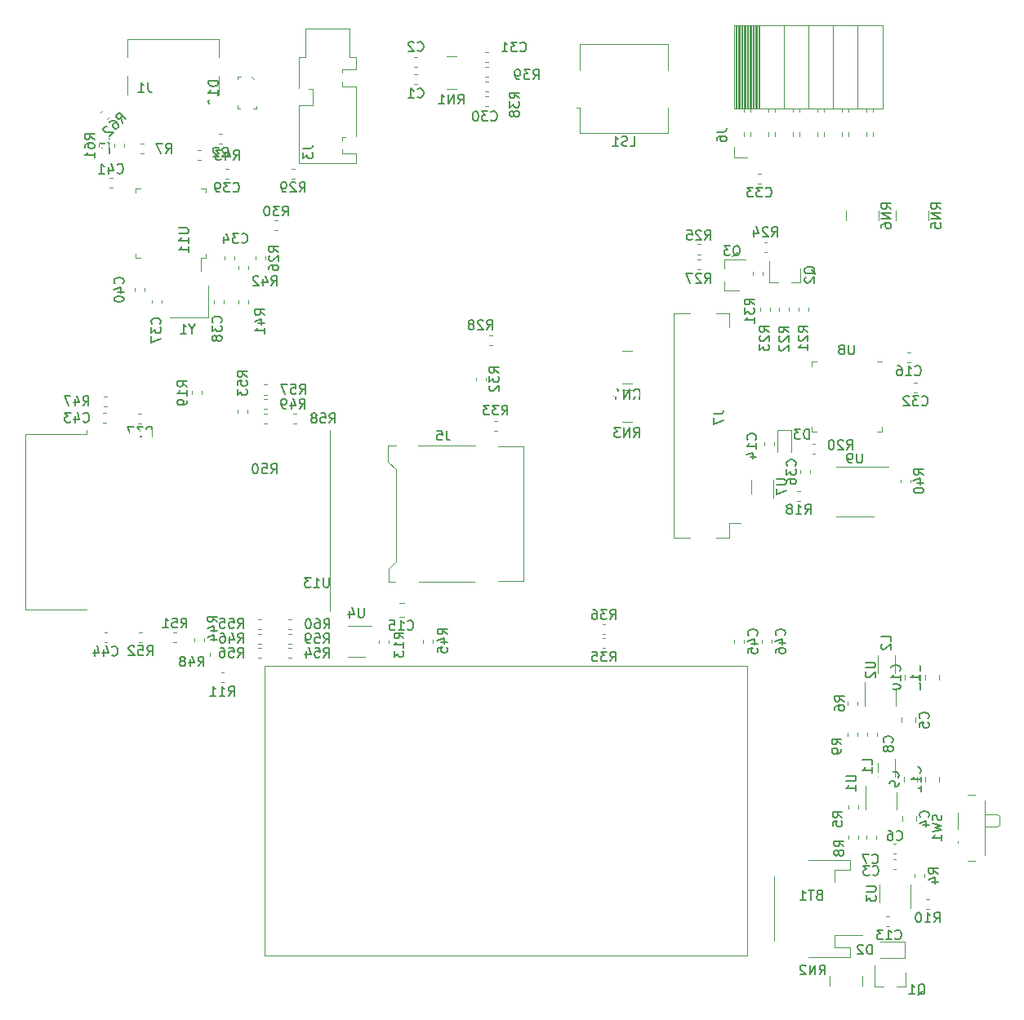
<source format=gbo>
G04 #@! TF.GenerationSoftware,KiCad,Pcbnew,5.1.6*
G04 #@! TF.CreationDate,2020-09-02T09:11:22+02:00*
G04 #@! TF.ProjectId,mch2021,6d636832-3032-4312-9e6b-696361645f70,1*
G04 #@! TF.SameCoordinates,Original*
G04 #@! TF.FileFunction,Legend,Bot*
G04 #@! TF.FilePolarity,Positive*
%FSLAX46Y46*%
G04 Gerber Fmt 4.6, Leading zero omitted, Abs format (unit mm)*
G04 Created by KiCad (PCBNEW 5.1.6) date 2020-09-02 09:11:22*
%MOMM*%
%LPD*%
G01*
G04 APERTURE LIST*
%ADD10C,0.120000*%
%ADD11C,0.100000*%
%ADD12C,0.150000*%
%ADD13R,1.400000X0.400000*%
%ADD14R,2.300000X1.900000*%
%ADD15R,1.300000X0.700000*%
%ADD16R,0.600000X0.900000*%
%ADD17R,0.500000X0.900000*%
%ADD18R,0.700000X0.550000*%
%ADD19R,5.700000X5.700000*%
%ADD20R,0.900000X1.000000*%
%ADD21R,1.000000X2.100000*%
%ADD22R,5.100000X5.100000*%
%ADD23O,1.800000X1.800000*%
%ADD24R,1.800000X1.800000*%
%ADD25R,0.900000X0.600000*%
%ADD26R,0.900000X0.500000*%
%ADD27C,1.200000*%
%ADD28C,0.900000*%
%ADD29C,1.300000*%
%ADD30C,0.800000*%
%ADD31C,5.600000*%
%ADD32R,0.500000X0.750000*%
%ADD33R,1.400000X3.500000*%
%ADD34R,1.500000X1.300000*%
%ADD35R,1.160000X0.750000*%
%ADD36R,0.750000X1.160000*%
%ADD37C,1.000000*%
%ADD38R,1.600000X0.800000*%
%ADD39R,0.900000X1.100000*%
%ADD40R,1.000000X0.900000*%
%ADD41O,1.100000X1.700000*%
%ADD42C,0.750000*%
%ADD43O,1.100000X2.200000*%
%ADD44R,0.400000X1.550000*%
%ADD45R,0.700000X1.550000*%
G04 APERTURE END LIST*
D10*
X75000000Y-65000000D02*
X75000000Y-95000000D01*
X25000000Y-65000000D02*
X75000000Y-65000000D01*
X25000000Y-95000000D02*
X25000000Y-65000000D01*
X75000000Y-95000000D02*
X25000000Y-95000000D01*
X73170000Y-50160000D02*
X74370000Y-50160000D01*
X67370000Y-28350000D02*
X69110000Y-28350000D01*
X67370000Y-51650000D02*
X67370000Y-28350000D01*
X69110000Y-51650000D02*
X67370000Y-51650000D01*
X73170000Y-28350000D02*
X71830000Y-28350000D01*
X73170000Y-29840000D02*
X73170000Y-28350000D01*
X73170000Y-51650000D02*
X71830000Y-51650000D01*
X73170000Y-50160000D02*
X73170000Y-51650000D01*
X76571380Y-62578199D02*
X76571380Y-62252641D01*
X77591380Y-62578199D02*
X77591380Y-62252641D01*
X73698640Y-62598519D02*
X73698640Y-62272961D01*
X74718640Y-62598519D02*
X74718640Y-62272961D01*
X7944373Y-7534498D02*
X8174578Y-7304293D01*
X8665622Y-8255747D02*
X8895827Y-8025542D01*
X8818340Y-10815101D02*
X8818340Y-11140659D01*
X7798340Y-10815101D02*
X7798340Y-11140659D01*
D11*
X22147020Y-7146560D02*
X22447020Y-7146560D01*
X22147020Y-6796560D02*
X22147020Y-7146560D01*
X24147020Y-7146560D02*
X24147020Y-6846560D01*
X23822020Y-7146560D02*
X24147020Y-7146560D01*
X22147020Y-3846560D02*
X22497020Y-3846560D01*
X22147020Y-4196560D02*
X22147020Y-3846560D01*
X23972020Y-4171560D02*
X24672020Y-4171560D01*
X23647020Y-3846560D02*
X23972020Y-4171560D01*
D10*
X38908222Y-58436440D02*
X39425378Y-58436440D01*
X38908222Y-59856440D02*
X39425378Y-59856440D01*
X94898280Y-65883022D02*
X94898280Y-66400178D01*
X93478280Y-65883022D02*
X93478280Y-66400178D01*
X94923680Y-76449422D02*
X94923680Y-76966578D01*
X93503680Y-76449422D02*
X93503680Y-76966578D01*
X92812940Y-65895722D02*
X92812940Y-66412878D01*
X91392940Y-65895722D02*
X91392940Y-66412878D01*
X92665620Y-76469742D02*
X92665620Y-76986898D01*
X91245620Y-76469742D02*
X91245620Y-76986898D01*
X91044960Y-70847718D02*
X91044960Y-70330562D01*
X92464960Y-70847718D02*
X92464960Y-70330562D01*
X91088140Y-81081378D02*
X91088140Y-80564222D01*
X92508140Y-81081378D02*
X92508140Y-80564222D01*
X93780400Y-18750000D02*
X93780400Y-17750000D01*
X90420400Y-18750000D02*
X90420400Y-17750000D01*
X91351520Y-93579580D02*
X91351520Y-95279580D01*
X91351520Y-95279580D02*
X88801520Y-95279580D01*
X91351520Y-93579580D02*
X88801520Y-93579580D01*
X88475000Y-33412000D02*
X88950000Y-33412000D01*
X81730000Y-40632000D02*
X81730000Y-40157000D01*
X82205000Y-40632000D02*
X81730000Y-40632000D01*
X88950000Y-40632000D02*
X88950000Y-40157000D01*
X88475000Y-40632000D02*
X88950000Y-40632000D01*
X81730000Y-33412000D02*
X81730000Y-33887000D01*
X82205000Y-33412000D02*
X81730000Y-33412000D01*
X46750600Y-56246600D02*
X40950600Y-56246600D01*
X38550600Y-56246600D02*
X37850600Y-56246600D01*
X37850600Y-56246600D02*
X37850600Y-54896600D01*
X37850600Y-54896600D02*
X38600600Y-54146600D01*
X38600600Y-54146600D02*
X38600600Y-44596600D01*
X38600600Y-44596600D02*
X37800600Y-43796600D01*
X37800600Y-43796600D02*
X37800600Y-42146600D01*
X37800600Y-42146600D02*
X38600600Y-42146600D01*
X40900600Y-42146600D02*
X46850600Y-42146600D01*
X49200600Y-42196600D02*
X51850600Y-42196600D01*
X51850600Y-42196600D02*
X51850600Y-56196600D01*
X51850600Y-56196600D02*
X49150600Y-56196600D01*
X86196560Y-49429480D02*
X84246560Y-49429480D01*
X86196560Y-49429480D02*
X88146560Y-49429480D01*
X86196560Y-44309480D02*
X84246560Y-44309480D01*
X86196560Y-44309480D02*
X89646560Y-44309480D01*
X46876240Y-35367179D02*
X46876240Y-35041621D01*
X47896240Y-35367179D02*
X47896240Y-35041621D01*
X75620480Y-24410279D02*
X75620480Y-24084721D01*
X76640480Y-24410279D02*
X76640480Y-24084721D01*
X26350179Y-19747960D02*
X26024621Y-19747960D01*
X26350179Y-18727960D02*
X26024621Y-18727960D01*
X27777221Y-13393960D02*
X28102779Y-13393960D01*
X27777221Y-14413960D02*
X28102779Y-14413960D01*
X48575179Y-31660560D02*
X48249621Y-31660560D01*
X48575179Y-30640560D02*
X48249621Y-30640560D01*
X69837221Y-22837680D02*
X70162779Y-22837680D01*
X69837221Y-23857680D02*
X70162779Y-23857680D01*
X24026400Y-22824659D02*
X24026400Y-22499101D01*
X25046400Y-22824659D02*
X25046400Y-22499101D01*
X76758581Y-21044440D02*
X77084139Y-21044440D01*
X76758581Y-22064440D02*
X77084139Y-22064440D01*
X76348360Y-28162779D02*
X76348360Y-27837221D01*
X77368360Y-28162779D02*
X77368360Y-27837221D01*
X78348360Y-28162779D02*
X78348360Y-27837221D01*
X79368360Y-28162779D02*
X79368360Y-27837221D01*
X80348360Y-28162779D02*
X80348360Y-27837221D01*
X81368360Y-28162779D02*
X81368360Y-27837221D01*
X81752221Y-41943560D02*
X82077779Y-41943560D01*
X81752221Y-42963560D02*
X82077779Y-42963560D01*
X18432240Y-36469101D02*
X18432240Y-36794659D01*
X17412240Y-36469101D02*
X17412240Y-36794659D01*
X70162779Y-22252400D02*
X69837221Y-22252400D01*
X70162779Y-21232400D02*
X69837221Y-21232400D01*
X80212981Y-46825440D02*
X80538539Y-46825440D01*
X80212981Y-47845440D02*
X80538539Y-47845440D01*
X17676400Y-62392779D02*
X17676400Y-62067221D01*
X18696400Y-62392779D02*
X18696400Y-62067221D01*
X18400000Y-22660000D02*
X18400000Y-23950000D01*
X18850000Y-22660000D02*
X18400000Y-22660000D01*
X18850000Y-22210000D02*
X18850000Y-22660000D01*
X18850000Y-15440000D02*
X18400000Y-15440000D01*
X18850000Y-15890000D02*
X18850000Y-15440000D01*
X11630000Y-22660000D02*
X12080000Y-22660000D01*
X11630000Y-22210000D02*
X11630000Y-22660000D01*
X11630000Y-15440000D02*
X12080000Y-15440000D01*
X11630000Y-15890000D02*
X11630000Y-15440000D01*
X12418279Y-10793000D02*
X12092721Y-10793000D01*
X12418279Y-11813000D02*
X12092721Y-11813000D01*
X91414720Y-98237580D02*
X90484720Y-98237580D01*
X88254720Y-98237580D02*
X89184720Y-98237580D01*
X88254720Y-98237580D02*
X88254720Y-96077580D01*
X91414720Y-98237580D02*
X91414720Y-96777580D01*
X78142160Y-42810720D02*
X78142160Y-40525720D01*
X78142160Y-40525720D02*
X79612160Y-40525720D01*
X79612160Y-40525720D02*
X79612160Y-42810720D01*
X135000Y-40880000D02*
X135000Y-59120000D01*
X135000Y-59120000D02*
X6555000Y-59120000D01*
X135000Y-40880000D02*
X6555000Y-40880000D01*
X6555000Y-40880000D02*
X6555000Y-40500000D01*
X31710000Y-40460000D02*
X31710000Y-59290000D01*
X24666179Y-63121600D02*
X24340621Y-63121600D01*
X24666179Y-64141600D02*
X24340621Y-64141600D01*
X28305979Y-38794000D02*
X27980421Y-38794000D01*
X28305979Y-39814000D02*
X27980421Y-39814000D01*
X25214779Y-35794000D02*
X24889221Y-35794000D01*
X25214779Y-36814000D02*
X24889221Y-36814000D01*
X24340621Y-61140800D02*
X24666179Y-61140800D01*
X24340621Y-60120800D02*
X24666179Y-60120800D01*
X27729379Y-63121600D02*
X27403821Y-63121600D01*
X27729379Y-64141600D02*
X27403821Y-64141600D01*
X22197600Y-38394421D02*
X22197600Y-38719979D01*
X23217600Y-38394421D02*
X23217600Y-38719979D01*
X11978421Y-62511400D02*
X12303979Y-62511400D01*
X11978421Y-61491400D02*
X12303979Y-61491400D01*
X15834579Y-61491400D02*
X15509021Y-61491400D01*
X15834579Y-62511400D02*
X15509021Y-62511400D01*
X19289300Y-63642121D02*
X19289300Y-63967679D01*
X20309300Y-63642121D02*
X20309300Y-63967679D01*
X9217879Y-15356300D02*
X8892321Y-15356300D01*
X9217879Y-14336300D02*
X8892321Y-14336300D01*
X85269280Y-17750000D02*
X85269280Y-18750000D01*
X88629280Y-17750000D02*
X88629280Y-18750000D01*
X63057660Y-32317900D02*
X62057660Y-32317900D01*
X63057660Y-35677900D02*
X62057660Y-35677900D01*
X63057660Y-36311900D02*
X62057660Y-36311900D01*
X63057660Y-39671900D02*
X62057660Y-39671900D01*
X11529700Y-25765821D02*
X11529700Y-26091379D01*
X12549700Y-25765821D02*
X12549700Y-26091379D01*
X20924301Y-14434280D02*
X21249859Y-14434280D01*
X20924301Y-13414280D02*
X21249859Y-13414280D01*
X73701600Y-11099800D02*
X73701600Y-12209800D01*
X73701600Y-12209800D02*
X75031600Y-12209800D01*
X73701600Y1530200D02*
X89061600Y1530200D01*
X89061600Y1530200D02*
X89061600Y-7099800D01*
X73701600Y-7099800D02*
X89061600Y-7099800D01*
X73701600Y1530200D02*
X73701600Y-7099800D01*
X86461600Y1530200D02*
X86461600Y-7099800D01*
X83921600Y1530200D02*
X83921600Y-7099800D01*
X81381600Y1530200D02*
X81381600Y-7099800D01*
X78841600Y1530200D02*
X78841600Y-7099800D01*
X76301600Y1530200D02*
X76301600Y-7099800D01*
X88091600Y-9609800D02*
X88091600Y-10049800D01*
X88091600Y-7099800D02*
X88091600Y-7509800D01*
X87371600Y-9609800D02*
X87371600Y-10049800D01*
X87371600Y-7099800D02*
X87371600Y-7509800D01*
X85551600Y-9609800D02*
X85551600Y-10049800D01*
X85551600Y-7099800D02*
X85551600Y-7509800D01*
X84831600Y-9609800D02*
X84831600Y-10049800D01*
X84831600Y-7099800D02*
X84831600Y-7509800D01*
X83011600Y-9609800D02*
X83011600Y-10049800D01*
X83011600Y-7099800D02*
X83011600Y-7509800D01*
X82291600Y-9609800D02*
X82291600Y-10049800D01*
X82291600Y-7099800D02*
X82291600Y-7509800D01*
X80471600Y-9609800D02*
X80471600Y-10049800D01*
X80471600Y-7099800D02*
X80471600Y-7509800D01*
X79751600Y-9609800D02*
X79751600Y-10049800D01*
X79751600Y-7099800D02*
X79751600Y-7509800D01*
X77931600Y-9609800D02*
X77931600Y-10049800D01*
X77931600Y-7099800D02*
X77931600Y-7509800D01*
X77211600Y-9609800D02*
X77211600Y-10049800D01*
X77211600Y-7099800D02*
X77211600Y-7509800D01*
X75391600Y-9609800D02*
X75391600Y-9989800D01*
X75391600Y-7099800D02*
X75391600Y-7509800D01*
X74671600Y-9609800D02*
X74671600Y-9989800D01*
X74671600Y-7099800D02*
X74671600Y-7509800D01*
X76183500Y1530200D02*
X76183500Y-7099800D01*
X76065405Y1530200D02*
X76065405Y-7099800D01*
X75947310Y1530200D02*
X75947310Y-7099800D01*
X75829215Y1530200D02*
X75829215Y-7099800D01*
X75711120Y1530200D02*
X75711120Y-7099800D01*
X75593025Y1530200D02*
X75593025Y-7099800D01*
X75474930Y1530200D02*
X75474930Y-7099800D01*
X75356835Y1530200D02*
X75356835Y-7099800D01*
X75238740Y1530200D02*
X75238740Y-7099800D01*
X75120645Y1530200D02*
X75120645Y-7099800D01*
X75002550Y1530200D02*
X75002550Y-7099800D01*
X74884455Y1530200D02*
X74884455Y-7099800D01*
X74766360Y1530200D02*
X74766360Y-7099800D01*
X74648265Y1530200D02*
X74648265Y-7099800D01*
X74530170Y1530200D02*
X74530170Y-7099800D01*
X74412075Y1530200D02*
X74412075Y-7099800D01*
X74293980Y1530200D02*
X74293980Y-7099800D01*
X74175885Y1530200D02*
X74175885Y-7099800D01*
X74057790Y1530200D02*
X74057790Y-7099800D01*
X73939695Y1530200D02*
X73939695Y-7099800D01*
X73821600Y1530200D02*
X73821600Y-7099800D01*
X8270021Y-38025800D02*
X8595579Y-38025800D01*
X8270021Y-37005800D02*
X8595579Y-37005800D01*
X42435240Y-62590899D02*
X42435240Y-62265341D01*
X41415240Y-62590899D02*
X41415240Y-62265341D01*
X11876821Y-39819040D02*
X12202379Y-39819040D01*
X11876821Y-38799040D02*
X12202379Y-38799040D01*
X80497800Y-25164320D02*
X79567800Y-25164320D01*
X77337800Y-25164320D02*
X78267800Y-25164320D01*
X77337800Y-25164320D02*
X77337800Y-23004320D01*
X80497800Y-25164320D02*
X80497800Y-23704320D01*
X33746000Y-1834000D02*
X33746000Y1166000D01*
X33746000Y1166000D02*
X29246000Y1166000D01*
X29246000Y1166000D02*
X29246000Y-1834000D01*
X29246000Y-1834000D02*
X28496000Y-1834000D01*
X28496000Y-1834000D02*
X28496000Y-5084000D01*
X28496000Y-5084000D02*
X29996000Y-5084000D01*
X29996000Y-5084000D02*
X29996000Y-6834000D01*
X29996000Y-6834000D02*
X28496000Y-6834000D01*
X28496000Y-6834000D02*
X28496000Y-12834000D01*
X28496000Y-12834000D02*
X34496000Y-12834000D01*
X34496000Y-12834000D02*
X34496000Y-11834000D01*
X34496000Y-11834000D02*
X32996000Y-11834000D01*
X32996000Y-11834000D02*
X32996000Y-10084000D01*
X32996000Y-10084000D02*
X34496000Y-10084000D01*
X34496000Y-10084000D02*
X34496000Y-4834000D01*
X34496000Y-4834000D02*
X32996000Y-4834000D01*
X32996000Y-4834000D02*
X32996000Y-3084000D01*
X32996000Y-3084000D02*
X34496000Y-3084000D01*
X34496000Y-3084000D02*
X34496000Y-1834000D01*
X34496000Y-1834000D02*
X33746000Y-1834000D01*
X8570179Y-39753000D02*
X8244621Y-39753000D01*
X8570179Y-38733000D02*
X8244621Y-38733000D01*
X90459779Y-84406200D02*
X90134221Y-84406200D01*
X90459779Y-83386200D02*
X90134221Y-83386200D01*
X77836680Y-93483580D02*
X77836680Y-86803580D01*
X84056680Y-86103580D02*
X84056680Y-87383580D01*
X85656680Y-86103580D02*
X84056680Y-86103580D01*
X85656680Y-85083580D02*
X85656680Y-86103580D01*
X81406680Y-85083580D02*
X85656680Y-85083580D01*
X84056680Y-92903580D02*
X86946680Y-92903580D01*
X84056680Y-94183580D02*
X84056680Y-92903580D01*
X85656680Y-94183580D02*
X84056680Y-94183580D01*
X85656680Y-95203580D02*
X85656680Y-94183580D01*
X81406680Y-95203580D02*
X85656680Y-95203580D01*
X75424760Y-47065160D02*
X75424760Y-45665160D01*
X77744760Y-45665160D02*
X77744760Y-47565160D01*
X57620000Y-7040000D02*
X57620000Y-9690000D01*
X57620000Y-9690000D02*
X66840000Y-9690000D01*
X66840000Y-9690000D02*
X66840000Y-7040000D01*
X66840000Y-3120000D02*
X66840000Y-470000D01*
X66840000Y-470000D02*
X57620000Y-470000D01*
X57620000Y-470000D02*
X57620000Y-3120000D01*
X57620000Y-7040000D02*
X57290000Y-7040000D01*
X48143279Y-6860000D02*
X47817721Y-6860000D01*
X48143279Y-5840000D02*
X47817721Y-5840000D01*
X90358800Y-63845400D02*
X90358800Y-65745400D01*
X88558800Y-63895400D02*
X88558800Y-63845400D01*
X88558800Y-63895400D02*
X88558800Y-65745400D01*
X90320700Y-74615000D02*
X90320700Y-76515000D01*
X88520700Y-74665000D02*
X88520700Y-74615000D01*
X88520700Y-74665000D02*
X88520700Y-76515000D01*
X19132300Y-25528000D02*
X19132300Y-28828000D01*
X19132300Y-28828000D02*
X15132300Y-28828000D01*
X35405900Y-64005100D02*
X33605900Y-64005100D01*
X33605900Y-60785100D02*
X36055900Y-60785100D01*
X88712400Y-89495200D02*
X88712400Y-87695200D01*
X91932400Y-87695200D02*
X91932400Y-90145200D01*
X90433800Y-67278680D02*
X90433800Y-69078680D01*
X87213800Y-69078680D02*
X87213800Y-66628680D01*
X90535400Y-78055900D02*
X90535400Y-79855900D01*
X87315400Y-79855900D02*
X87315400Y-77405900D01*
X98662400Y-85212600D02*
X97872400Y-85212600D01*
X97872400Y-78312600D02*
X98662400Y-78312600D01*
X96822400Y-80162600D02*
X96822400Y-81862600D01*
X99672400Y-78912600D02*
X99672400Y-84612600D01*
X100962400Y-81662600D02*
X99672400Y-81662600D01*
X101172400Y-80562600D02*
X101172400Y-81462600D01*
X99672400Y-80362600D02*
X100962400Y-80362600D01*
X100962400Y-81662600D02*
X101172400Y-81462600D01*
X100962400Y-80362600D02*
X101172400Y-80562600D01*
X96822400Y-83162600D02*
X96822400Y-83362600D01*
X83559860Y-97147760D02*
X83559860Y-98147760D01*
X86919860Y-97147760D02*
X86919860Y-98147760D01*
X44834000Y-1730000D02*
X43834000Y-1730000D01*
X44834000Y-5090000D02*
X43834000Y-5090000D01*
X18399979Y-11478800D02*
X18074421Y-11478800D01*
X18399979Y-12498800D02*
X18074421Y-12498800D01*
X22289040Y-23459221D02*
X22289040Y-23784779D01*
X23309040Y-23459221D02*
X23309040Y-23784779D01*
X22273800Y-27025281D02*
X22273800Y-27350839D01*
X23293800Y-27025281D02*
X23293800Y-27350839D01*
X91919520Y-45948819D02*
X91919520Y-45623261D01*
X90899520Y-45948819D02*
X90899520Y-45623261D01*
X47843221Y-3812000D02*
X48168779Y-3812000D01*
X47843221Y-2792000D02*
X48168779Y-2792000D01*
X47843221Y-5336000D02*
X48168779Y-5336000D01*
X47843221Y-4316000D02*
X48168779Y-4316000D01*
X60315059Y-60607480D02*
X59989501Y-60607480D01*
X60315059Y-61627480D02*
X59989501Y-61627480D01*
X59999661Y-63121000D02*
X60325219Y-63121000D01*
X59999661Y-62101000D02*
X60325219Y-62101000D01*
X49095779Y-39528020D02*
X48770221Y-39528020D01*
X49095779Y-40548020D02*
X48770221Y-40548020D01*
X27403821Y-61141600D02*
X27729379Y-61141600D01*
X27403821Y-60121600D02*
X27729379Y-60121600D01*
X27729379Y-61621600D02*
X27403821Y-61621600D01*
X27729379Y-62641600D02*
X27403821Y-62641600D01*
X24889221Y-39814000D02*
X25214779Y-39814000D01*
X24889221Y-38794000D02*
X25214779Y-38794000D01*
X25214779Y-37294000D02*
X24889221Y-37294000D01*
X25214779Y-38314000D02*
X24889221Y-38314000D01*
X24666179Y-61620800D02*
X24340621Y-61620800D01*
X24666179Y-62640800D02*
X24340621Y-62640800D01*
X36828000Y-62308521D02*
X36828000Y-62634079D01*
X37848000Y-62308521D02*
X37848000Y-62634079D01*
X20451861Y-66682080D02*
X20777419Y-66682080D01*
X20451861Y-65662080D02*
X20777419Y-65662080D01*
X93588621Y-90197400D02*
X93914179Y-90197400D01*
X93588621Y-89177400D02*
X93914179Y-89177400D01*
X86410260Y-72268299D02*
X86410260Y-71942741D01*
X85390260Y-72268299D02*
X85390260Y-71942741D01*
X86552500Y-82913439D02*
X86552500Y-82587881D01*
X85532500Y-82913439D02*
X85532500Y-82587881D01*
X86466140Y-68996779D02*
X86466140Y-68671221D01*
X85446140Y-68996779D02*
X85446140Y-68671221D01*
X86539800Y-79763839D02*
X86539800Y-79438281D01*
X85519800Y-79763839D02*
X85519800Y-79438281D01*
X93372400Y-86878379D02*
X93372400Y-86552821D01*
X92352400Y-86878379D02*
X92352400Y-86552821D01*
X20581839Y-9751600D02*
X20256281Y-9751600D01*
X20581839Y-10771600D02*
X20256281Y-10771600D01*
X9388380Y-10815101D02*
X9388380Y-11140659D01*
X10408380Y-10815101D02*
X10408380Y-11140659D01*
X72675260Y-25991940D02*
X72675260Y-25061940D01*
X72675260Y-22831940D02*
X72675260Y-23761940D01*
X72675260Y-22831940D02*
X74835260Y-22831940D01*
X72675260Y-25991940D02*
X74135260Y-25991940D01*
X10794000Y90000D02*
X20194000Y90000D01*
X20194000Y-5710000D02*
X20194000Y-3710000D01*
X20194000Y-1810000D02*
X20194000Y90000D01*
X10794000Y-5710000D02*
X10794000Y-3710000D01*
X10794000Y-1810000D02*
X10794000Y90000D01*
X20741100Y-27353479D02*
X20741100Y-27027921D01*
X19721100Y-27353479D02*
X19721100Y-27027921D01*
X14283200Y-27002521D02*
X14283200Y-27328079D01*
X13263200Y-27002521D02*
X13263200Y-27328079D01*
X80556640Y-44683461D02*
X80556640Y-45009019D01*
X81576640Y-44683461D02*
X81576640Y-45009019D01*
X21835840Y-22789099D02*
X21835840Y-22463541D01*
X20815840Y-22789099D02*
X20815840Y-22463541D01*
X76117221Y-14936440D02*
X76442779Y-14936440D01*
X76117221Y-13916440D02*
X76442779Y-13916440D01*
X92323801Y-36598320D02*
X92649359Y-36598320D01*
X92323801Y-35578320D02*
X92649359Y-35578320D01*
X48168779Y-1268000D02*
X47843221Y-1268000D01*
X48168779Y-2288000D02*
X47843221Y-2288000D01*
X8671779Y-61491400D02*
X8346221Y-61491400D01*
X8671779Y-62511400D02*
X8346221Y-62511400D01*
X91607421Y-33458880D02*
X91932979Y-33458880D01*
X91607421Y-32438880D02*
X91932979Y-32438880D01*
X77786960Y-42127779D02*
X77786960Y-41802221D01*
X76766960Y-42127779D02*
X76766960Y-41802221D01*
X89448421Y-91975400D02*
X89773979Y-91975400D01*
X89448421Y-90955400D02*
X89773979Y-90955400D01*
X88444800Y-72273379D02*
X88444800Y-71947821D01*
X87424800Y-72273379D02*
X87424800Y-71947821D01*
X88376220Y-82913439D02*
X88376220Y-82587881D01*
X87356220Y-82913439D02*
X87356220Y-82587881D01*
X90459779Y-85037200D02*
X90134221Y-85037200D01*
X90459779Y-86057200D02*
X90134221Y-86057200D01*
X40502721Y-2796000D02*
X40828279Y-2796000D01*
X40502721Y-1776000D02*
X40828279Y-1776000D01*
X40828279Y-3554000D02*
X40502721Y-3554000D01*
X40828279Y-4574000D02*
X40502721Y-4574000D01*
D12*
X71519800Y-38833466D02*
X72234086Y-38833466D01*
X72376943Y-38785847D01*
X72472181Y-38690609D01*
X72519800Y-38547752D01*
X72519800Y-38452514D01*
X71519800Y-39214419D02*
X71519800Y-39881085D01*
X72519800Y-39452514D01*
X78868522Y-61772562D02*
X78916141Y-61724943D01*
X78963760Y-61582086D01*
X78963760Y-61486848D01*
X78916141Y-61343991D01*
X78820903Y-61248753D01*
X78725665Y-61201134D01*
X78535189Y-61153515D01*
X78392332Y-61153515D01*
X78201856Y-61201134D01*
X78106618Y-61248753D01*
X78011380Y-61343991D01*
X77963760Y-61486848D01*
X77963760Y-61582086D01*
X78011380Y-61724943D01*
X78058999Y-61772562D01*
X78297094Y-62629705D02*
X78963760Y-62629705D01*
X77916141Y-62391610D02*
X78630427Y-62153515D01*
X78630427Y-62772562D01*
X77963760Y-63582086D02*
X77963760Y-63391610D01*
X78011380Y-63296372D01*
X78058999Y-63248753D01*
X78201856Y-63153515D01*
X78392332Y-63105896D01*
X78773284Y-63105896D01*
X78868522Y-63153515D01*
X78916141Y-63201134D01*
X78963760Y-63296372D01*
X78963760Y-63486848D01*
X78916141Y-63582086D01*
X78868522Y-63629705D01*
X78773284Y-63677324D01*
X78535189Y-63677324D01*
X78439951Y-63629705D01*
X78392332Y-63582086D01*
X78344713Y-63486848D01*
X78344713Y-63296372D01*
X78392332Y-63201134D01*
X78439951Y-63153515D01*
X78535189Y-63105896D01*
X75995782Y-61792882D02*
X76043401Y-61745263D01*
X76091020Y-61602406D01*
X76091020Y-61507168D01*
X76043401Y-61364311D01*
X75948163Y-61269073D01*
X75852925Y-61221454D01*
X75662449Y-61173835D01*
X75519592Y-61173835D01*
X75329116Y-61221454D01*
X75233878Y-61269073D01*
X75138640Y-61364311D01*
X75091020Y-61507168D01*
X75091020Y-61602406D01*
X75138640Y-61745263D01*
X75186259Y-61792882D01*
X75424354Y-62650025D02*
X76091020Y-62650025D01*
X75043401Y-62411930D02*
X75757687Y-62173835D01*
X75757687Y-62792882D01*
X75091020Y-63650025D02*
X75091020Y-63173835D01*
X75567211Y-63126216D01*
X75519592Y-63173835D01*
X75471973Y-63269073D01*
X75471973Y-63507168D01*
X75519592Y-63602406D01*
X75567211Y-63650025D01*
X75662449Y-63697644D01*
X75900544Y-63697644D01*
X75995782Y-63650025D01*
X76043401Y-63602406D01*
X76091020Y-63507168D01*
X76091020Y-63269073D01*
X76043401Y-63173835D01*
X75995782Y-63126216D01*
X10205713Y-8656495D02*
X10104698Y-8084076D01*
X10609774Y-8252434D02*
X9902667Y-7545328D01*
X9633293Y-7814702D01*
X9599621Y-7915717D01*
X9599621Y-7983060D01*
X9633293Y-8084076D01*
X9734308Y-8185091D01*
X9835324Y-8218763D01*
X9902667Y-8218763D01*
X10003682Y-8185091D01*
X10273056Y-7915717D01*
X8892514Y-8555480D02*
X9027201Y-8420793D01*
X9128217Y-8387121D01*
X9195560Y-8387121D01*
X9363919Y-8420793D01*
X9532278Y-8521808D01*
X9801652Y-8791183D01*
X9835324Y-8892198D01*
X9835324Y-8959541D01*
X9801652Y-9060557D01*
X9666965Y-9195244D01*
X9565950Y-9228915D01*
X9498606Y-9228915D01*
X9397591Y-9195244D01*
X9229232Y-9026885D01*
X9195560Y-8925870D01*
X9195560Y-8858526D01*
X9229232Y-8757511D01*
X9363919Y-8622824D01*
X9464934Y-8589152D01*
X9532278Y-8589152D01*
X9633293Y-8622824D01*
X8623140Y-8959541D02*
X8555797Y-8959541D01*
X8454782Y-8993213D01*
X8286423Y-9161572D01*
X8252751Y-9262587D01*
X8252751Y-9329931D01*
X8286423Y-9430946D01*
X8353766Y-9498289D01*
X8488453Y-9565633D01*
X9296575Y-9565633D01*
X8858843Y-10003366D01*
X7330720Y-10335022D02*
X6854530Y-10001689D01*
X7330720Y-9763594D02*
X6330720Y-9763594D01*
X6330720Y-10144546D01*
X6378340Y-10239784D01*
X6425959Y-10287403D01*
X6521197Y-10335022D01*
X6664054Y-10335022D01*
X6759292Y-10287403D01*
X6806911Y-10239784D01*
X6854530Y-10144546D01*
X6854530Y-9763594D01*
X6330720Y-11192165D02*
X6330720Y-11001689D01*
X6378340Y-10906451D01*
X6425959Y-10858832D01*
X6568816Y-10763594D01*
X6759292Y-10715975D01*
X7140244Y-10715975D01*
X7235482Y-10763594D01*
X7283101Y-10811213D01*
X7330720Y-10906451D01*
X7330720Y-11096927D01*
X7283101Y-11192165D01*
X7235482Y-11239784D01*
X7140244Y-11287403D01*
X6902149Y-11287403D01*
X6806911Y-11239784D01*
X6759292Y-11192165D01*
X6711673Y-11096927D01*
X6711673Y-10906451D01*
X6759292Y-10811213D01*
X6806911Y-10763594D01*
X6902149Y-10715975D01*
X7330720Y-12239784D02*
X7330720Y-11668356D01*
X7330720Y-11954070D02*
X6330720Y-11954070D01*
X6473578Y-11858832D01*
X6568816Y-11763594D01*
X6616435Y-11668356D01*
X20174400Y-4257274D02*
X19174400Y-4257274D01*
X19174400Y-4495369D01*
X19222020Y-4638226D01*
X19317258Y-4733464D01*
X19412496Y-4781083D01*
X19602972Y-4828702D01*
X19745829Y-4828702D01*
X19936305Y-4781083D01*
X20031543Y-4733464D01*
X20126781Y-4638226D01*
X20174400Y-4495369D01*
X20174400Y-4257274D01*
X20174400Y-5781083D02*
X20174400Y-5209655D01*
X20174400Y-5495369D02*
X19174400Y-5495369D01*
X19317258Y-5400131D01*
X19412496Y-5304893D01*
X19460115Y-5209655D01*
X19174400Y-6400131D02*
X19174400Y-6495369D01*
X19222020Y-6590607D01*
X19269639Y-6638226D01*
X19364877Y-6685845D01*
X19555353Y-6733464D01*
X19793448Y-6733464D01*
X19983924Y-6685845D01*
X20079162Y-6638226D01*
X20126781Y-6590607D01*
X20174400Y-6495369D01*
X20174400Y-6400131D01*
X20126781Y-6304893D01*
X20079162Y-6257274D01*
X19983924Y-6209655D01*
X19793448Y-6162036D01*
X19555353Y-6162036D01*
X19364877Y-6209655D01*
X19269639Y-6257274D01*
X19222020Y-6304893D01*
X19174400Y-6400131D01*
X39809657Y-61153582D02*
X39857276Y-61201201D01*
X40000133Y-61248820D01*
X40095371Y-61248820D01*
X40238228Y-61201201D01*
X40333466Y-61105963D01*
X40381085Y-61010725D01*
X40428704Y-60820249D01*
X40428704Y-60677392D01*
X40381085Y-60486916D01*
X40333466Y-60391678D01*
X40238228Y-60296440D01*
X40095371Y-60248820D01*
X40000133Y-60248820D01*
X39857276Y-60296440D01*
X39809657Y-60344059D01*
X38857276Y-61248820D02*
X39428704Y-61248820D01*
X39142990Y-61248820D02*
X39142990Y-60248820D01*
X39238228Y-60391678D01*
X39333466Y-60486916D01*
X39428704Y-60534535D01*
X37952514Y-60248820D02*
X38428704Y-60248820D01*
X38476323Y-60725011D01*
X38428704Y-60677392D01*
X38333466Y-60629773D01*
X38095371Y-60629773D01*
X38000133Y-60677392D01*
X37952514Y-60725011D01*
X37904895Y-60820249D01*
X37904895Y-61058344D01*
X37952514Y-61153582D01*
X38000133Y-61201201D01*
X38095371Y-61248820D01*
X38333466Y-61248820D01*
X38428704Y-61201201D01*
X38476323Y-61153582D01*
X92895422Y-65498742D02*
X92943041Y-65451123D01*
X92990660Y-65308266D01*
X92990660Y-65213028D01*
X92943041Y-65070171D01*
X92847803Y-64974933D01*
X92752565Y-64927314D01*
X92562089Y-64879695D01*
X92419232Y-64879695D01*
X92228756Y-64927314D01*
X92133518Y-64974933D01*
X92038280Y-65070171D01*
X91990660Y-65213028D01*
X91990660Y-65308266D01*
X92038280Y-65451123D01*
X92085899Y-65498742D01*
X92990660Y-66451123D02*
X92990660Y-65879695D01*
X92990660Y-66165409D02*
X91990660Y-66165409D01*
X92133518Y-66070171D01*
X92228756Y-65974933D01*
X92276375Y-65879695D01*
X92085899Y-66832076D02*
X92038280Y-66879695D01*
X91990660Y-66974933D01*
X91990660Y-67213028D01*
X92038280Y-67308266D01*
X92085899Y-67355885D01*
X92181137Y-67403504D01*
X92276375Y-67403504D01*
X92419232Y-67355885D01*
X92990660Y-66784457D01*
X92990660Y-67403504D01*
X92920822Y-76065142D02*
X92968441Y-76017523D01*
X93016060Y-75874666D01*
X93016060Y-75779428D01*
X92968441Y-75636571D01*
X92873203Y-75541333D01*
X92777965Y-75493714D01*
X92587489Y-75446095D01*
X92444632Y-75446095D01*
X92254156Y-75493714D01*
X92158918Y-75541333D01*
X92063680Y-75636571D01*
X92016060Y-75779428D01*
X92016060Y-75874666D01*
X92063680Y-76017523D01*
X92111299Y-76065142D01*
X93016060Y-77017523D02*
X93016060Y-76446095D01*
X93016060Y-76731809D02*
X92016060Y-76731809D01*
X92158918Y-76636571D01*
X92254156Y-76541333D01*
X92301775Y-76446095D01*
X93016060Y-77969904D02*
X93016060Y-77398476D01*
X93016060Y-77684190D02*
X92016060Y-77684190D01*
X92158918Y-77588952D01*
X92254156Y-77493714D01*
X92301775Y-77398476D01*
X90810082Y-65511442D02*
X90857701Y-65463823D01*
X90905320Y-65320966D01*
X90905320Y-65225728D01*
X90857701Y-65082871D01*
X90762463Y-64987633D01*
X90667225Y-64940014D01*
X90476749Y-64892395D01*
X90333892Y-64892395D01*
X90143416Y-64940014D01*
X90048178Y-64987633D01*
X89952940Y-65082871D01*
X89905320Y-65225728D01*
X89905320Y-65320966D01*
X89952940Y-65463823D01*
X90000559Y-65511442D01*
X90905320Y-66463823D02*
X90905320Y-65892395D01*
X90905320Y-66178109D02*
X89905320Y-66178109D01*
X90048178Y-66082871D01*
X90143416Y-65987633D01*
X90191035Y-65892395D01*
X89905320Y-67082871D02*
X89905320Y-67178109D01*
X89952940Y-67273347D01*
X90000559Y-67320966D01*
X90095797Y-67368585D01*
X90286273Y-67416204D01*
X90524368Y-67416204D01*
X90714844Y-67368585D01*
X90810082Y-67320966D01*
X90857701Y-67273347D01*
X90905320Y-67178109D01*
X90905320Y-67082871D01*
X90857701Y-66987633D01*
X90810082Y-66940014D01*
X90714844Y-66892395D01*
X90524368Y-66844776D01*
X90286273Y-66844776D01*
X90095797Y-66892395D01*
X90000559Y-66940014D01*
X89952940Y-66987633D01*
X89905320Y-67082871D01*
X90662762Y-76561653D02*
X90710381Y-76514034D01*
X90758000Y-76371177D01*
X90758000Y-76275939D01*
X90710381Y-76133081D01*
X90615143Y-76037843D01*
X90519905Y-75990224D01*
X90329429Y-75942605D01*
X90186572Y-75942605D01*
X89996096Y-75990224D01*
X89900858Y-76037843D01*
X89805620Y-76133081D01*
X89758000Y-76275939D01*
X89758000Y-76371177D01*
X89805620Y-76514034D01*
X89853239Y-76561653D01*
X90758000Y-77037843D02*
X90758000Y-77228320D01*
X90710381Y-77323558D01*
X90662762Y-77371177D01*
X90519905Y-77466415D01*
X90329429Y-77514034D01*
X89948477Y-77514034D01*
X89853239Y-77466415D01*
X89805620Y-77418796D01*
X89758000Y-77323558D01*
X89758000Y-77133081D01*
X89805620Y-77037843D01*
X89853239Y-76990224D01*
X89948477Y-76942605D01*
X90186572Y-76942605D01*
X90281810Y-76990224D01*
X90329429Y-77037843D01*
X90377048Y-77133081D01*
X90377048Y-77323558D01*
X90329429Y-77418796D01*
X90281810Y-77466415D01*
X90186572Y-77514034D01*
X93762102Y-70422473D02*
X93809721Y-70374854D01*
X93857340Y-70231997D01*
X93857340Y-70136759D01*
X93809721Y-69993901D01*
X93714483Y-69898663D01*
X93619245Y-69851044D01*
X93428769Y-69803425D01*
X93285912Y-69803425D01*
X93095436Y-69851044D01*
X93000198Y-69898663D01*
X92904960Y-69993901D01*
X92857340Y-70136759D01*
X92857340Y-70231997D01*
X92904960Y-70374854D01*
X92952579Y-70422473D01*
X92857340Y-71327235D02*
X92857340Y-70851044D01*
X93333531Y-70803425D01*
X93285912Y-70851044D01*
X93238293Y-70946282D01*
X93238293Y-71184378D01*
X93285912Y-71279616D01*
X93333531Y-71327235D01*
X93428769Y-71374854D01*
X93666864Y-71374854D01*
X93762102Y-71327235D01*
X93809721Y-71279616D01*
X93857340Y-71184378D01*
X93857340Y-70946282D01*
X93809721Y-70851044D01*
X93762102Y-70803425D01*
X93805282Y-80656133D02*
X93852901Y-80608514D01*
X93900520Y-80465657D01*
X93900520Y-80370419D01*
X93852901Y-80227561D01*
X93757663Y-80132323D01*
X93662425Y-80084704D01*
X93471949Y-80037085D01*
X93329092Y-80037085D01*
X93138616Y-80084704D01*
X93043378Y-80132323D01*
X92948140Y-80227561D01*
X92900520Y-80370419D01*
X92900520Y-80465657D01*
X92948140Y-80608514D01*
X92995759Y-80656133D01*
X93233854Y-81513276D02*
X93900520Y-81513276D01*
X92852901Y-81275180D02*
X93567187Y-81037085D01*
X93567187Y-81656133D01*
X95092780Y-17559523D02*
X94616590Y-17226190D01*
X95092780Y-16988095D02*
X94092780Y-16988095D01*
X94092780Y-17369047D01*
X94140400Y-17464285D01*
X94188019Y-17511904D01*
X94283257Y-17559523D01*
X94426114Y-17559523D01*
X94521352Y-17511904D01*
X94568971Y-17464285D01*
X94616590Y-17369047D01*
X94616590Y-16988095D01*
X95092780Y-17988095D02*
X94092780Y-17988095D01*
X95092780Y-18559523D01*
X94092780Y-18559523D01*
X94092780Y-19511904D02*
X94092780Y-19035714D01*
X94568971Y-18988095D01*
X94521352Y-19035714D01*
X94473733Y-19130952D01*
X94473733Y-19369047D01*
X94521352Y-19464285D01*
X94568971Y-19511904D01*
X94664209Y-19559523D01*
X94902304Y-19559523D01*
X94997542Y-19511904D01*
X95045161Y-19464285D01*
X95092780Y-19369047D01*
X95092780Y-19130952D01*
X95045161Y-19035714D01*
X94997542Y-18988095D01*
X87976935Y-94889580D02*
X87976935Y-93889580D01*
X87738840Y-93889580D01*
X87595982Y-93937200D01*
X87500744Y-94032438D01*
X87453125Y-94127676D01*
X87405506Y-94318152D01*
X87405506Y-94461009D01*
X87453125Y-94651485D01*
X87500744Y-94746723D01*
X87595982Y-94841961D01*
X87738840Y-94889580D01*
X87976935Y-94889580D01*
X87024554Y-93984819D02*
X86976935Y-93937200D01*
X86881697Y-93889580D01*
X86643601Y-93889580D01*
X86548363Y-93937200D01*
X86500744Y-93984819D01*
X86453125Y-94080057D01*
X86453125Y-94175295D01*
X86500744Y-94318152D01*
X87072173Y-94889580D01*
X86453125Y-94889580D01*
X86101904Y-31654380D02*
X86101904Y-32463904D01*
X86054285Y-32559142D01*
X86006666Y-32606761D01*
X85911428Y-32654380D01*
X85720952Y-32654380D01*
X85625714Y-32606761D01*
X85578095Y-32559142D01*
X85530476Y-32463904D01*
X85530476Y-31654380D01*
X84911428Y-32082952D02*
X85006666Y-32035333D01*
X85054285Y-31987714D01*
X85101904Y-31892476D01*
X85101904Y-31844857D01*
X85054285Y-31749619D01*
X85006666Y-31702000D01*
X84911428Y-31654380D01*
X84720952Y-31654380D01*
X84625714Y-31702000D01*
X84578095Y-31749619D01*
X84530476Y-31844857D01*
X84530476Y-31892476D01*
X84578095Y-31987714D01*
X84625714Y-32035333D01*
X84720952Y-32082952D01*
X84911428Y-32082952D01*
X85006666Y-32130571D01*
X85054285Y-32178190D01*
X85101904Y-32273428D01*
X85101904Y-32463904D01*
X85054285Y-32559142D01*
X85006666Y-32606761D01*
X84911428Y-32654380D01*
X84720952Y-32654380D01*
X84625714Y-32606761D01*
X84578095Y-32559142D01*
X84530476Y-32463904D01*
X84530476Y-32273428D01*
X84578095Y-32178190D01*
X84625714Y-32130571D01*
X84720952Y-32082952D01*
X43833933Y-40548980D02*
X43833933Y-41263266D01*
X43881552Y-41406123D01*
X43976790Y-41501361D01*
X44119647Y-41548980D01*
X44214885Y-41548980D01*
X42881552Y-40548980D02*
X43357742Y-40548980D01*
X43405361Y-41025171D01*
X43357742Y-40977552D01*
X43262504Y-40929933D01*
X43024409Y-40929933D01*
X42929171Y-40977552D01*
X42881552Y-41025171D01*
X42833933Y-41120409D01*
X42833933Y-41358504D01*
X42881552Y-41453742D01*
X42929171Y-41501361D01*
X43024409Y-41548980D01*
X43262504Y-41548980D01*
X43357742Y-41501361D01*
X43405361Y-41453742D01*
X86958464Y-42921860D02*
X86958464Y-43731384D01*
X86910845Y-43826622D01*
X86863226Y-43874241D01*
X86767988Y-43921860D01*
X86577512Y-43921860D01*
X86482274Y-43874241D01*
X86434655Y-43826622D01*
X86387036Y-43731384D01*
X86387036Y-42921860D01*
X85863226Y-43921860D02*
X85672750Y-43921860D01*
X85577512Y-43874241D01*
X85529893Y-43826622D01*
X85434655Y-43683765D01*
X85387036Y-43493289D01*
X85387036Y-43112337D01*
X85434655Y-43017099D01*
X85482274Y-42969480D01*
X85577512Y-42921860D01*
X85767988Y-42921860D01*
X85863226Y-42969480D01*
X85910845Y-43017099D01*
X85958464Y-43112337D01*
X85958464Y-43350432D01*
X85910845Y-43445670D01*
X85863226Y-43493289D01*
X85767988Y-43540908D01*
X85577512Y-43540908D01*
X85482274Y-43493289D01*
X85434655Y-43445670D01*
X85387036Y-43350432D01*
X49268620Y-34561542D02*
X48792430Y-34228209D01*
X49268620Y-33990114D02*
X48268620Y-33990114D01*
X48268620Y-34371066D01*
X48316240Y-34466304D01*
X48363859Y-34513923D01*
X48459097Y-34561542D01*
X48601954Y-34561542D01*
X48697192Y-34513923D01*
X48744811Y-34466304D01*
X48792430Y-34371066D01*
X48792430Y-33990114D01*
X48268620Y-34894876D02*
X48268620Y-35513923D01*
X48649573Y-35180590D01*
X48649573Y-35323447D01*
X48697192Y-35418685D01*
X48744811Y-35466304D01*
X48840049Y-35513923D01*
X49078144Y-35513923D01*
X49173382Y-35466304D01*
X49221001Y-35418685D01*
X49268620Y-35323447D01*
X49268620Y-35037733D01*
X49221001Y-34942495D01*
X49173382Y-34894876D01*
X48363859Y-35894876D02*
X48316240Y-35942495D01*
X48268620Y-36037733D01*
X48268620Y-36275828D01*
X48316240Y-36371066D01*
X48363859Y-36418685D01*
X48459097Y-36466304D01*
X48554335Y-36466304D01*
X48697192Y-36418685D01*
X49268620Y-35847257D01*
X49268620Y-36466304D01*
X75755760Y-27482562D02*
X75279570Y-27149229D01*
X75755760Y-26911134D02*
X74755760Y-26911134D01*
X74755760Y-27292086D01*
X74803380Y-27387324D01*
X74850999Y-27434943D01*
X74946237Y-27482562D01*
X75089094Y-27482562D01*
X75184332Y-27434943D01*
X75231951Y-27387324D01*
X75279570Y-27292086D01*
X75279570Y-26911134D01*
X74755760Y-27815896D02*
X74755760Y-28434943D01*
X75136713Y-28101610D01*
X75136713Y-28244467D01*
X75184332Y-28339705D01*
X75231951Y-28387324D01*
X75327189Y-28434943D01*
X75565284Y-28434943D01*
X75660522Y-28387324D01*
X75708141Y-28339705D01*
X75755760Y-28244467D01*
X75755760Y-27958753D01*
X75708141Y-27863515D01*
X75660522Y-27815896D01*
X75755760Y-29387324D02*
X75755760Y-28815896D01*
X75755760Y-29101610D02*
X74755760Y-29101610D01*
X74898618Y-29006372D01*
X74993856Y-28911134D01*
X75041475Y-28815896D01*
X26830257Y-18260340D02*
X27163590Y-17784150D01*
X27401685Y-18260340D02*
X27401685Y-17260340D01*
X27020733Y-17260340D01*
X26925495Y-17307960D01*
X26877876Y-17355579D01*
X26830257Y-17450817D01*
X26830257Y-17593674D01*
X26877876Y-17688912D01*
X26925495Y-17736531D01*
X27020733Y-17784150D01*
X27401685Y-17784150D01*
X26496923Y-17260340D02*
X25877876Y-17260340D01*
X26211209Y-17641293D01*
X26068352Y-17641293D01*
X25973114Y-17688912D01*
X25925495Y-17736531D01*
X25877876Y-17831769D01*
X25877876Y-18069864D01*
X25925495Y-18165102D01*
X25973114Y-18212721D01*
X26068352Y-18260340D01*
X26354066Y-18260340D01*
X26449304Y-18212721D01*
X26496923Y-18165102D01*
X25258828Y-17260340D02*
X25163590Y-17260340D01*
X25068352Y-17307960D01*
X25020733Y-17355579D01*
X24973114Y-17450817D01*
X24925495Y-17641293D01*
X24925495Y-17879388D01*
X24973114Y-18069864D01*
X25020733Y-18165102D01*
X25068352Y-18212721D01*
X25163590Y-18260340D01*
X25258828Y-18260340D01*
X25354066Y-18212721D01*
X25401685Y-18165102D01*
X25449304Y-18069864D01*
X25496923Y-17879388D01*
X25496923Y-17641293D01*
X25449304Y-17450817D01*
X25401685Y-17355579D01*
X25354066Y-17307960D01*
X25258828Y-17260340D01*
X28582857Y-15786340D02*
X28916190Y-15310150D01*
X29154285Y-15786340D02*
X29154285Y-14786340D01*
X28773333Y-14786340D01*
X28678095Y-14833960D01*
X28630476Y-14881579D01*
X28582857Y-14976817D01*
X28582857Y-15119674D01*
X28630476Y-15214912D01*
X28678095Y-15262531D01*
X28773333Y-15310150D01*
X29154285Y-15310150D01*
X28201904Y-14881579D02*
X28154285Y-14833960D01*
X28059047Y-14786340D01*
X27820952Y-14786340D01*
X27725714Y-14833960D01*
X27678095Y-14881579D01*
X27630476Y-14976817D01*
X27630476Y-15072055D01*
X27678095Y-15214912D01*
X28249523Y-15786340D01*
X27630476Y-15786340D01*
X27154285Y-15786340D02*
X26963809Y-15786340D01*
X26868571Y-15738721D01*
X26820952Y-15691102D01*
X26725714Y-15548245D01*
X26678095Y-15357769D01*
X26678095Y-14976817D01*
X26725714Y-14881579D01*
X26773333Y-14833960D01*
X26868571Y-14786340D01*
X27059047Y-14786340D01*
X27154285Y-14833960D01*
X27201904Y-14881579D01*
X27249523Y-14976817D01*
X27249523Y-15214912D01*
X27201904Y-15310150D01*
X27154285Y-15357769D01*
X27059047Y-15405388D01*
X26868571Y-15405388D01*
X26773333Y-15357769D01*
X26725714Y-15310150D01*
X26678095Y-15214912D01*
X48026557Y-30086560D02*
X48359890Y-29610370D01*
X48597985Y-30086560D02*
X48597985Y-29086560D01*
X48217033Y-29086560D01*
X48121795Y-29134180D01*
X48074176Y-29181799D01*
X48026557Y-29277037D01*
X48026557Y-29419894D01*
X48074176Y-29515132D01*
X48121795Y-29562751D01*
X48217033Y-29610370D01*
X48597985Y-29610370D01*
X47645604Y-29181799D02*
X47597985Y-29134180D01*
X47502747Y-29086560D01*
X47264652Y-29086560D01*
X47169414Y-29134180D01*
X47121795Y-29181799D01*
X47074176Y-29277037D01*
X47074176Y-29372275D01*
X47121795Y-29515132D01*
X47693223Y-30086560D01*
X47074176Y-30086560D01*
X46502747Y-29515132D02*
X46597985Y-29467513D01*
X46645604Y-29419894D01*
X46693223Y-29324656D01*
X46693223Y-29277037D01*
X46645604Y-29181799D01*
X46597985Y-29134180D01*
X46502747Y-29086560D01*
X46312271Y-29086560D01*
X46217033Y-29134180D01*
X46169414Y-29181799D01*
X46121795Y-29277037D01*
X46121795Y-29324656D01*
X46169414Y-29419894D01*
X46217033Y-29467513D01*
X46312271Y-29515132D01*
X46502747Y-29515132D01*
X46597985Y-29562751D01*
X46645604Y-29610370D01*
X46693223Y-29705608D01*
X46693223Y-29896084D01*
X46645604Y-29991322D01*
X46597985Y-30038941D01*
X46502747Y-30086560D01*
X46312271Y-30086560D01*
X46217033Y-30038941D01*
X46169414Y-29991322D01*
X46121795Y-29896084D01*
X46121795Y-29705608D01*
X46169414Y-29610370D01*
X46217033Y-29562751D01*
X46312271Y-29515132D01*
X70642857Y-25230060D02*
X70976190Y-24753870D01*
X71214285Y-25230060D02*
X71214285Y-24230060D01*
X70833333Y-24230060D01*
X70738095Y-24277680D01*
X70690476Y-24325299D01*
X70642857Y-24420537D01*
X70642857Y-24563394D01*
X70690476Y-24658632D01*
X70738095Y-24706251D01*
X70833333Y-24753870D01*
X71214285Y-24753870D01*
X70261904Y-24325299D02*
X70214285Y-24277680D01*
X70119047Y-24230060D01*
X69880952Y-24230060D01*
X69785714Y-24277680D01*
X69738095Y-24325299D01*
X69690476Y-24420537D01*
X69690476Y-24515775D01*
X69738095Y-24658632D01*
X70309523Y-25230060D01*
X69690476Y-25230060D01*
X69357142Y-24230060D02*
X68690476Y-24230060D01*
X69119047Y-25230060D01*
X26418780Y-22019022D02*
X25942590Y-21685689D01*
X26418780Y-21447594D02*
X25418780Y-21447594D01*
X25418780Y-21828546D01*
X25466400Y-21923784D01*
X25514019Y-21971403D01*
X25609257Y-22019022D01*
X25752114Y-22019022D01*
X25847352Y-21971403D01*
X25894971Y-21923784D01*
X25942590Y-21828546D01*
X25942590Y-21447594D01*
X25514019Y-22399975D02*
X25466400Y-22447594D01*
X25418780Y-22542832D01*
X25418780Y-22780927D01*
X25466400Y-22876165D01*
X25514019Y-22923784D01*
X25609257Y-22971403D01*
X25704495Y-22971403D01*
X25847352Y-22923784D01*
X26418780Y-22352356D01*
X26418780Y-22971403D01*
X25418780Y-23828546D02*
X25418780Y-23638070D01*
X25466400Y-23542832D01*
X25514019Y-23495213D01*
X25656876Y-23399975D01*
X25847352Y-23352356D01*
X26228304Y-23352356D01*
X26323542Y-23399975D01*
X26371161Y-23447594D01*
X26418780Y-23542832D01*
X26418780Y-23733308D01*
X26371161Y-23828546D01*
X26323542Y-23876165D01*
X26228304Y-23923784D01*
X25990209Y-23923784D01*
X25894971Y-23876165D01*
X25847352Y-23828546D01*
X25799733Y-23733308D01*
X25799733Y-23542832D01*
X25847352Y-23447594D01*
X25894971Y-23399975D01*
X25990209Y-23352356D01*
X77538817Y-20411700D02*
X77872150Y-19935510D01*
X78110245Y-20411700D02*
X78110245Y-19411700D01*
X77729293Y-19411700D01*
X77634055Y-19459320D01*
X77586436Y-19506939D01*
X77538817Y-19602177D01*
X77538817Y-19745034D01*
X77586436Y-19840272D01*
X77634055Y-19887891D01*
X77729293Y-19935510D01*
X78110245Y-19935510D01*
X77157864Y-19506939D02*
X77110245Y-19459320D01*
X77015007Y-19411700D01*
X76776912Y-19411700D01*
X76681674Y-19459320D01*
X76634055Y-19506939D01*
X76586436Y-19602177D01*
X76586436Y-19697415D01*
X76634055Y-19840272D01*
X77205483Y-20411700D01*
X76586436Y-20411700D01*
X75729293Y-19745034D02*
X75729293Y-20411700D01*
X75967388Y-19364081D02*
X76205483Y-20078367D01*
X75586436Y-20078367D01*
X77289920Y-30329902D02*
X76813730Y-29996569D01*
X77289920Y-29758474D02*
X76289920Y-29758474D01*
X76289920Y-30139426D01*
X76337540Y-30234664D01*
X76385159Y-30282283D01*
X76480397Y-30329902D01*
X76623254Y-30329902D01*
X76718492Y-30282283D01*
X76766111Y-30234664D01*
X76813730Y-30139426D01*
X76813730Y-29758474D01*
X76385159Y-30710855D02*
X76337540Y-30758474D01*
X76289920Y-30853712D01*
X76289920Y-31091807D01*
X76337540Y-31187045D01*
X76385159Y-31234664D01*
X76480397Y-31282283D01*
X76575635Y-31282283D01*
X76718492Y-31234664D01*
X77289920Y-30663236D01*
X77289920Y-31282283D01*
X76289920Y-31615617D02*
X76289920Y-32234664D01*
X76670873Y-31901331D01*
X76670873Y-32044188D01*
X76718492Y-32139426D01*
X76766111Y-32187045D01*
X76861349Y-32234664D01*
X77099444Y-32234664D01*
X77194682Y-32187045D01*
X77242301Y-32139426D01*
X77289920Y-32044188D01*
X77289920Y-31758474D01*
X77242301Y-31663236D01*
X77194682Y-31615617D01*
X79306680Y-30368002D02*
X78830490Y-30034669D01*
X79306680Y-29796574D02*
X78306680Y-29796574D01*
X78306680Y-30177526D01*
X78354300Y-30272764D01*
X78401919Y-30320383D01*
X78497157Y-30368002D01*
X78640014Y-30368002D01*
X78735252Y-30320383D01*
X78782871Y-30272764D01*
X78830490Y-30177526D01*
X78830490Y-29796574D01*
X78401919Y-30748955D02*
X78354300Y-30796574D01*
X78306680Y-30891812D01*
X78306680Y-31129907D01*
X78354300Y-31225145D01*
X78401919Y-31272764D01*
X78497157Y-31320383D01*
X78592395Y-31320383D01*
X78735252Y-31272764D01*
X79306680Y-30701336D01*
X79306680Y-31320383D01*
X78401919Y-31701336D02*
X78354300Y-31748955D01*
X78306680Y-31844193D01*
X78306680Y-32082288D01*
X78354300Y-32177526D01*
X78401919Y-32225145D01*
X78497157Y-32272764D01*
X78592395Y-32272764D01*
X78735252Y-32225145D01*
X79306680Y-31653717D01*
X79306680Y-32272764D01*
X81320900Y-30309582D02*
X80844710Y-29976249D01*
X81320900Y-29738154D02*
X80320900Y-29738154D01*
X80320900Y-30119106D01*
X80368520Y-30214344D01*
X80416139Y-30261963D01*
X80511377Y-30309582D01*
X80654234Y-30309582D01*
X80749472Y-30261963D01*
X80797091Y-30214344D01*
X80844710Y-30119106D01*
X80844710Y-29738154D01*
X80416139Y-30690535D02*
X80368520Y-30738154D01*
X80320900Y-30833392D01*
X80320900Y-31071487D01*
X80368520Y-31166725D01*
X80416139Y-31214344D01*
X80511377Y-31261963D01*
X80606615Y-31261963D01*
X80749472Y-31214344D01*
X81320900Y-30642916D01*
X81320900Y-31261963D01*
X81320900Y-32214344D02*
X81320900Y-31642916D01*
X81320900Y-31928630D02*
X80320900Y-31928630D01*
X80463758Y-31833392D01*
X80558996Y-31738154D01*
X80606615Y-31642916D01*
X85351857Y-42517320D02*
X85685190Y-42041130D01*
X85923285Y-42517320D02*
X85923285Y-41517320D01*
X85542333Y-41517320D01*
X85447095Y-41564940D01*
X85399476Y-41612559D01*
X85351857Y-41707797D01*
X85351857Y-41850654D01*
X85399476Y-41945892D01*
X85447095Y-41993511D01*
X85542333Y-42041130D01*
X85923285Y-42041130D01*
X84970904Y-41612559D02*
X84923285Y-41564940D01*
X84828047Y-41517320D01*
X84589952Y-41517320D01*
X84494714Y-41564940D01*
X84447095Y-41612559D01*
X84399476Y-41707797D01*
X84399476Y-41803035D01*
X84447095Y-41945892D01*
X85018523Y-42517320D01*
X84399476Y-42517320D01*
X83780428Y-41517320D02*
X83685190Y-41517320D01*
X83589952Y-41564940D01*
X83542333Y-41612559D01*
X83494714Y-41707797D01*
X83447095Y-41898273D01*
X83447095Y-42136368D01*
X83494714Y-42326844D01*
X83542333Y-42422082D01*
X83589952Y-42469701D01*
X83685190Y-42517320D01*
X83780428Y-42517320D01*
X83875666Y-42469701D01*
X83923285Y-42422082D01*
X83970904Y-42326844D01*
X84018523Y-42136368D01*
X84018523Y-41898273D01*
X83970904Y-41707797D01*
X83923285Y-41612559D01*
X83875666Y-41564940D01*
X83780428Y-41517320D01*
X16944620Y-35989022D02*
X16468430Y-35655689D01*
X16944620Y-35417594D02*
X15944620Y-35417594D01*
X15944620Y-35798546D01*
X15992240Y-35893784D01*
X16039859Y-35941403D01*
X16135097Y-35989022D01*
X16277954Y-35989022D01*
X16373192Y-35941403D01*
X16420811Y-35893784D01*
X16468430Y-35798546D01*
X16468430Y-35417594D01*
X16944620Y-36941403D02*
X16944620Y-36369975D01*
X16944620Y-36655689D02*
X15944620Y-36655689D01*
X16087478Y-36560451D01*
X16182716Y-36465213D01*
X16230335Y-36369975D01*
X16944620Y-37417594D02*
X16944620Y-37608070D01*
X16897001Y-37703308D01*
X16849382Y-37750927D01*
X16706525Y-37846165D01*
X16516049Y-37893784D01*
X16135097Y-37893784D01*
X16039859Y-37846165D01*
X15992240Y-37798546D01*
X15944620Y-37703308D01*
X15944620Y-37512832D01*
X15992240Y-37417594D01*
X16039859Y-37369975D01*
X16135097Y-37322356D01*
X16373192Y-37322356D01*
X16468430Y-37369975D01*
X16516049Y-37417594D01*
X16563668Y-37512832D01*
X16563668Y-37703308D01*
X16516049Y-37798546D01*
X16468430Y-37846165D01*
X16373192Y-37893784D01*
X70642857Y-20764780D02*
X70976190Y-20288590D01*
X71214285Y-20764780D02*
X71214285Y-19764780D01*
X70833333Y-19764780D01*
X70738095Y-19812400D01*
X70690476Y-19860019D01*
X70642857Y-19955257D01*
X70642857Y-20098114D01*
X70690476Y-20193352D01*
X70738095Y-20240971D01*
X70833333Y-20288590D01*
X71214285Y-20288590D01*
X70261904Y-19860019D02*
X70214285Y-19812400D01*
X70119047Y-19764780D01*
X69880952Y-19764780D01*
X69785714Y-19812400D01*
X69738095Y-19860019D01*
X69690476Y-19955257D01*
X69690476Y-20050495D01*
X69738095Y-20193352D01*
X70309523Y-20764780D01*
X69690476Y-20764780D01*
X68785714Y-19764780D02*
X69261904Y-19764780D01*
X69309523Y-20240971D01*
X69261904Y-20193352D01*
X69166666Y-20145733D01*
X68928571Y-20145733D01*
X68833333Y-20193352D01*
X68785714Y-20240971D01*
X68738095Y-20336209D01*
X68738095Y-20574304D01*
X68785714Y-20669542D01*
X68833333Y-20717161D01*
X68928571Y-20764780D01*
X69166666Y-20764780D01*
X69261904Y-20717161D01*
X69309523Y-20669542D01*
X81018617Y-49217820D02*
X81351950Y-48741630D01*
X81590045Y-49217820D02*
X81590045Y-48217820D01*
X81209093Y-48217820D01*
X81113855Y-48265440D01*
X81066236Y-48313059D01*
X81018617Y-48408297D01*
X81018617Y-48551154D01*
X81066236Y-48646392D01*
X81113855Y-48694011D01*
X81209093Y-48741630D01*
X81590045Y-48741630D01*
X80066236Y-49217820D02*
X80637664Y-49217820D01*
X80351950Y-49217820D02*
X80351950Y-48217820D01*
X80447188Y-48360678D01*
X80542426Y-48455916D01*
X80637664Y-48503535D01*
X79494807Y-48646392D02*
X79590045Y-48598773D01*
X79637664Y-48551154D01*
X79685283Y-48455916D01*
X79685283Y-48408297D01*
X79637664Y-48313059D01*
X79590045Y-48265440D01*
X79494807Y-48217820D01*
X79304331Y-48217820D01*
X79209093Y-48265440D01*
X79161474Y-48313059D01*
X79113855Y-48408297D01*
X79113855Y-48455916D01*
X79161474Y-48551154D01*
X79209093Y-48598773D01*
X79304331Y-48646392D01*
X79494807Y-48646392D01*
X79590045Y-48694011D01*
X79637664Y-48741630D01*
X79685283Y-48836868D01*
X79685283Y-49027344D01*
X79637664Y-49122582D01*
X79590045Y-49170201D01*
X79494807Y-49217820D01*
X79304331Y-49217820D01*
X79209093Y-49170201D01*
X79161474Y-49122582D01*
X79113855Y-49027344D01*
X79113855Y-48836868D01*
X79161474Y-48741630D01*
X79209093Y-48694011D01*
X79304331Y-48646392D01*
X20084040Y-60426362D02*
X19607850Y-60093029D01*
X20084040Y-59854934D02*
X19084040Y-59854934D01*
X19084040Y-60235886D01*
X19131660Y-60331124D01*
X19179279Y-60378743D01*
X19274517Y-60426362D01*
X19417374Y-60426362D01*
X19512612Y-60378743D01*
X19560231Y-60331124D01*
X19607850Y-60235886D01*
X19607850Y-59854934D01*
X19417374Y-61283505D02*
X20084040Y-61283505D01*
X19036421Y-61045410D02*
X19750707Y-60807315D01*
X19750707Y-61426362D01*
X19417374Y-62235886D02*
X20084040Y-62235886D01*
X19036421Y-61997791D02*
X19750707Y-61759696D01*
X19750707Y-62378743D01*
X16081760Y-19531484D02*
X16891284Y-19531484D01*
X16986522Y-19579103D01*
X17034141Y-19626722D01*
X17081760Y-19721960D01*
X17081760Y-19912437D01*
X17034141Y-20007675D01*
X16986522Y-20055294D01*
X16891284Y-20102913D01*
X16081760Y-20102913D01*
X17081760Y-21102913D02*
X17081760Y-20531484D01*
X17081760Y-20817199D02*
X16081760Y-20817199D01*
X16224618Y-20721960D01*
X16319856Y-20626722D01*
X16367475Y-20531484D01*
X17081760Y-22055294D02*
X17081760Y-21483865D01*
X17081760Y-21769580D02*
X16081760Y-21769580D01*
X16224618Y-21674341D01*
X16319856Y-21579103D01*
X16367475Y-21483865D01*
X14758966Y-11768080D02*
X15092300Y-11291890D01*
X15330395Y-11768080D02*
X15330395Y-10768080D01*
X14949442Y-10768080D01*
X14854204Y-10815700D01*
X14806585Y-10863319D01*
X14758966Y-10958557D01*
X14758966Y-11101414D01*
X14806585Y-11196652D01*
X14854204Y-11244271D01*
X14949442Y-11291890D01*
X15330395Y-11291890D01*
X14425633Y-10768080D02*
X13758966Y-10768080D01*
X14187538Y-11768080D01*
X92706178Y-99114859D02*
X92801416Y-99067240D01*
X92896654Y-98972001D01*
X93039511Y-98829144D01*
X93134749Y-98781525D01*
X93229987Y-98781525D01*
X93182368Y-99019620D02*
X93277606Y-98972001D01*
X93372844Y-98876763D01*
X93420463Y-98686287D01*
X93420463Y-98352954D01*
X93372844Y-98162478D01*
X93277606Y-98067240D01*
X93182368Y-98019620D01*
X92991892Y-98019620D01*
X92896654Y-98067240D01*
X92801416Y-98162478D01*
X92753797Y-98352954D01*
X92753797Y-98686287D01*
X92801416Y-98876763D01*
X92896654Y-98972001D01*
X92991892Y-99019620D01*
X93182368Y-99019620D01*
X91801416Y-99019620D02*
X92372844Y-99019620D01*
X92087130Y-99019620D02*
X92087130Y-98019620D01*
X92182368Y-98162478D01*
X92277606Y-98257716D01*
X92372844Y-98305335D01*
X81444055Y-41404800D02*
X81444055Y-40404800D01*
X81205960Y-40404800D01*
X81063102Y-40452420D01*
X80967864Y-40547658D01*
X80920245Y-40642896D01*
X80872626Y-40833372D01*
X80872626Y-40976229D01*
X80920245Y-41166705D01*
X80967864Y-41261943D01*
X81063102Y-41357181D01*
X81205960Y-41404800D01*
X81444055Y-41404800D01*
X80539293Y-40404800D02*
X79920245Y-40404800D01*
X80253579Y-40785753D01*
X80110721Y-40785753D01*
X80015483Y-40833372D01*
X79967864Y-40880991D01*
X79920245Y-40976229D01*
X79920245Y-41214324D01*
X79967864Y-41309562D01*
X80015483Y-41357181D01*
X80110721Y-41404800D01*
X80396436Y-41404800D01*
X80491674Y-41357181D01*
X80539293Y-41309562D01*
X31667295Y-55814980D02*
X31667295Y-56624504D01*
X31619676Y-56719742D01*
X31572057Y-56767361D01*
X31476819Y-56814980D01*
X31286342Y-56814980D01*
X31191104Y-56767361D01*
X31143485Y-56719742D01*
X31095866Y-56624504D01*
X31095866Y-55814980D01*
X30095866Y-56814980D02*
X30667295Y-56814980D01*
X30381580Y-56814980D02*
X30381580Y-55814980D01*
X30476819Y-55957838D01*
X30572057Y-56053076D01*
X30667295Y-56100695D01*
X29762533Y-55814980D02*
X29143485Y-55814980D01*
X29476819Y-56195933D01*
X29333961Y-56195933D01*
X29238723Y-56243552D01*
X29191104Y-56291171D01*
X29143485Y-56386409D01*
X29143485Y-56624504D01*
X29191104Y-56719742D01*
X29238723Y-56767361D01*
X29333961Y-56814980D01*
X29619676Y-56814980D01*
X29714914Y-56767361D01*
X29762533Y-56719742D01*
X22194757Y-64079380D02*
X22528090Y-63603190D01*
X22766185Y-64079380D02*
X22766185Y-63079380D01*
X22385233Y-63079380D01*
X22289995Y-63127000D01*
X22242376Y-63174619D01*
X22194757Y-63269857D01*
X22194757Y-63412714D01*
X22242376Y-63507952D01*
X22289995Y-63555571D01*
X22385233Y-63603190D01*
X22766185Y-63603190D01*
X21289995Y-63079380D02*
X21766185Y-63079380D01*
X21813804Y-63555571D01*
X21766185Y-63507952D01*
X21670947Y-63460333D01*
X21432852Y-63460333D01*
X21337614Y-63507952D01*
X21289995Y-63555571D01*
X21242376Y-63650809D01*
X21242376Y-63888904D01*
X21289995Y-63984142D01*
X21337614Y-64031761D01*
X21432852Y-64079380D01*
X21670947Y-64079380D01*
X21766185Y-64031761D01*
X21813804Y-63984142D01*
X20385233Y-63079380D02*
X20575709Y-63079380D01*
X20670947Y-63127000D01*
X20718566Y-63174619D01*
X20813804Y-63317476D01*
X20861423Y-63507952D01*
X20861423Y-63888904D01*
X20813804Y-63984142D01*
X20766185Y-64031761D01*
X20670947Y-64079380D01*
X20480471Y-64079380D01*
X20385233Y-64031761D01*
X20337614Y-63984142D01*
X20289995Y-63888904D01*
X20289995Y-63650809D01*
X20337614Y-63555571D01*
X20385233Y-63507952D01*
X20480471Y-63460333D01*
X20670947Y-63460333D01*
X20766185Y-63507952D01*
X20813804Y-63555571D01*
X20861423Y-63650809D01*
X31707057Y-39756380D02*
X32040390Y-39280190D01*
X32278485Y-39756380D02*
X32278485Y-38756380D01*
X31897533Y-38756380D01*
X31802295Y-38804000D01*
X31754676Y-38851619D01*
X31707057Y-38946857D01*
X31707057Y-39089714D01*
X31754676Y-39184952D01*
X31802295Y-39232571D01*
X31897533Y-39280190D01*
X32278485Y-39280190D01*
X30802295Y-38756380D02*
X31278485Y-38756380D01*
X31326104Y-39232571D01*
X31278485Y-39184952D01*
X31183247Y-39137333D01*
X30945152Y-39137333D01*
X30849914Y-39184952D01*
X30802295Y-39232571D01*
X30754676Y-39327809D01*
X30754676Y-39565904D01*
X30802295Y-39661142D01*
X30849914Y-39708761D01*
X30945152Y-39756380D01*
X31183247Y-39756380D01*
X31278485Y-39708761D01*
X31326104Y-39661142D01*
X30183247Y-39184952D02*
X30278485Y-39137333D01*
X30326104Y-39089714D01*
X30373723Y-38994476D01*
X30373723Y-38946857D01*
X30326104Y-38851619D01*
X30278485Y-38804000D01*
X30183247Y-38756380D01*
X29992771Y-38756380D01*
X29897533Y-38804000D01*
X29849914Y-38851619D01*
X29802295Y-38946857D01*
X29802295Y-38994476D01*
X29849914Y-39089714D01*
X29897533Y-39137333D01*
X29992771Y-39184952D01*
X30183247Y-39184952D01*
X30278485Y-39232571D01*
X30326104Y-39280190D01*
X30373723Y-39375428D01*
X30373723Y-39565904D01*
X30326104Y-39661142D01*
X30278485Y-39708761D01*
X30183247Y-39756380D01*
X29992771Y-39756380D01*
X29897533Y-39708761D01*
X29849914Y-39661142D01*
X29802295Y-39565904D01*
X29802295Y-39375428D01*
X29849914Y-39280190D01*
X29897533Y-39232571D01*
X29992771Y-39184952D01*
X28615857Y-36730980D02*
X28949190Y-36254790D01*
X29187285Y-36730980D02*
X29187285Y-35730980D01*
X28806333Y-35730980D01*
X28711095Y-35778600D01*
X28663476Y-35826219D01*
X28615857Y-35921457D01*
X28615857Y-36064314D01*
X28663476Y-36159552D01*
X28711095Y-36207171D01*
X28806333Y-36254790D01*
X29187285Y-36254790D01*
X27711095Y-35730980D02*
X28187285Y-35730980D01*
X28234904Y-36207171D01*
X28187285Y-36159552D01*
X28092047Y-36111933D01*
X27853952Y-36111933D01*
X27758714Y-36159552D01*
X27711095Y-36207171D01*
X27663476Y-36302409D01*
X27663476Y-36540504D01*
X27711095Y-36635742D01*
X27758714Y-36683361D01*
X27853952Y-36730980D01*
X28092047Y-36730980D01*
X28187285Y-36683361D01*
X28234904Y-36635742D01*
X27330142Y-35730980D02*
X26663476Y-35730980D01*
X27092047Y-36730980D01*
X22199857Y-61032380D02*
X22533190Y-60556190D01*
X22771285Y-61032380D02*
X22771285Y-60032380D01*
X22390333Y-60032380D01*
X22295095Y-60080000D01*
X22247476Y-60127619D01*
X22199857Y-60222857D01*
X22199857Y-60365714D01*
X22247476Y-60460952D01*
X22295095Y-60508571D01*
X22390333Y-60556190D01*
X22771285Y-60556190D01*
X21295095Y-60032380D02*
X21771285Y-60032380D01*
X21818904Y-60508571D01*
X21771285Y-60460952D01*
X21676047Y-60413333D01*
X21437952Y-60413333D01*
X21342714Y-60460952D01*
X21295095Y-60508571D01*
X21247476Y-60603809D01*
X21247476Y-60841904D01*
X21295095Y-60937142D01*
X21342714Y-60984761D01*
X21437952Y-61032380D01*
X21676047Y-61032380D01*
X21771285Y-60984761D01*
X21818904Y-60937142D01*
X20342714Y-60032380D02*
X20818904Y-60032380D01*
X20866523Y-60508571D01*
X20818904Y-60460952D01*
X20723666Y-60413333D01*
X20485571Y-60413333D01*
X20390333Y-60460952D01*
X20342714Y-60508571D01*
X20295095Y-60603809D01*
X20295095Y-60841904D01*
X20342714Y-60937142D01*
X20390333Y-60984761D01*
X20485571Y-61032380D01*
X20723666Y-61032380D01*
X20818904Y-60984761D01*
X20866523Y-60937142D01*
X31105057Y-64083980D02*
X31438390Y-63607790D01*
X31676485Y-64083980D02*
X31676485Y-63083980D01*
X31295533Y-63083980D01*
X31200295Y-63131600D01*
X31152676Y-63179219D01*
X31105057Y-63274457D01*
X31105057Y-63417314D01*
X31152676Y-63512552D01*
X31200295Y-63560171D01*
X31295533Y-63607790D01*
X31676485Y-63607790D01*
X30200295Y-63083980D02*
X30676485Y-63083980D01*
X30724104Y-63560171D01*
X30676485Y-63512552D01*
X30581247Y-63464933D01*
X30343152Y-63464933D01*
X30247914Y-63512552D01*
X30200295Y-63560171D01*
X30152676Y-63655409D01*
X30152676Y-63893504D01*
X30200295Y-63988742D01*
X30247914Y-64036361D01*
X30343152Y-64083980D01*
X30581247Y-64083980D01*
X30676485Y-64036361D01*
X30724104Y-63988742D01*
X29295533Y-63417314D02*
X29295533Y-64083980D01*
X29533628Y-63036361D02*
X29771723Y-63750647D01*
X29152676Y-63750647D01*
X23159980Y-34967942D02*
X22683790Y-34634609D01*
X23159980Y-34396514D02*
X22159980Y-34396514D01*
X22159980Y-34777466D01*
X22207600Y-34872704D01*
X22255219Y-34920323D01*
X22350457Y-34967942D01*
X22493314Y-34967942D01*
X22588552Y-34920323D01*
X22636171Y-34872704D01*
X22683790Y-34777466D01*
X22683790Y-34396514D01*
X22159980Y-35872704D02*
X22159980Y-35396514D01*
X22636171Y-35348895D01*
X22588552Y-35396514D01*
X22540933Y-35491752D01*
X22540933Y-35729847D01*
X22588552Y-35825085D01*
X22636171Y-35872704D01*
X22731409Y-35920323D01*
X22969504Y-35920323D01*
X23064742Y-35872704D01*
X23112361Y-35825085D01*
X23159980Y-35729847D01*
X23159980Y-35491752D01*
X23112361Y-35396514D01*
X23064742Y-35348895D01*
X22159980Y-36253657D02*
X22159980Y-36872704D01*
X22540933Y-36539371D01*
X22540933Y-36682228D01*
X22588552Y-36777466D01*
X22636171Y-36825085D01*
X22731409Y-36872704D01*
X22969504Y-36872704D01*
X23064742Y-36825085D01*
X23112361Y-36777466D01*
X23159980Y-36682228D01*
X23159980Y-36396514D01*
X23112361Y-36301276D01*
X23064742Y-36253657D01*
X12784057Y-63883780D02*
X13117390Y-63407590D01*
X13355485Y-63883780D02*
X13355485Y-62883780D01*
X12974533Y-62883780D01*
X12879295Y-62931400D01*
X12831676Y-62979019D01*
X12784057Y-63074257D01*
X12784057Y-63217114D01*
X12831676Y-63312352D01*
X12879295Y-63359971D01*
X12974533Y-63407590D01*
X13355485Y-63407590D01*
X11879295Y-62883780D02*
X12355485Y-62883780D01*
X12403104Y-63359971D01*
X12355485Y-63312352D01*
X12260247Y-63264733D01*
X12022152Y-63264733D01*
X11926914Y-63312352D01*
X11879295Y-63359971D01*
X11831676Y-63455209D01*
X11831676Y-63693304D01*
X11879295Y-63788542D01*
X11926914Y-63836161D01*
X12022152Y-63883780D01*
X12260247Y-63883780D01*
X12355485Y-63836161D01*
X12403104Y-63788542D01*
X11450723Y-62979019D02*
X11403104Y-62931400D01*
X11307866Y-62883780D01*
X11069771Y-62883780D01*
X10974533Y-62931400D01*
X10926914Y-62979019D01*
X10879295Y-63074257D01*
X10879295Y-63169495D01*
X10926914Y-63312352D01*
X11498342Y-63883780D01*
X10879295Y-63883780D01*
X16314657Y-61023780D02*
X16647990Y-60547590D01*
X16886085Y-61023780D02*
X16886085Y-60023780D01*
X16505133Y-60023780D01*
X16409895Y-60071400D01*
X16362276Y-60119019D01*
X16314657Y-60214257D01*
X16314657Y-60357114D01*
X16362276Y-60452352D01*
X16409895Y-60499971D01*
X16505133Y-60547590D01*
X16886085Y-60547590D01*
X15409895Y-60023780D02*
X15886085Y-60023780D01*
X15933704Y-60499971D01*
X15886085Y-60452352D01*
X15790847Y-60404733D01*
X15552752Y-60404733D01*
X15457514Y-60452352D01*
X15409895Y-60499971D01*
X15362276Y-60595209D01*
X15362276Y-60833304D01*
X15409895Y-60928542D01*
X15457514Y-60976161D01*
X15552752Y-61023780D01*
X15790847Y-61023780D01*
X15886085Y-60976161D01*
X15933704Y-60928542D01*
X14409895Y-61023780D02*
X14981323Y-61023780D01*
X14695609Y-61023780D02*
X14695609Y-60023780D01*
X14790847Y-60166638D01*
X14886085Y-60261876D01*
X14981323Y-60309495D01*
X18090117Y-64993780D02*
X18423450Y-64517590D01*
X18661545Y-64993780D02*
X18661545Y-63993780D01*
X18280593Y-63993780D01*
X18185355Y-64041400D01*
X18137736Y-64089019D01*
X18090117Y-64184257D01*
X18090117Y-64327114D01*
X18137736Y-64422352D01*
X18185355Y-64469971D01*
X18280593Y-64517590D01*
X18661545Y-64517590D01*
X17232974Y-64327114D02*
X17232974Y-64993780D01*
X17471069Y-63946161D02*
X17709164Y-64660447D01*
X17090117Y-64660447D01*
X16566307Y-64422352D02*
X16661545Y-64374733D01*
X16709164Y-64327114D01*
X16756783Y-64231876D01*
X16756783Y-64184257D01*
X16709164Y-64089019D01*
X16661545Y-64041400D01*
X16566307Y-63993780D01*
X16375831Y-63993780D01*
X16280593Y-64041400D01*
X16232974Y-64089019D01*
X16185355Y-64184257D01*
X16185355Y-64231876D01*
X16232974Y-64327114D01*
X16280593Y-64374733D01*
X16375831Y-64422352D01*
X16566307Y-64422352D01*
X16661545Y-64469971D01*
X16709164Y-64517590D01*
X16756783Y-64612828D01*
X16756783Y-64803304D01*
X16709164Y-64898542D01*
X16661545Y-64946161D01*
X16566307Y-64993780D01*
X16375831Y-64993780D01*
X16280593Y-64946161D01*
X16232974Y-64898542D01*
X16185355Y-64803304D01*
X16185355Y-64612828D01*
X16232974Y-64517590D01*
X16280593Y-64469971D01*
X16375831Y-64422352D01*
X9697957Y-13773442D02*
X9745576Y-13821061D01*
X9888433Y-13868680D01*
X9983671Y-13868680D01*
X10126528Y-13821061D01*
X10221766Y-13725823D01*
X10269385Y-13630585D01*
X10317004Y-13440109D01*
X10317004Y-13297252D01*
X10269385Y-13106776D01*
X10221766Y-13011538D01*
X10126528Y-12916300D01*
X9983671Y-12868680D01*
X9888433Y-12868680D01*
X9745576Y-12916300D01*
X9697957Y-12963919D01*
X8840814Y-13202014D02*
X8840814Y-13868680D01*
X9078909Y-12821061D02*
X9317004Y-13535347D01*
X8697957Y-13535347D01*
X7793195Y-13868680D02*
X8364623Y-13868680D01*
X8078909Y-13868680D02*
X8078909Y-12868680D01*
X8174147Y-13011538D01*
X8269385Y-13106776D01*
X8364623Y-13154395D01*
X89941660Y-17559523D02*
X89465470Y-17226190D01*
X89941660Y-16988095D02*
X88941660Y-16988095D01*
X88941660Y-17369047D01*
X88989280Y-17464285D01*
X89036899Y-17511904D01*
X89132137Y-17559523D01*
X89274994Y-17559523D01*
X89370232Y-17511904D01*
X89417851Y-17464285D01*
X89465470Y-17369047D01*
X89465470Y-16988095D01*
X89941660Y-17988095D02*
X88941660Y-17988095D01*
X89941660Y-18559523D01*
X88941660Y-18559523D01*
X88941660Y-19464285D02*
X88941660Y-19273809D01*
X88989280Y-19178571D01*
X89036899Y-19130952D01*
X89179756Y-19035714D01*
X89370232Y-18988095D01*
X89751184Y-18988095D01*
X89846422Y-19035714D01*
X89894041Y-19083333D01*
X89941660Y-19178571D01*
X89941660Y-19369047D01*
X89894041Y-19464285D01*
X89846422Y-19511904D01*
X89751184Y-19559523D01*
X89513089Y-19559523D01*
X89417851Y-19511904D01*
X89370232Y-19464285D01*
X89322613Y-19369047D01*
X89322613Y-19178571D01*
X89370232Y-19083333D01*
X89417851Y-19035714D01*
X89513089Y-18988095D01*
X63248136Y-37250280D02*
X63581469Y-36774090D01*
X63819564Y-37250280D02*
X63819564Y-36250280D01*
X63438612Y-36250280D01*
X63343374Y-36297900D01*
X63295755Y-36345519D01*
X63248136Y-36440757D01*
X63248136Y-36583614D01*
X63295755Y-36678852D01*
X63343374Y-36726471D01*
X63438612Y-36774090D01*
X63819564Y-36774090D01*
X62819564Y-37250280D02*
X62819564Y-36250280D01*
X62248136Y-37250280D01*
X62248136Y-36250280D01*
X61343374Y-36583614D02*
X61343374Y-37250280D01*
X61581469Y-36202661D02*
X61819564Y-36916947D01*
X61200517Y-36916947D01*
X63248136Y-41244280D02*
X63581469Y-40768090D01*
X63819564Y-41244280D02*
X63819564Y-40244280D01*
X63438612Y-40244280D01*
X63343374Y-40291900D01*
X63295755Y-40339519D01*
X63248136Y-40434757D01*
X63248136Y-40577614D01*
X63295755Y-40672852D01*
X63343374Y-40720471D01*
X63438612Y-40768090D01*
X63819564Y-40768090D01*
X62819564Y-41244280D02*
X62819564Y-40244280D01*
X62248136Y-41244280D01*
X62248136Y-40244280D01*
X61867183Y-40244280D02*
X61248136Y-40244280D01*
X61581469Y-40625233D01*
X61438612Y-40625233D01*
X61343374Y-40672852D01*
X61295755Y-40720471D01*
X61248136Y-40815709D01*
X61248136Y-41053804D01*
X61295755Y-41149042D01*
X61343374Y-41196661D01*
X61438612Y-41244280D01*
X61724326Y-41244280D01*
X61819564Y-41196661D01*
X61867183Y-41149042D01*
X10286102Y-25290822D02*
X10333721Y-25243203D01*
X10381340Y-25100346D01*
X10381340Y-25005108D01*
X10333721Y-24862251D01*
X10238483Y-24767013D01*
X10143245Y-24719394D01*
X9952769Y-24671775D01*
X9809912Y-24671775D01*
X9619436Y-24719394D01*
X9524198Y-24767013D01*
X9428960Y-24862251D01*
X9381340Y-25005108D01*
X9381340Y-25100346D01*
X9428960Y-25243203D01*
X9476579Y-25290822D01*
X9714674Y-26147965D02*
X10381340Y-26147965D01*
X9333721Y-25909870D02*
X10048007Y-25671775D01*
X10048007Y-26290822D01*
X9381340Y-26862251D02*
X9381340Y-26957489D01*
X9428960Y-27052727D01*
X9476579Y-27100346D01*
X9571817Y-27147965D01*
X9762293Y-27195584D01*
X10000388Y-27195584D01*
X10190864Y-27147965D01*
X10286102Y-27100346D01*
X10333721Y-27052727D01*
X10381340Y-26957489D01*
X10381340Y-26862251D01*
X10333721Y-26767013D01*
X10286102Y-26719394D01*
X10190864Y-26671775D01*
X10000388Y-26624156D01*
X9762293Y-26624156D01*
X9571817Y-26671775D01*
X9476579Y-26719394D01*
X9428960Y-26767013D01*
X9381340Y-26862251D01*
X21729937Y-15711422D02*
X21777556Y-15759041D01*
X21920413Y-15806660D01*
X22015651Y-15806660D01*
X22158508Y-15759041D01*
X22253746Y-15663803D01*
X22301365Y-15568565D01*
X22348984Y-15378089D01*
X22348984Y-15235232D01*
X22301365Y-15044756D01*
X22253746Y-14949518D01*
X22158508Y-14854280D01*
X22015651Y-14806660D01*
X21920413Y-14806660D01*
X21777556Y-14854280D01*
X21729937Y-14901899D01*
X21396603Y-14806660D02*
X20777556Y-14806660D01*
X21110889Y-15187613D01*
X20968032Y-15187613D01*
X20872794Y-15235232D01*
X20825175Y-15282851D01*
X20777556Y-15378089D01*
X20777556Y-15616184D01*
X20825175Y-15711422D01*
X20872794Y-15759041D01*
X20968032Y-15806660D01*
X21253746Y-15806660D01*
X21348984Y-15759041D01*
X21396603Y-15711422D01*
X20301365Y-15806660D02*
X20110889Y-15806660D01*
X20015651Y-15759041D01*
X19968032Y-15711422D01*
X19872794Y-15568565D01*
X19825175Y-15378089D01*
X19825175Y-14997137D01*
X19872794Y-14901899D01*
X19920413Y-14854280D01*
X20015651Y-14806660D01*
X20206127Y-14806660D01*
X20301365Y-14854280D01*
X20348984Y-14901899D01*
X20396603Y-14997137D01*
X20396603Y-15235232D01*
X20348984Y-15330470D01*
X20301365Y-15378089D01*
X20206127Y-15425708D01*
X20015651Y-15425708D01*
X19920413Y-15378089D01*
X19872794Y-15330470D01*
X19825175Y-15235232D01*
X71870320Y-9554886D02*
X72584606Y-9554886D01*
X72727463Y-9507267D01*
X72822701Y-9412029D01*
X72870320Y-9269172D01*
X72870320Y-9173934D01*
X71870320Y-10459648D02*
X71870320Y-10269172D01*
X71917940Y-10173934D01*
X71965559Y-10126315D01*
X72108416Y-10031077D01*
X72298892Y-9983458D01*
X72679844Y-9983458D01*
X72775082Y-10031077D01*
X72822701Y-10078696D01*
X72870320Y-10173934D01*
X72870320Y-10364410D01*
X72822701Y-10459648D01*
X72775082Y-10507267D01*
X72679844Y-10554886D01*
X72441749Y-10554886D01*
X72346511Y-10507267D01*
X72298892Y-10459648D01*
X72251273Y-10364410D01*
X72251273Y-10173934D01*
X72298892Y-10078696D01*
X72346511Y-10031077D01*
X72441749Y-9983458D01*
X6154657Y-37968180D02*
X6487990Y-37491990D01*
X6726085Y-37968180D02*
X6726085Y-36968180D01*
X6345133Y-36968180D01*
X6249895Y-37015800D01*
X6202276Y-37063419D01*
X6154657Y-37158657D01*
X6154657Y-37301514D01*
X6202276Y-37396752D01*
X6249895Y-37444371D01*
X6345133Y-37491990D01*
X6726085Y-37491990D01*
X5297514Y-37301514D02*
X5297514Y-37968180D01*
X5535609Y-36920561D02*
X5773704Y-37634847D01*
X5154657Y-37634847D01*
X4868942Y-36968180D02*
X4202276Y-36968180D01*
X4630847Y-37968180D01*
X43919400Y-61693822D02*
X43443210Y-61360489D01*
X43919400Y-61122394D02*
X42919400Y-61122394D01*
X42919400Y-61503346D01*
X42967020Y-61598584D01*
X43014639Y-61646203D01*
X43109877Y-61693822D01*
X43252734Y-61693822D01*
X43347972Y-61646203D01*
X43395591Y-61598584D01*
X43443210Y-61503346D01*
X43443210Y-61122394D01*
X43252734Y-62550965D02*
X43919400Y-62550965D01*
X42871781Y-62312870D02*
X43586067Y-62074775D01*
X43586067Y-62693822D01*
X42919400Y-63550965D02*
X42919400Y-63074775D01*
X43395591Y-63027156D01*
X43347972Y-63074775D01*
X43300353Y-63170013D01*
X43300353Y-63408108D01*
X43347972Y-63503346D01*
X43395591Y-63550965D01*
X43490829Y-63598584D01*
X43728924Y-63598584D01*
X43824162Y-63550965D01*
X43871781Y-63503346D01*
X43919400Y-63408108D01*
X43919400Y-63170013D01*
X43871781Y-63074775D01*
X43824162Y-63027156D01*
X12682457Y-41191420D02*
X13015790Y-40715230D01*
X13253885Y-41191420D02*
X13253885Y-40191420D01*
X12872933Y-40191420D01*
X12777695Y-40239040D01*
X12730076Y-40286659D01*
X12682457Y-40381897D01*
X12682457Y-40524754D01*
X12730076Y-40619992D01*
X12777695Y-40667611D01*
X12872933Y-40715230D01*
X13253885Y-40715230D01*
X12349123Y-40191420D02*
X11730076Y-40191420D01*
X12063409Y-40572373D01*
X11920552Y-40572373D01*
X11825314Y-40619992D01*
X11777695Y-40667611D01*
X11730076Y-40762849D01*
X11730076Y-41000944D01*
X11777695Y-41096182D01*
X11825314Y-41143801D01*
X11920552Y-41191420D01*
X12206266Y-41191420D01*
X12301504Y-41143801D01*
X12349123Y-41096182D01*
X11396742Y-40191420D02*
X10730076Y-40191420D01*
X11158647Y-41191420D01*
X82079079Y-24314161D02*
X82031460Y-24218923D01*
X81936221Y-24123685D01*
X81793364Y-23980828D01*
X81745745Y-23885590D01*
X81745745Y-23790352D01*
X81983840Y-23837971D02*
X81936221Y-23742733D01*
X81840983Y-23647495D01*
X81650507Y-23599876D01*
X81317174Y-23599876D01*
X81126698Y-23647495D01*
X81031460Y-23742733D01*
X80983840Y-23837971D01*
X80983840Y-24028447D01*
X81031460Y-24123685D01*
X81126698Y-24218923D01*
X81317174Y-24266542D01*
X81650507Y-24266542D01*
X81840983Y-24218923D01*
X81936221Y-24123685D01*
X81983840Y-24028447D01*
X81983840Y-23837971D01*
X81079079Y-24647495D02*
X81031460Y-24695114D01*
X80983840Y-24790352D01*
X80983840Y-25028447D01*
X81031460Y-25123685D01*
X81079079Y-25171304D01*
X81174317Y-25218923D01*
X81269555Y-25218923D01*
X81412412Y-25171304D01*
X81983840Y-24599876D01*
X81983840Y-25218923D01*
X28984960Y-11289706D02*
X29699246Y-11289706D01*
X29842103Y-11242087D01*
X29937341Y-11146849D01*
X29984960Y-11003992D01*
X29984960Y-10908754D01*
X28984960Y-11670659D02*
X28984960Y-12289706D01*
X29365913Y-11956373D01*
X29365913Y-12099230D01*
X29413532Y-12194468D01*
X29461151Y-12242087D01*
X29556389Y-12289706D01*
X29794484Y-12289706D01*
X29889722Y-12242087D01*
X29937341Y-12194468D01*
X29984960Y-12099230D01*
X29984960Y-11813516D01*
X29937341Y-11718278D01*
X29889722Y-11670659D01*
X6180057Y-39600142D02*
X6227676Y-39647761D01*
X6370533Y-39695380D01*
X6465771Y-39695380D01*
X6608628Y-39647761D01*
X6703866Y-39552523D01*
X6751485Y-39457285D01*
X6799104Y-39266809D01*
X6799104Y-39123952D01*
X6751485Y-38933476D01*
X6703866Y-38838238D01*
X6608628Y-38743000D01*
X6465771Y-38695380D01*
X6370533Y-38695380D01*
X6227676Y-38743000D01*
X6180057Y-38790619D01*
X5322914Y-39028714D02*
X5322914Y-39695380D01*
X5561009Y-38647761D02*
X5799104Y-39362047D01*
X5180057Y-39362047D01*
X4894342Y-38695380D02*
X4275295Y-38695380D01*
X4608628Y-39076333D01*
X4465771Y-39076333D01*
X4370533Y-39123952D01*
X4322914Y-39171571D01*
X4275295Y-39266809D01*
X4275295Y-39504904D01*
X4322914Y-39600142D01*
X4370533Y-39647761D01*
X4465771Y-39695380D01*
X4751485Y-39695380D01*
X4846723Y-39647761D01*
X4894342Y-39600142D01*
X90491606Y-82970642D02*
X90539225Y-83018261D01*
X90682082Y-83065880D01*
X90777320Y-83065880D01*
X90920178Y-83018261D01*
X91015416Y-82923023D01*
X91063035Y-82827785D01*
X91110654Y-82637309D01*
X91110654Y-82494452D01*
X91063035Y-82303976D01*
X91015416Y-82208738D01*
X90920178Y-82113500D01*
X90777320Y-82065880D01*
X90682082Y-82065880D01*
X90539225Y-82113500D01*
X90491606Y-82161119D01*
X89634463Y-82065880D02*
X89824940Y-82065880D01*
X89920178Y-82113500D01*
X89967797Y-82161119D01*
X90063035Y-82303976D01*
X90110654Y-82494452D01*
X90110654Y-82875404D01*
X90063035Y-82970642D01*
X90015416Y-83018261D01*
X89920178Y-83065880D01*
X89729701Y-83065880D01*
X89634463Y-83018261D01*
X89586844Y-82970642D01*
X89539225Y-82875404D01*
X89539225Y-82637309D01*
X89586844Y-82542071D01*
X89634463Y-82494452D01*
X89729701Y-82446833D01*
X89920178Y-82446833D01*
X90015416Y-82494452D01*
X90063035Y-82542071D01*
X90110654Y-82637309D01*
X82454334Y-88711731D02*
X82311477Y-88759350D01*
X82263858Y-88806969D01*
X82216239Y-88902207D01*
X82216239Y-89045064D01*
X82263858Y-89140302D01*
X82311477Y-89187921D01*
X82406715Y-89235540D01*
X82787667Y-89235540D01*
X82787667Y-88235540D01*
X82454334Y-88235540D01*
X82359096Y-88283160D01*
X82311477Y-88330779D01*
X82263858Y-88426017D01*
X82263858Y-88521255D01*
X82311477Y-88616493D01*
X82359096Y-88664112D01*
X82454334Y-88711731D01*
X82787667Y-88711731D01*
X81930524Y-88235540D02*
X81359096Y-88235540D01*
X81644810Y-89235540D02*
X81644810Y-88235540D01*
X80501953Y-89235540D02*
X81073381Y-89235540D01*
X80787667Y-89235540D02*
X80787667Y-88235540D01*
X80882905Y-88378398D01*
X80978143Y-88473636D01*
X81073381Y-88521255D01*
X78037140Y-45603255D02*
X78846664Y-45603255D01*
X78941902Y-45650874D01*
X78989521Y-45698493D01*
X79037140Y-45793731D01*
X79037140Y-45984207D01*
X78989521Y-46079445D01*
X78941902Y-46127064D01*
X78846664Y-46174683D01*
X78037140Y-46174683D01*
X78037140Y-46555636D02*
X78037140Y-47222302D01*
X79037140Y-46793731D01*
X62872857Y-11032380D02*
X63349047Y-11032380D01*
X63349047Y-10032380D01*
X62587142Y-10984761D02*
X62444285Y-11032380D01*
X62206190Y-11032380D01*
X62110952Y-10984761D01*
X62063333Y-10937142D01*
X62015714Y-10841904D01*
X62015714Y-10746666D01*
X62063333Y-10651428D01*
X62110952Y-10603809D01*
X62206190Y-10556190D01*
X62396666Y-10508571D01*
X62491904Y-10460952D01*
X62539523Y-10413333D01*
X62587142Y-10318095D01*
X62587142Y-10222857D01*
X62539523Y-10127619D01*
X62491904Y-10080000D01*
X62396666Y-10032380D01*
X62158571Y-10032380D01*
X62015714Y-10080000D01*
X61063333Y-11032380D02*
X61634761Y-11032380D01*
X61349047Y-11032380D02*
X61349047Y-10032380D01*
X61444285Y-10175238D01*
X61539523Y-10270476D01*
X61634761Y-10318095D01*
X48463437Y-8327662D02*
X48511056Y-8375281D01*
X48653913Y-8422900D01*
X48749151Y-8422900D01*
X48892008Y-8375281D01*
X48987246Y-8280043D01*
X49034865Y-8184805D01*
X49082484Y-7994329D01*
X49082484Y-7851472D01*
X49034865Y-7660996D01*
X48987246Y-7565758D01*
X48892008Y-7470520D01*
X48749151Y-7422900D01*
X48653913Y-7422900D01*
X48511056Y-7470520D01*
X48463437Y-7518139D01*
X48130103Y-7422900D02*
X47511056Y-7422900D01*
X47844389Y-7803853D01*
X47701532Y-7803853D01*
X47606294Y-7851472D01*
X47558675Y-7899091D01*
X47511056Y-7994329D01*
X47511056Y-8232424D01*
X47558675Y-8327662D01*
X47606294Y-8375281D01*
X47701532Y-8422900D01*
X47987246Y-8422900D01*
X48082484Y-8375281D01*
X48130103Y-8327662D01*
X46892008Y-7422900D02*
X46796770Y-7422900D01*
X46701532Y-7470520D01*
X46653913Y-7518139D01*
X46606294Y-7613377D01*
X46558675Y-7803853D01*
X46558675Y-8041948D01*
X46606294Y-8232424D01*
X46653913Y-8327662D01*
X46701532Y-8375281D01*
X46796770Y-8422900D01*
X46892008Y-8422900D01*
X46987246Y-8375281D01*
X47034865Y-8327662D01*
X47082484Y-8232424D01*
X47130103Y-8041948D01*
X47130103Y-7803853D01*
X47082484Y-7613377D01*
X47034865Y-7518139D01*
X46987246Y-7470520D01*
X46892008Y-7422900D01*
X89911180Y-62403733D02*
X89911180Y-61927542D01*
X88911180Y-61927542D01*
X89006419Y-62689447D02*
X88958800Y-62737066D01*
X88911180Y-62832304D01*
X88911180Y-63070400D01*
X88958800Y-63165638D01*
X89006419Y-63213257D01*
X89101657Y-63260876D01*
X89196895Y-63260876D01*
X89339752Y-63213257D01*
X89911180Y-62641828D01*
X89911180Y-63260876D01*
X87952840Y-75215453D02*
X87952840Y-74739262D01*
X86952840Y-74739262D01*
X87952840Y-76072596D02*
X87952840Y-75501167D01*
X87952840Y-75786881D02*
X86952840Y-75786881D01*
X87095698Y-75691643D01*
X87190936Y-75596405D01*
X87238555Y-75501167D01*
X17466250Y-30019310D02*
X17466250Y-30495500D01*
X17799583Y-29495500D02*
X17466250Y-30019310D01*
X17132917Y-29495500D01*
X16275774Y-30495500D02*
X16847202Y-30495500D01*
X16561488Y-30495500D02*
X16561488Y-29495500D01*
X16656726Y-29638358D01*
X16751964Y-29733596D01*
X16847202Y-29781215D01*
X35267804Y-58947480D02*
X35267804Y-59757004D01*
X35220185Y-59852242D01*
X35172566Y-59899861D01*
X35077328Y-59947480D01*
X34886852Y-59947480D01*
X34791614Y-59899861D01*
X34743995Y-59852242D01*
X34696376Y-59757004D01*
X34696376Y-58947480D01*
X33791614Y-59280814D02*
X33791614Y-59947480D01*
X34029709Y-58899861D02*
X34267804Y-59614147D01*
X33648757Y-59614147D01*
X87361780Y-87807895D02*
X88171304Y-87807895D01*
X88266542Y-87855514D01*
X88314161Y-87903133D01*
X88361780Y-87998371D01*
X88361780Y-88188847D01*
X88314161Y-88284085D01*
X88266542Y-88331704D01*
X88171304Y-88379323D01*
X87361780Y-88379323D01*
X87361780Y-88760276D02*
X87361780Y-89379323D01*
X87742733Y-89045990D01*
X87742733Y-89188847D01*
X87790352Y-89284085D01*
X87837971Y-89331704D01*
X87933209Y-89379323D01*
X88171304Y-89379323D01*
X88266542Y-89331704D01*
X88314161Y-89284085D01*
X88361780Y-89188847D01*
X88361780Y-88903133D01*
X88314161Y-88807895D01*
X88266542Y-88760276D01*
X87277960Y-64592295D02*
X88087484Y-64592295D01*
X88182722Y-64639914D01*
X88230341Y-64687533D01*
X88277960Y-64782771D01*
X88277960Y-64973247D01*
X88230341Y-65068485D01*
X88182722Y-65116104D01*
X88087484Y-65163723D01*
X87277960Y-65163723D01*
X87373199Y-65592295D02*
X87325580Y-65639914D01*
X87277960Y-65735152D01*
X87277960Y-65973247D01*
X87325580Y-66068485D01*
X87373199Y-66116104D01*
X87468437Y-66163723D01*
X87563675Y-66163723D01*
X87706532Y-66116104D01*
X88277960Y-65544676D01*
X88277960Y-66163723D01*
X85299300Y-76355035D02*
X86108824Y-76355035D01*
X86204062Y-76402654D01*
X86251681Y-76450273D01*
X86299300Y-76545511D01*
X86299300Y-76735987D01*
X86251681Y-76831225D01*
X86204062Y-76878844D01*
X86108824Y-76926463D01*
X85299300Y-76926463D01*
X86299300Y-77926463D02*
X86299300Y-77355035D01*
X86299300Y-77640749D02*
X85299300Y-77640749D01*
X85442158Y-77545511D01*
X85537396Y-77450273D01*
X85585015Y-77355035D01*
X95147161Y-80429266D02*
X95194780Y-80572123D01*
X95194780Y-80810219D01*
X95147161Y-80905457D01*
X95099542Y-80953076D01*
X95004304Y-81000695D01*
X94909066Y-81000695D01*
X94813828Y-80953076D01*
X94766209Y-80905457D01*
X94718590Y-80810219D01*
X94670971Y-80619742D01*
X94623352Y-80524504D01*
X94575733Y-80476885D01*
X94480495Y-80429266D01*
X94385257Y-80429266D01*
X94290019Y-80476885D01*
X94242400Y-80524504D01*
X94194780Y-80619742D01*
X94194780Y-80857838D01*
X94242400Y-81000695D01*
X94194780Y-81334028D02*
X95194780Y-81572123D01*
X94480495Y-81762600D01*
X95194780Y-81953076D01*
X94194780Y-82191171D01*
X95194780Y-83095933D02*
X95194780Y-82524504D01*
X95194780Y-82810219D02*
X94194780Y-82810219D01*
X94337638Y-82714980D01*
X94432876Y-82619742D01*
X94480495Y-82524504D01*
X82508956Y-97007940D02*
X82842289Y-96531750D01*
X83080384Y-97007940D02*
X83080384Y-96007940D01*
X82699432Y-96007940D01*
X82604194Y-96055560D01*
X82556575Y-96103179D01*
X82508956Y-96198417D01*
X82508956Y-96341274D01*
X82556575Y-96436512D01*
X82604194Y-96484131D01*
X82699432Y-96531750D01*
X83080384Y-96531750D01*
X82080384Y-97007940D02*
X82080384Y-96007940D01*
X81508956Y-97007940D01*
X81508956Y-96007940D01*
X81080384Y-96103179D02*
X81032765Y-96055560D01*
X80937527Y-96007940D01*
X80699432Y-96007940D01*
X80604194Y-96055560D01*
X80556575Y-96103179D01*
X80508956Y-96198417D01*
X80508956Y-96293655D01*
X80556575Y-96436512D01*
X81128003Y-97007940D01*
X80508956Y-97007940D01*
X45024476Y-6662380D02*
X45357809Y-6186190D01*
X45595904Y-6662380D02*
X45595904Y-5662380D01*
X45214952Y-5662380D01*
X45119714Y-5710000D01*
X45072095Y-5757619D01*
X45024476Y-5852857D01*
X45024476Y-5995714D01*
X45072095Y-6090952D01*
X45119714Y-6138571D01*
X45214952Y-6186190D01*
X45595904Y-6186190D01*
X44595904Y-6662380D02*
X44595904Y-5662380D01*
X44024476Y-6662380D01*
X44024476Y-5662380D01*
X43024476Y-6662380D02*
X43595904Y-6662380D01*
X43310190Y-6662380D02*
X43310190Y-5662380D01*
X43405428Y-5805238D01*
X43500666Y-5900476D01*
X43595904Y-5948095D01*
X21775657Y-12441180D02*
X22108990Y-11964990D01*
X22347085Y-12441180D02*
X22347085Y-11441180D01*
X21966133Y-11441180D01*
X21870895Y-11488800D01*
X21823276Y-11536419D01*
X21775657Y-11631657D01*
X21775657Y-11774514D01*
X21823276Y-11869752D01*
X21870895Y-11917371D01*
X21966133Y-11964990D01*
X22347085Y-11964990D01*
X20918514Y-11774514D02*
X20918514Y-12441180D01*
X21156609Y-11393561D02*
X21394704Y-12107847D01*
X20775657Y-12107847D01*
X20489942Y-11441180D02*
X19870895Y-11441180D01*
X20204228Y-11822133D01*
X20061371Y-11822133D01*
X19966133Y-11869752D01*
X19918514Y-11917371D01*
X19870895Y-12012609D01*
X19870895Y-12250704D01*
X19918514Y-12345942D01*
X19966133Y-12393561D01*
X20061371Y-12441180D01*
X20347085Y-12441180D01*
X20442323Y-12393561D01*
X20489942Y-12345942D01*
X25669477Y-25517100D02*
X26002810Y-25040910D01*
X26240905Y-25517100D02*
X26240905Y-24517100D01*
X25859953Y-24517100D01*
X25764715Y-24564720D01*
X25717096Y-24612339D01*
X25669477Y-24707577D01*
X25669477Y-24850434D01*
X25717096Y-24945672D01*
X25764715Y-24993291D01*
X25859953Y-25040910D01*
X26240905Y-25040910D01*
X24812334Y-24850434D02*
X24812334Y-25517100D01*
X25050429Y-24469481D02*
X25288524Y-25183767D01*
X24669477Y-25183767D01*
X24336143Y-24612339D02*
X24288524Y-24564720D01*
X24193286Y-24517100D01*
X23955191Y-24517100D01*
X23859953Y-24564720D01*
X23812334Y-24612339D01*
X23764715Y-24707577D01*
X23764715Y-24802815D01*
X23812334Y-24945672D01*
X24383762Y-25517100D01*
X23764715Y-25517100D01*
X24991320Y-28574762D02*
X24515130Y-28241429D01*
X24991320Y-28003334D02*
X23991320Y-28003334D01*
X23991320Y-28384286D01*
X24038940Y-28479524D01*
X24086559Y-28527143D01*
X24181797Y-28574762D01*
X24324654Y-28574762D01*
X24419892Y-28527143D01*
X24467511Y-28479524D01*
X24515130Y-28384286D01*
X24515130Y-28003334D01*
X24324654Y-29431905D02*
X24991320Y-29431905D01*
X23943701Y-29193810D02*
X24657987Y-28955715D01*
X24657987Y-29574762D01*
X24991320Y-30479524D02*
X24991320Y-29908096D01*
X24991320Y-30193810D02*
X23991320Y-30193810D01*
X24134178Y-30098572D01*
X24229416Y-30003334D01*
X24277035Y-29908096D01*
X93291900Y-45143182D02*
X92815710Y-44809849D01*
X93291900Y-44571754D02*
X92291900Y-44571754D01*
X92291900Y-44952706D01*
X92339520Y-45047944D01*
X92387139Y-45095563D01*
X92482377Y-45143182D01*
X92625234Y-45143182D01*
X92720472Y-45095563D01*
X92768091Y-45047944D01*
X92815710Y-44952706D01*
X92815710Y-44571754D01*
X92625234Y-46000325D02*
X93291900Y-46000325D01*
X92244281Y-45762230D02*
X92958567Y-45524135D01*
X92958567Y-46143182D01*
X92291900Y-46714611D02*
X92291900Y-46809849D01*
X92339520Y-46905087D01*
X92387139Y-46952706D01*
X92482377Y-47000325D01*
X92672853Y-47047944D01*
X92910948Y-47047944D01*
X93101424Y-47000325D01*
X93196662Y-46952706D01*
X93244281Y-46905087D01*
X93291900Y-46809849D01*
X93291900Y-46714611D01*
X93244281Y-46619373D01*
X93196662Y-46571754D01*
X93101424Y-46524135D01*
X92910948Y-46476516D01*
X92672853Y-46476516D01*
X92482377Y-46524135D01*
X92387139Y-46571754D01*
X92339520Y-46619373D01*
X92291900Y-46714611D01*
X52816997Y-4104900D02*
X53150330Y-3628710D01*
X53388425Y-4104900D02*
X53388425Y-3104900D01*
X53007473Y-3104900D01*
X52912235Y-3152520D01*
X52864616Y-3200139D01*
X52816997Y-3295377D01*
X52816997Y-3438234D01*
X52864616Y-3533472D01*
X52912235Y-3581091D01*
X53007473Y-3628710D01*
X53388425Y-3628710D01*
X52483663Y-3104900D02*
X51864616Y-3104900D01*
X52197949Y-3485853D01*
X52055092Y-3485853D01*
X51959854Y-3533472D01*
X51912235Y-3581091D01*
X51864616Y-3676329D01*
X51864616Y-3914424D01*
X51912235Y-4009662D01*
X51959854Y-4057281D01*
X52055092Y-4104900D01*
X52340806Y-4104900D01*
X52436044Y-4057281D01*
X52483663Y-4009662D01*
X51388425Y-4104900D02*
X51197949Y-4104900D01*
X51102711Y-4057281D01*
X51055092Y-4009662D01*
X50959854Y-3866805D01*
X50912235Y-3676329D01*
X50912235Y-3295377D01*
X50959854Y-3200139D01*
X51007473Y-3152520D01*
X51102711Y-3104900D01*
X51293187Y-3104900D01*
X51388425Y-3152520D01*
X51436044Y-3200139D01*
X51483663Y-3295377D01*
X51483663Y-3533472D01*
X51436044Y-3628710D01*
X51388425Y-3676329D01*
X51293187Y-3723948D01*
X51102711Y-3723948D01*
X51007473Y-3676329D01*
X50959854Y-3628710D01*
X50912235Y-3533472D01*
X51381920Y-6065282D02*
X50905730Y-5731949D01*
X51381920Y-5493854D02*
X50381920Y-5493854D01*
X50381920Y-5874806D01*
X50429540Y-5970044D01*
X50477159Y-6017663D01*
X50572397Y-6065282D01*
X50715254Y-6065282D01*
X50810492Y-6017663D01*
X50858111Y-5970044D01*
X50905730Y-5874806D01*
X50905730Y-5493854D01*
X50381920Y-6398616D02*
X50381920Y-7017663D01*
X50762873Y-6684330D01*
X50762873Y-6827187D01*
X50810492Y-6922425D01*
X50858111Y-6970044D01*
X50953349Y-7017663D01*
X51191444Y-7017663D01*
X51286682Y-6970044D01*
X51334301Y-6922425D01*
X51381920Y-6827187D01*
X51381920Y-6541473D01*
X51334301Y-6446235D01*
X51286682Y-6398616D01*
X50810492Y-7589092D02*
X50762873Y-7493854D01*
X50715254Y-7446235D01*
X50620016Y-7398616D01*
X50572397Y-7398616D01*
X50477159Y-7446235D01*
X50429540Y-7493854D01*
X50381920Y-7589092D01*
X50381920Y-7779568D01*
X50429540Y-7874806D01*
X50477159Y-7922425D01*
X50572397Y-7970044D01*
X50620016Y-7970044D01*
X50715254Y-7922425D01*
X50762873Y-7874806D01*
X50810492Y-7779568D01*
X50810492Y-7589092D01*
X50858111Y-7493854D01*
X50905730Y-7446235D01*
X51000968Y-7398616D01*
X51191444Y-7398616D01*
X51286682Y-7446235D01*
X51334301Y-7493854D01*
X51381920Y-7589092D01*
X51381920Y-7779568D01*
X51334301Y-7874806D01*
X51286682Y-7922425D01*
X51191444Y-7970044D01*
X51000968Y-7970044D01*
X50905730Y-7922425D01*
X50858111Y-7874806D01*
X50810492Y-7779568D01*
X60795137Y-60139860D02*
X61128470Y-59663670D01*
X61366565Y-60139860D02*
X61366565Y-59139860D01*
X60985613Y-59139860D01*
X60890375Y-59187480D01*
X60842756Y-59235099D01*
X60795137Y-59330337D01*
X60795137Y-59473194D01*
X60842756Y-59568432D01*
X60890375Y-59616051D01*
X60985613Y-59663670D01*
X61366565Y-59663670D01*
X60461803Y-59139860D02*
X59842756Y-59139860D01*
X60176089Y-59520813D01*
X60033232Y-59520813D01*
X59937994Y-59568432D01*
X59890375Y-59616051D01*
X59842756Y-59711289D01*
X59842756Y-59949384D01*
X59890375Y-60044622D01*
X59937994Y-60092241D01*
X60033232Y-60139860D01*
X60318946Y-60139860D01*
X60414184Y-60092241D01*
X60461803Y-60044622D01*
X58985613Y-59139860D02*
X59176089Y-59139860D01*
X59271327Y-59187480D01*
X59318946Y-59235099D01*
X59414184Y-59377956D01*
X59461803Y-59568432D01*
X59461803Y-59949384D01*
X59414184Y-60044622D01*
X59366565Y-60092241D01*
X59271327Y-60139860D01*
X59080851Y-60139860D01*
X58985613Y-60092241D01*
X58937994Y-60044622D01*
X58890375Y-59949384D01*
X58890375Y-59711289D01*
X58937994Y-59616051D01*
X58985613Y-59568432D01*
X59080851Y-59520813D01*
X59271327Y-59520813D01*
X59366565Y-59568432D01*
X59414184Y-59616051D01*
X59461803Y-59711289D01*
X60805297Y-64493380D02*
X61138630Y-64017190D01*
X61376725Y-64493380D02*
X61376725Y-63493380D01*
X60995773Y-63493380D01*
X60900535Y-63541000D01*
X60852916Y-63588619D01*
X60805297Y-63683857D01*
X60805297Y-63826714D01*
X60852916Y-63921952D01*
X60900535Y-63969571D01*
X60995773Y-64017190D01*
X61376725Y-64017190D01*
X60471963Y-63493380D02*
X59852916Y-63493380D01*
X60186249Y-63874333D01*
X60043392Y-63874333D01*
X59948154Y-63921952D01*
X59900535Y-63969571D01*
X59852916Y-64064809D01*
X59852916Y-64302904D01*
X59900535Y-64398142D01*
X59948154Y-64445761D01*
X60043392Y-64493380D01*
X60329106Y-64493380D01*
X60424344Y-64445761D01*
X60471963Y-64398142D01*
X58948154Y-63493380D02*
X59424344Y-63493380D01*
X59471963Y-63969571D01*
X59424344Y-63921952D01*
X59329106Y-63874333D01*
X59091011Y-63874333D01*
X58995773Y-63921952D01*
X58948154Y-63969571D01*
X58900535Y-64064809D01*
X58900535Y-64302904D01*
X58948154Y-64398142D01*
X58995773Y-64445761D01*
X59091011Y-64493380D01*
X59329106Y-64493380D01*
X59424344Y-64445761D01*
X59471963Y-64398142D01*
X49588657Y-38920680D02*
X49921990Y-38444490D01*
X50160085Y-38920680D02*
X50160085Y-37920680D01*
X49779133Y-37920680D01*
X49683895Y-37968300D01*
X49636276Y-38015919D01*
X49588657Y-38111157D01*
X49588657Y-38254014D01*
X49636276Y-38349252D01*
X49683895Y-38396871D01*
X49779133Y-38444490D01*
X50160085Y-38444490D01*
X49255323Y-37920680D02*
X48636276Y-37920680D01*
X48969609Y-38301633D01*
X48826752Y-38301633D01*
X48731514Y-38349252D01*
X48683895Y-38396871D01*
X48636276Y-38492109D01*
X48636276Y-38730204D01*
X48683895Y-38825442D01*
X48731514Y-38873061D01*
X48826752Y-38920680D01*
X49112466Y-38920680D01*
X49207704Y-38873061D01*
X49255323Y-38825442D01*
X48302942Y-37920680D02*
X47683895Y-37920680D01*
X48017228Y-38301633D01*
X47874371Y-38301633D01*
X47779133Y-38349252D01*
X47731514Y-38396871D01*
X47683895Y-38492109D01*
X47683895Y-38730204D01*
X47731514Y-38825442D01*
X47779133Y-38873061D01*
X47874371Y-38920680D01*
X48160085Y-38920680D01*
X48255323Y-38873061D01*
X48302942Y-38825442D01*
X31130457Y-61083980D02*
X31463790Y-60607790D01*
X31701885Y-61083980D02*
X31701885Y-60083980D01*
X31320933Y-60083980D01*
X31225695Y-60131600D01*
X31178076Y-60179219D01*
X31130457Y-60274457D01*
X31130457Y-60417314D01*
X31178076Y-60512552D01*
X31225695Y-60560171D01*
X31320933Y-60607790D01*
X31701885Y-60607790D01*
X30273314Y-60083980D02*
X30463790Y-60083980D01*
X30559028Y-60131600D01*
X30606647Y-60179219D01*
X30701885Y-60322076D01*
X30749504Y-60512552D01*
X30749504Y-60893504D01*
X30701885Y-60988742D01*
X30654266Y-61036361D01*
X30559028Y-61083980D01*
X30368552Y-61083980D01*
X30273314Y-61036361D01*
X30225695Y-60988742D01*
X30178076Y-60893504D01*
X30178076Y-60655409D01*
X30225695Y-60560171D01*
X30273314Y-60512552D01*
X30368552Y-60464933D01*
X30559028Y-60464933D01*
X30654266Y-60512552D01*
X30701885Y-60560171D01*
X30749504Y-60655409D01*
X29559028Y-60083980D02*
X29463790Y-60083980D01*
X29368552Y-60131600D01*
X29320933Y-60179219D01*
X29273314Y-60274457D01*
X29225695Y-60464933D01*
X29225695Y-60703028D01*
X29273314Y-60893504D01*
X29320933Y-60988742D01*
X29368552Y-61036361D01*
X29463790Y-61083980D01*
X29559028Y-61083980D01*
X29654266Y-61036361D01*
X29701885Y-60988742D01*
X29749504Y-60893504D01*
X29797123Y-60703028D01*
X29797123Y-60464933D01*
X29749504Y-60274457D01*
X29701885Y-60179219D01*
X29654266Y-60131600D01*
X29559028Y-60083980D01*
X31105057Y-62609380D02*
X31438390Y-62133190D01*
X31676485Y-62609380D02*
X31676485Y-61609380D01*
X31295533Y-61609380D01*
X31200295Y-61657000D01*
X31152676Y-61704619D01*
X31105057Y-61799857D01*
X31105057Y-61942714D01*
X31152676Y-62037952D01*
X31200295Y-62085571D01*
X31295533Y-62133190D01*
X31676485Y-62133190D01*
X30200295Y-61609380D02*
X30676485Y-61609380D01*
X30724104Y-62085571D01*
X30676485Y-62037952D01*
X30581247Y-61990333D01*
X30343152Y-61990333D01*
X30247914Y-62037952D01*
X30200295Y-62085571D01*
X30152676Y-62180809D01*
X30152676Y-62418904D01*
X30200295Y-62514142D01*
X30247914Y-62561761D01*
X30343152Y-62609380D01*
X30581247Y-62609380D01*
X30676485Y-62561761D01*
X30724104Y-62514142D01*
X29676485Y-62609380D02*
X29486009Y-62609380D01*
X29390771Y-62561761D01*
X29343152Y-62514142D01*
X29247914Y-62371285D01*
X29200295Y-62180809D01*
X29200295Y-61799857D01*
X29247914Y-61704619D01*
X29295533Y-61657000D01*
X29390771Y-61609380D01*
X29581247Y-61609380D01*
X29676485Y-61657000D01*
X29724104Y-61704619D01*
X29771723Y-61799857D01*
X29771723Y-62037952D01*
X29724104Y-62133190D01*
X29676485Y-62180809D01*
X29581247Y-62228428D01*
X29390771Y-62228428D01*
X29295533Y-62180809D01*
X29247914Y-62133190D01*
X29200295Y-62037952D01*
X25636457Y-45003980D02*
X25969790Y-44527790D01*
X26207885Y-45003980D02*
X26207885Y-44003980D01*
X25826933Y-44003980D01*
X25731695Y-44051600D01*
X25684076Y-44099219D01*
X25636457Y-44194457D01*
X25636457Y-44337314D01*
X25684076Y-44432552D01*
X25731695Y-44480171D01*
X25826933Y-44527790D01*
X26207885Y-44527790D01*
X24731695Y-44003980D02*
X25207885Y-44003980D01*
X25255504Y-44480171D01*
X25207885Y-44432552D01*
X25112647Y-44384933D01*
X24874552Y-44384933D01*
X24779314Y-44432552D01*
X24731695Y-44480171D01*
X24684076Y-44575409D01*
X24684076Y-44813504D01*
X24731695Y-44908742D01*
X24779314Y-44956361D01*
X24874552Y-45003980D01*
X25112647Y-45003980D01*
X25207885Y-44956361D01*
X25255504Y-44908742D01*
X24065028Y-44003980D02*
X23969790Y-44003980D01*
X23874552Y-44051600D01*
X23826933Y-44099219D01*
X23779314Y-44194457D01*
X23731695Y-44384933D01*
X23731695Y-44623028D01*
X23779314Y-44813504D01*
X23826933Y-44908742D01*
X23874552Y-44956361D01*
X23969790Y-45003980D01*
X24065028Y-45003980D01*
X24160266Y-44956361D01*
X24207885Y-44908742D01*
X24255504Y-44813504D01*
X24303123Y-44623028D01*
X24303123Y-44384933D01*
X24255504Y-44194457D01*
X24207885Y-44099219D01*
X24160266Y-44051600D01*
X24065028Y-44003980D01*
X28590457Y-38256380D02*
X28923790Y-37780190D01*
X29161885Y-38256380D02*
X29161885Y-37256380D01*
X28780933Y-37256380D01*
X28685695Y-37304000D01*
X28638076Y-37351619D01*
X28590457Y-37446857D01*
X28590457Y-37589714D01*
X28638076Y-37684952D01*
X28685695Y-37732571D01*
X28780933Y-37780190D01*
X29161885Y-37780190D01*
X27733314Y-37589714D02*
X27733314Y-38256380D01*
X27971409Y-37208761D02*
X28209504Y-37923047D01*
X27590457Y-37923047D01*
X27161885Y-38256380D02*
X26971409Y-38256380D01*
X26876171Y-38208761D01*
X26828552Y-38161142D01*
X26733314Y-38018285D01*
X26685695Y-37827809D01*
X26685695Y-37446857D01*
X26733314Y-37351619D01*
X26780933Y-37304000D01*
X26876171Y-37256380D01*
X27066647Y-37256380D01*
X27161885Y-37304000D01*
X27209504Y-37351619D01*
X27257123Y-37446857D01*
X27257123Y-37684952D01*
X27209504Y-37780190D01*
X27161885Y-37827809D01*
X27066647Y-37875428D01*
X26876171Y-37875428D01*
X26780933Y-37827809D01*
X26733314Y-37780190D01*
X26685695Y-37684952D01*
X22225257Y-62557780D02*
X22558590Y-62081590D01*
X22796685Y-62557780D02*
X22796685Y-61557780D01*
X22415733Y-61557780D01*
X22320495Y-61605400D01*
X22272876Y-61653019D01*
X22225257Y-61748257D01*
X22225257Y-61891114D01*
X22272876Y-61986352D01*
X22320495Y-62033971D01*
X22415733Y-62081590D01*
X22796685Y-62081590D01*
X21368114Y-61891114D02*
X21368114Y-62557780D01*
X21606209Y-61510161D02*
X21844304Y-62224447D01*
X21225257Y-62224447D01*
X20415733Y-61557780D02*
X20606209Y-61557780D01*
X20701447Y-61605400D01*
X20749066Y-61653019D01*
X20844304Y-61795876D01*
X20891923Y-61986352D01*
X20891923Y-62367304D01*
X20844304Y-62462542D01*
X20796685Y-62510161D01*
X20701447Y-62557780D01*
X20510971Y-62557780D01*
X20415733Y-62510161D01*
X20368114Y-62462542D01*
X20320495Y-62367304D01*
X20320495Y-62129209D01*
X20368114Y-62033971D01*
X20415733Y-61986352D01*
X20510971Y-61938733D01*
X20701447Y-61938733D01*
X20796685Y-61986352D01*
X20844304Y-62033971D01*
X20891923Y-62129209D01*
X39403280Y-62112922D02*
X38927090Y-61779589D01*
X39403280Y-61541494D02*
X38403280Y-61541494D01*
X38403280Y-61922446D01*
X38450900Y-62017684D01*
X38498519Y-62065303D01*
X38593757Y-62112922D01*
X38736614Y-62112922D01*
X38831852Y-62065303D01*
X38879471Y-62017684D01*
X38927090Y-61922446D01*
X38927090Y-61541494D01*
X39403280Y-63065303D02*
X39403280Y-62493875D01*
X39403280Y-62779589D02*
X38403280Y-62779589D01*
X38546138Y-62684351D01*
X38641376Y-62589113D01*
X38688995Y-62493875D01*
X38403280Y-63398637D02*
X38403280Y-64017684D01*
X38784233Y-63684351D01*
X38784233Y-63827208D01*
X38831852Y-63922446D01*
X38879471Y-63970065D01*
X38974709Y-64017684D01*
X39212804Y-64017684D01*
X39308042Y-63970065D01*
X39355661Y-63922446D01*
X39403280Y-63827208D01*
X39403280Y-63541494D01*
X39355661Y-63446256D01*
X39308042Y-63398637D01*
X21242257Y-68082420D02*
X21575590Y-67606230D01*
X21813685Y-68082420D02*
X21813685Y-67082420D01*
X21432733Y-67082420D01*
X21337495Y-67130040D01*
X21289876Y-67177659D01*
X21242257Y-67272897D01*
X21242257Y-67415754D01*
X21289876Y-67510992D01*
X21337495Y-67558611D01*
X21432733Y-67606230D01*
X21813685Y-67606230D01*
X20289876Y-68082420D02*
X20861304Y-68082420D01*
X20575590Y-68082420D02*
X20575590Y-67082420D01*
X20670828Y-67225278D01*
X20766066Y-67320516D01*
X20861304Y-67368135D01*
X19337495Y-68082420D02*
X19908923Y-68082420D01*
X19623209Y-68082420D02*
X19623209Y-67082420D01*
X19718447Y-67225278D01*
X19813685Y-67320516D01*
X19908923Y-67368135D01*
X94394257Y-91569780D02*
X94727590Y-91093590D01*
X94965685Y-91569780D02*
X94965685Y-90569780D01*
X94584733Y-90569780D01*
X94489495Y-90617400D01*
X94441876Y-90665019D01*
X94394257Y-90760257D01*
X94394257Y-90903114D01*
X94441876Y-90998352D01*
X94489495Y-91045971D01*
X94584733Y-91093590D01*
X94965685Y-91093590D01*
X93441876Y-91569780D02*
X94013304Y-91569780D01*
X93727590Y-91569780D02*
X93727590Y-90569780D01*
X93822828Y-90712638D01*
X93918066Y-90807876D01*
X94013304Y-90855495D01*
X92822828Y-90569780D02*
X92727590Y-90569780D01*
X92632352Y-90617400D01*
X92584733Y-90665019D01*
X92537114Y-90760257D01*
X92489495Y-90950733D01*
X92489495Y-91188828D01*
X92537114Y-91379304D01*
X92584733Y-91474542D01*
X92632352Y-91522161D01*
X92727590Y-91569780D01*
X92822828Y-91569780D01*
X92918066Y-91522161D01*
X92965685Y-91474542D01*
X93013304Y-91379304D01*
X93060923Y-91188828D01*
X93060923Y-90950733D01*
X93013304Y-90760257D01*
X92965685Y-90665019D01*
X92918066Y-90617400D01*
X92822828Y-90569780D01*
X84780380Y-73122493D02*
X84304190Y-72789160D01*
X84780380Y-72551064D02*
X83780380Y-72551064D01*
X83780380Y-72932017D01*
X83828000Y-73027255D01*
X83875619Y-73074874D01*
X83970857Y-73122493D01*
X84113714Y-73122493D01*
X84208952Y-73074874D01*
X84256571Y-73027255D01*
X84304190Y-72932017D01*
X84304190Y-72551064D01*
X84780380Y-73598683D02*
X84780380Y-73789160D01*
X84732761Y-73884398D01*
X84685142Y-73932017D01*
X84542285Y-74027255D01*
X84351809Y-74074874D01*
X83970857Y-74074874D01*
X83875619Y-74027255D01*
X83828000Y-73979636D01*
X83780380Y-73884398D01*
X83780380Y-73693921D01*
X83828000Y-73598683D01*
X83875619Y-73551064D01*
X83970857Y-73503445D01*
X84208952Y-73503445D01*
X84304190Y-73551064D01*
X84351809Y-73598683D01*
X84399428Y-73693921D01*
X84399428Y-73884398D01*
X84351809Y-73979636D01*
X84304190Y-74027255D01*
X84208952Y-74074874D01*
X85029300Y-83706673D02*
X84553110Y-83373340D01*
X85029300Y-83135244D02*
X84029300Y-83135244D01*
X84029300Y-83516197D01*
X84076920Y-83611435D01*
X84124539Y-83659054D01*
X84219777Y-83706673D01*
X84362634Y-83706673D01*
X84457872Y-83659054D01*
X84505491Y-83611435D01*
X84553110Y-83516197D01*
X84553110Y-83135244D01*
X84457872Y-84278101D02*
X84410253Y-84182863D01*
X84362634Y-84135244D01*
X84267396Y-84087625D01*
X84219777Y-84087625D01*
X84124539Y-84135244D01*
X84076920Y-84182863D01*
X84029300Y-84278101D01*
X84029300Y-84468578D01*
X84076920Y-84563816D01*
X84124539Y-84611435D01*
X84219777Y-84659054D01*
X84267396Y-84659054D01*
X84362634Y-84611435D01*
X84410253Y-84563816D01*
X84457872Y-84468578D01*
X84457872Y-84278101D01*
X84505491Y-84182863D01*
X84553110Y-84135244D01*
X84648348Y-84087625D01*
X84838824Y-84087625D01*
X84934062Y-84135244D01*
X84981681Y-84182863D01*
X85029300Y-84278101D01*
X85029300Y-84468578D01*
X84981681Y-84563816D01*
X84934062Y-84611435D01*
X84838824Y-84659054D01*
X84648348Y-84659054D01*
X84553110Y-84611435D01*
X84505491Y-84563816D01*
X84457872Y-84468578D01*
X85085180Y-68657173D02*
X84608990Y-68323840D01*
X85085180Y-68085744D02*
X84085180Y-68085744D01*
X84085180Y-68466697D01*
X84132800Y-68561935D01*
X84180419Y-68609554D01*
X84275657Y-68657173D01*
X84418514Y-68657173D01*
X84513752Y-68609554D01*
X84561371Y-68561935D01*
X84608990Y-68466697D01*
X84608990Y-68085744D01*
X84085180Y-69514316D02*
X84085180Y-69323840D01*
X84132800Y-69228601D01*
X84180419Y-69180982D01*
X84323276Y-69085744D01*
X84513752Y-69038125D01*
X84894704Y-69038125D01*
X84989942Y-69085744D01*
X85037561Y-69133363D01*
X85085180Y-69228601D01*
X85085180Y-69419078D01*
X85037561Y-69514316D01*
X84989942Y-69561935D01*
X84894704Y-69609554D01*
X84656609Y-69609554D01*
X84561371Y-69561935D01*
X84513752Y-69514316D01*
X84466133Y-69419078D01*
X84466133Y-69228601D01*
X84513752Y-69133363D01*
X84561371Y-69085744D01*
X84656609Y-69038125D01*
X84874360Y-80689153D02*
X84398170Y-80355820D01*
X84874360Y-80117724D02*
X83874360Y-80117724D01*
X83874360Y-80498677D01*
X83921980Y-80593915D01*
X83969599Y-80641534D01*
X84064837Y-80689153D01*
X84207694Y-80689153D01*
X84302932Y-80641534D01*
X84350551Y-80593915D01*
X84398170Y-80498677D01*
X84398170Y-80117724D01*
X83874360Y-81593915D02*
X83874360Y-81117724D01*
X84350551Y-81070105D01*
X84302932Y-81117724D01*
X84255313Y-81212962D01*
X84255313Y-81451058D01*
X84302932Y-81546296D01*
X84350551Y-81593915D01*
X84445789Y-81641534D01*
X84683884Y-81641534D01*
X84779122Y-81593915D01*
X84826741Y-81546296D01*
X84874360Y-81451058D01*
X84874360Y-81212962D01*
X84826741Y-81117724D01*
X84779122Y-81070105D01*
X94821000Y-86541313D02*
X94344810Y-86207980D01*
X94821000Y-85969884D02*
X93821000Y-85969884D01*
X93821000Y-86350837D01*
X93868620Y-86446075D01*
X93916239Y-86493694D01*
X94011477Y-86541313D01*
X94154334Y-86541313D01*
X94249572Y-86493694D01*
X94297191Y-86446075D01*
X94344810Y-86350837D01*
X94344810Y-85969884D01*
X94154334Y-87398456D02*
X94821000Y-87398456D01*
X93773381Y-87160360D02*
X94487667Y-86922265D01*
X94487667Y-87541313D01*
X20585726Y-12161780D02*
X20919060Y-11685590D01*
X21157155Y-12161780D02*
X21157155Y-11161780D01*
X20776202Y-11161780D01*
X20680964Y-11209400D01*
X20633345Y-11257019D01*
X20585726Y-11352257D01*
X20585726Y-11495114D01*
X20633345Y-11590352D01*
X20680964Y-11637971D01*
X20776202Y-11685590D01*
X21157155Y-11685590D01*
X20204774Y-11257019D02*
X20157155Y-11209400D01*
X20061917Y-11161780D01*
X19823821Y-11161780D01*
X19728583Y-11209400D01*
X19680964Y-11257019D01*
X19633345Y-11352257D01*
X19633345Y-11447495D01*
X19680964Y-11590352D01*
X20252393Y-12161780D01*
X19633345Y-12161780D01*
X8920760Y-10811213D02*
X8444570Y-10477880D01*
X8920760Y-10239784D02*
X7920760Y-10239784D01*
X7920760Y-10620737D01*
X7968380Y-10715975D01*
X8015999Y-10763594D01*
X8111237Y-10811213D01*
X8254094Y-10811213D01*
X8349332Y-10763594D01*
X8396951Y-10715975D01*
X8444570Y-10620737D01*
X8444570Y-10239784D01*
X8920760Y-11763594D02*
X8920760Y-11192165D01*
X8920760Y-11477880D02*
X7920760Y-11477879D01*
X8063618Y-11382641D01*
X8158856Y-11287403D01*
X8206475Y-11192165D01*
X73530498Y-22459559D02*
X73625736Y-22411940D01*
X73720974Y-22316701D01*
X73863831Y-22173844D01*
X73959069Y-22126225D01*
X74054307Y-22126225D01*
X74006688Y-22364320D02*
X74101926Y-22316701D01*
X74197164Y-22221463D01*
X74244783Y-22030987D01*
X74244783Y-21697654D01*
X74197164Y-21507178D01*
X74101926Y-21411940D01*
X74006688Y-21364320D01*
X73816212Y-21364320D01*
X73720974Y-21411940D01*
X73625736Y-21507178D01*
X73578117Y-21697654D01*
X73578117Y-22030987D01*
X73625736Y-22221463D01*
X73720974Y-22316701D01*
X73816212Y-22364320D01*
X74006688Y-22364320D01*
X73244783Y-21364320D02*
X72625736Y-21364320D01*
X72959069Y-21745273D01*
X72816212Y-21745273D01*
X72720974Y-21792892D01*
X72673355Y-21840511D01*
X72625736Y-21935749D01*
X72625736Y-22173844D01*
X72673355Y-22269082D01*
X72720974Y-22316701D01*
X72816212Y-22364320D01*
X73101926Y-22364320D01*
X73197164Y-22316701D01*
X73244783Y-22269082D01*
X12873313Y-4420620D02*
X12873313Y-5134906D01*
X12920932Y-5277763D01*
X13016170Y-5373001D01*
X13159027Y-5420620D01*
X13254265Y-5420620D01*
X11873313Y-5420620D02*
X12444741Y-5420620D01*
X12159027Y-5420620D02*
X12159027Y-4420620D01*
X12254265Y-4563478D01*
X12349503Y-4658716D01*
X12444741Y-4706335D01*
X20443462Y-29336762D02*
X20491081Y-29289143D01*
X20538700Y-29146286D01*
X20538700Y-29051048D01*
X20491081Y-28908191D01*
X20395843Y-28812953D01*
X20300605Y-28765334D01*
X20110129Y-28717715D01*
X19967272Y-28717715D01*
X19776796Y-28765334D01*
X19681558Y-28812953D01*
X19586320Y-28908191D01*
X19538700Y-29051048D01*
X19538700Y-29146286D01*
X19586320Y-29289143D01*
X19633939Y-29336762D01*
X19538700Y-29670096D02*
X19538700Y-30289143D01*
X19919653Y-29955810D01*
X19919653Y-30098667D01*
X19967272Y-30193905D01*
X20014891Y-30241524D01*
X20110129Y-30289143D01*
X20348224Y-30289143D01*
X20443462Y-30241524D01*
X20491081Y-30193905D01*
X20538700Y-30098667D01*
X20538700Y-29812953D01*
X20491081Y-29717715D01*
X20443462Y-29670096D01*
X19967272Y-30860572D02*
X19919653Y-30765334D01*
X19872034Y-30717715D01*
X19776796Y-30670096D01*
X19729177Y-30670096D01*
X19633939Y-30717715D01*
X19586320Y-30765334D01*
X19538700Y-30860572D01*
X19538700Y-31051048D01*
X19586320Y-31146286D01*
X19633939Y-31193905D01*
X19729177Y-31241524D01*
X19776796Y-31241524D01*
X19872034Y-31193905D01*
X19919653Y-31146286D01*
X19967272Y-31051048D01*
X19967272Y-30860572D01*
X20014891Y-30765334D01*
X20062510Y-30717715D01*
X20157748Y-30670096D01*
X20348224Y-30670096D01*
X20443462Y-30717715D01*
X20491081Y-30765334D01*
X20538700Y-30860572D01*
X20538700Y-31051048D01*
X20491081Y-31146286D01*
X20443462Y-31193905D01*
X20348224Y-31241524D01*
X20157748Y-31241524D01*
X20062510Y-31193905D01*
X20014891Y-31146286D01*
X19967272Y-31051048D01*
X14115102Y-29476462D02*
X14162721Y-29428843D01*
X14210340Y-29285986D01*
X14210340Y-29190748D01*
X14162721Y-29047891D01*
X14067483Y-28952653D01*
X13972245Y-28905034D01*
X13781769Y-28857415D01*
X13638912Y-28857415D01*
X13448436Y-28905034D01*
X13353198Y-28952653D01*
X13257960Y-29047891D01*
X13210340Y-29190748D01*
X13210340Y-29285986D01*
X13257960Y-29428843D01*
X13305579Y-29476462D01*
X13210340Y-29809796D02*
X13210340Y-30428843D01*
X13591293Y-30095510D01*
X13591293Y-30238367D01*
X13638912Y-30333605D01*
X13686531Y-30381224D01*
X13781769Y-30428843D01*
X14019864Y-30428843D01*
X14115102Y-30381224D01*
X14162721Y-30333605D01*
X14210340Y-30238367D01*
X14210340Y-29952653D01*
X14162721Y-29857415D01*
X14115102Y-29809796D01*
X13210340Y-30762177D02*
X13210340Y-31428843D01*
X14210340Y-31000272D01*
X79993782Y-44203382D02*
X80041401Y-44155763D01*
X80089020Y-44012906D01*
X80089020Y-43917668D01*
X80041401Y-43774811D01*
X79946163Y-43679573D01*
X79850925Y-43631954D01*
X79660449Y-43584335D01*
X79517592Y-43584335D01*
X79327116Y-43631954D01*
X79231878Y-43679573D01*
X79136640Y-43774811D01*
X79089020Y-43917668D01*
X79089020Y-44012906D01*
X79136640Y-44155763D01*
X79184259Y-44203382D01*
X79089020Y-44536716D02*
X79089020Y-45155763D01*
X79469973Y-44822430D01*
X79469973Y-44965287D01*
X79517592Y-45060525D01*
X79565211Y-45108144D01*
X79660449Y-45155763D01*
X79898544Y-45155763D01*
X79993782Y-45108144D01*
X80041401Y-45060525D01*
X80089020Y-44965287D01*
X80089020Y-44679573D01*
X80041401Y-44584335D01*
X79993782Y-44536716D01*
X79089020Y-46012906D02*
X79089020Y-45822430D01*
X79136640Y-45727192D01*
X79184259Y-45679573D01*
X79327116Y-45584335D01*
X79517592Y-45536716D01*
X79898544Y-45536716D01*
X79993782Y-45584335D01*
X80041401Y-45631954D01*
X80089020Y-45727192D01*
X80089020Y-45917668D01*
X80041401Y-46012906D01*
X79993782Y-46060525D01*
X79898544Y-46108144D01*
X79660449Y-46108144D01*
X79565211Y-46060525D01*
X79517592Y-46012906D01*
X79469973Y-45917668D01*
X79469973Y-45727192D01*
X79517592Y-45631954D01*
X79565211Y-45584335D01*
X79660449Y-45536716D01*
X22588457Y-21012422D02*
X22636076Y-21060041D01*
X22778933Y-21107660D01*
X22874171Y-21107660D01*
X23017028Y-21060041D01*
X23112266Y-20964803D01*
X23159885Y-20869565D01*
X23207504Y-20679089D01*
X23207504Y-20536232D01*
X23159885Y-20345756D01*
X23112266Y-20250518D01*
X23017028Y-20155280D01*
X22874171Y-20107660D01*
X22778933Y-20107660D01*
X22636076Y-20155280D01*
X22588457Y-20202899D01*
X22255123Y-20107660D02*
X21636076Y-20107660D01*
X21969409Y-20488613D01*
X21826552Y-20488613D01*
X21731314Y-20536232D01*
X21683695Y-20583851D01*
X21636076Y-20679089D01*
X21636076Y-20917184D01*
X21683695Y-21012422D01*
X21731314Y-21060041D01*
X21826552Y-21107660D01*
X22112266Y-21107660D01*
X22207504Y-21060041D01*
X22255123Y-21012422D01*
X20778933Y-20440994D02*
X20778933Y-21107660D01*
X21017028Y-20060041D02*
X21255123Y-20774327D01*
X20636076Y-20774327D01*
X76922857Y-16213582D02*
X76970476Y-16261201D01*
X77113333Y-16308820D01*
X77208571Y-16308820D01*
X77351428Y-16261201D01*
X77446666Y-16165963D01*
X77494285Y-16070725D01*
X77541904Y-15880249D01*
X77541904Y-15737392D01*
X77494285Y-15546916D01*
X77446666Y-15451678D01*
X77351428Y-15356440D01*
X77208571Y-15308820D01*
X77113333Y-15308820D01*
X76970476Y-15356440D01*
X76922857Y-15404059D01*
X76589523Y-15308820D02*
X75970476Y-15308820D01*
X76303809Y-15689773D01*
X76160952Y-15689773D01*
X76065714Y-15737392D01*
X76018095Y-15785011D01*
X75970476Y-15880249D01*
X75970476Y-16118344D01*
X76018095Y-16213582D01*
X76065714Y-16261201D01*
X76160952Y-16308820D01*
X76446666Y-16308820D01*
X76541904Y-16261201D01*
X76589523Y-16213582D01*
X75637142Y-15308820D02*
X75018095Y-15308820D01*
X75351428Y-15689773D01*
X75208571Y-15689773D01*
X75113333Y-15737392D01*
X75065714Y-15785011D01*
X75018095Y-15880249D01*
X75018095Y-16118344D01*
X75065714Y-16213582D01*
X75113333Y-16261201D01*
X75208571Y-16308820D01*
X75494285Y-16308820D01*
X75589523Y-16261201D01*
X75637142Y-16213582D01*
X93129437Y-37875462D02*
X93177056Y-37923081D01*
X93319913Y-37970700D01*
X93415151Y-37970700D01*
X93558008Y-37923081D01*
X93653246Y-37827843D01*
X93700865Y-37732605D01*
X93748484Y-37542129D01*
X93748484Y-37399272D01*
X93700865Y-37208796D01*
X93653246Y-37113558D01*
X93558008Y-37018320D01*
X93415151Y-36970700D01*
X93319913Y-36970700D01*
X93177056Y-37018320D01*
X93129437Y-37065939D01*
X92796103Y-36970700D02*
X92177056Y-36970700D01*
X92510389Y-37351653D01*
X92367532Y-37351653D01*
X92272294Y-37399272D01*
X92224675Y-37446891D01*
X92177056Y-37542129D01*
X92177056Y-37780224D01*
X92224675Y-37875462D01*
X92272294Y-37923081D01*
X92367532Y-37970700D01*
X92653246Y-37970700D01*
X92748484Y-37923081D01*
X92796103Y-37875462D01*
X91796103Y-37065939D02*
X91748484Y-37018320D01*
X91653246Y-36970700D01*
X91415151Y-36970700D01*
X91319913Y-37018320D01*
X91272294Y-37065939D01*
X91224675Y-37161177D01*
X91224675Y-37256415D01*
X91272294Y-37399272D01*
X91843722Y-37970700D01*
X91224675Y-37970700D01*
X51478417Y-1144542D02*
X51526036Y-1192161D01*
X51668893Y-1239780D01*
X51764131Y-1239780D01*
X51906988Y-1192161D01*
X52002226Y-1096923D01*
X52049845Y-1001685D01*
X52097464Y-811209D01*
X52097464Y-668352D01*
X52049845Y-477876D01*
X52002226Y-382638D01*
X51906988Y-287400D01*
X51764131Y-239780D01*
X51668893Y-239780D01*
X51526036Y-287400D01*
X51478417Y-335019D01*
X51145083Y-239780D02*
X50526036Y-239780D01*
X50859369Y-620733D01*
X50716512Y-620733D01*
X50621274Y-668352D01*
X50573655Y-715971D01*
X50526036Y-811209D01*
X50526036Y-1049304D01*
X50573655Y-1144542D01*
X50621274Y-1192161D01*
X50716512Y-1239780D01*
X51002226Y-1239780D01*
X51097464Y-1192161D01*
X51145083Y-1144542D01*
X49573655Y-1239780D02*
X50145083Y-1239780D01*
X49859369Y-1239780D02*
X49859369Y-239780D01*
X49954607Y-382638D01*
X50049845Y-477876D01*
X50145083Y-525495D01*
X9151857Y-63831742D02*
X9199476Y-63879361D01*
X9342333Y-63926980D01*
X9437571Y-63926980D01*
X9580428Y-63879361D01*
X9675666Y-63784123D01*
X9723285Y-63688885D01*
X9770904Y-63498409D01*
X9770904Y-63355552D01*
X9723285Y-63165076D01*
X9675666Y-63069838D01*
X9580428Y-62974600D01*
X9437571Y-62926980D01*
X9342333Y-62926980D01*
X9199476Y-62974600D01*
X9151857Y-63022219D01*
X8294714Y-63260314D02*
X8294714Y-63926980D01*
X8532809Y-62879361D02*
X8770904Y-63593647D01*
X8151857Y-63593647D01*
X7342333Y-63260314D02*
X7342333Y-63926980D01*
X7580428Y-62879361D02*
X7818523Y-63593647D01*
X7199476Y-63593647D01*
X92413057Y-34736022D02*
X92460676Y-34783641D01*
X92603533Y-34831260D01*
X92698771Y-34831260D01*
X92841628Y-34783641D01*
X92936866Y-34688403D01*
X92984485Y-34593165D01*
X93032104Y-34402689D01*
X93032104Y-34259832D01*
X92984485Y-34069356D01*
X92936866Y-33974118D01*
X92841628Y-33878880D01*
X92698771Y-33831260D01*
X92603533Y-33831260D01*
X92460676Y-33878880D01*
X92413057Y-33926499D01*
X91460676Y-34831260D02*
X92032104Y-34831260D01*
X91746390Y-34831260D02*
X91746390Y-33831260D01*
X91841628Y-33974118D01*
X91936866Y-34069356D01*
X92032104Y-34116975D01*
X90603533Y-33831260D02*
X90794009Y-33831260D01*
X90889247Y-33878880D01*
X90936866Y-33926499D01*
X91032104Y-34069356D01*
X91079723Y-34259832D01*
X91079723Y-34640784D01*
X91032104Y-34736022D01*
X90984485Y-34783641D01*
X90889247Y-34831260D01*
X90698771Y-34831260D01*
X90603533Y-34783641D01*
X90555914Y-34736022D01*
X90508295Y-34640784D01*
X90508295Y-34402689D01*
X90555914Y-34307451D01*
X90603533Y-34259832D01*
X90698771Y-34212213D01*
X90889247Y-34212213D01*
X90984485Y-34259832D01*
X91032104Y-34307451D01*
X91079723Y-34402689D01*
X75884042Y-41493202D02*
X75931661Y-41445583D01*
X75979280Y-41302726D01*
X75979280Y-41207488D01*
X75931661Y-41064631D01*
X75836423Y-40969393D01*
X75741185Y-40921774D01*
X75550709Y-40874155D01*
X75407852Y-40874155D01*
X75217376Y-40921774D01*
X75122138Y-40969393D01*
X75026900Y-41064631D01*
X74979280Y-41207488D01*
X74979280Y-41302726D01*
X75026900Y-41445583D01*
X75074519Y-41493202D01*
X75979280Y-42445583D02*
X75979280Y-41874155D01*
X75979280Y-42159869D02*
X74979280Y-42159869D01*
X75122138Y-42064631D01*
X75217376Y-41969393D01*
X75264995Y-41874155D01*
X75312614Y-43302726D02*
X75979280Y-43302726D01*
X74931661Y-43064631D02*
X75645947Y-42826536D01*
X75645947Y-43445583D01*
X90370897Y-93267802D02*
X90418516Y-93315421D01*
X90561373Y-93363040D01*
X90656611Y-93363040D01*
X90799468Y-93315421D01*
X90894706Y-93220183D01*
X90942325Y-93124945D01*
X90989944Y-92934469D01*
X90989944Y-92791612D01*
X90942325Y-92601136D01*
X90894706Y-92505898D01*
X90799468Y-92410660D01*
X90656611Y-92363040D01*
X90561373Y-92363040D01*
X90418516Y-92410660D01*
X90370897Y-92458279D01*
X89418516Y-93363040D02*
X89989944Y-93363040D01*
X89704230Y-93363040D02*
X89704230Y-92363040D01*
X89799468Y-92505898D01*
X89894706Y-92601136D01*
X89989944Y-92648755D01*
X89085182Y-92363040D02*
X88466135Y-92363040D01*
X88799468Y-92743993D01*
X88656611Y-92743993D01*
X88561373Y-92791612D01*
X88513754Y-92839231D01*
X88466135Y-92934469D01*
X88466135Y-93172564D01*
X88513754Y-93267802D01*
X88561373Y-93315421D01*
X88656611Y-93363040D01*
X88942325Y-93363040D01*
X89037563Y-93315421D01*
X89085182Y-93267802D01*
X90039462Y-72896433D02*
X90087081Y-72848814D01*
X90134700Y-72705957D01*
X90134700Y-72610719D01*
X90087081Y-72467861D01*
X89991843Y-72372623D01*
X89896605Y-72325004D01*
X89706129Y-72277385D01*
X89563272Y-72277385D01*
X89372796Y-72325004D01*
X89277558Y-72372623D01*
X89182320Y-72467861D01*
X89134700Y-72610719D01*
X89134700Y-72705957D01*
X89182320Y-72848814D01*
X89229939Y-72896433D01*
X89563272Y-73467861D02*
X89515653Y-73372623D01*
X89468034Y-73325004D01*
X89372796Y-73277385D01*
X89325177Y-73277385D01*
X89229939Y-73325004D01*
X89182320Y-73372623D01*
X89134700Y-73467861D01*
X89134700Y-73658338D01*
X89182320Y-73753576D01*
X89229939Y-73801195D01*
X89325177Y-73848814D01*
X89372796Y-73848814D01*
X89468034Y-73801195D01*
X89515653Y-73753576D01*
X89563272Y-73658338D01*
X89563272Y-73467861D01*
X89610891Y-73372623D01*
X89658510Y-73325004D01*
X89753748Y-73277385D01*
X89944224Y-73277385D01*
X90039462Y-73325004D01*
X90087081Y-73372623D01*
X90134700Y-73467861D01*
X90134700Y-73658338D01*
X90087081Y-73753576D01*
X90039462Y-73801195D01*
X89944224Y-73848814D01*
X89753748Y-73848814D01*
X89658510Y-73801195D01*
X89610891Y-73753576D01*
X89563272Y-73658338D01*
X87964306Y-85391262D02*
X88011925Y-85438881D01*
X88154782Y-85486500D01*
X88250020Y-85486500D01*
X88392878Y-85438881D01*
X88488116Y-85343643D01*
X88535735Y-85248405D01*
X88583354Y-85057929D01*
X88583354Y-84915072D01*
X88535735Y-84724596D01*
X88488116Y-84629358D01*
X88392878Y-84534120D01*
X88250020Y-84486500D01*
X88154782Y-84486500D01*
X88011925Y-84534120D01*
X87964306Y-84581739D01*
X87630973Y-84486500D02*
X86964306Y-84486500D01*
X87392878Y-85486500D01*
X88027806Y-86597762D02*
X88075425Y-86645381D01*
X88218282Y-86693000D01*
X88313520Y-86693000D01*
X88456378Y-86645381D01*
X88551616Y-86550143D01*
X88599235Y-86454905D01*
X88646854Y-86264429D01*
X88646854Y-86121572D01*
X88599235Y-85931096D01*
X88551616Y-85835858D01*
X88456378Y-85740620D01*
X88313520Y-85693000D01*
X88218282Y-85693000D01*
X88075425Y-85740620D01*
X88027806Y-85788239D01*
X87694473Y-85693000D02*
X87075425Y-85693000D01*
X87408759Y-86073953D01*
X87265901Y-86073953D01*
X87170663Y-86121572D01*
X87123044Y-86169191D01*
X87075425Y-86264429D01*
X87075425Y-86502524D01*
X87123044Y-86597762D01*
X87170663Y-86645381D01*
X87265901Y-86693000D01*
X87551616Y-86693000D01*
X87646854Y-86645381D01*
X87694473Y-86597762D01*
X40832166Y-1119142D02*
X40879785Y-1166761D01*
X41022642Y-1214380D01*
X41117880Y-1214380D01*
X41260738Y-1166761D01*
X41355976Y-1071523D01*
X41403595Y-976285D01*
X41451214Y-785809D01*
X41451214Y-642952D01*
X41403595Y-452476D01*
X41355976Y-357238D01*
X41260738Y-262000D01*
X41117880Y-214380D01*
X41022642Y-214380D01*
X40879785Y-262000D01*
X40832166Y-309619D01*
X40451214Y-309619D02*
X40403595Y-262000D01*
X40308357Y-214380D01*
X40070261Y-214380D01*
X39975023Y-262000D01*
X39927404Y-309619D01*
X39879785Y-404857D01*
X39879785Y-500095D01*
X39927404Y-642952D01*
X40498833Y-1214380D01*
X39879785Y-1214380D01*
X40832166Y-5945142D02*
X40879785Y-5992761D01*
X41022642Y-6040380D01*
X41117880Y-6040380D01*
X41260738Y-5992761D01*
X41355976Y-5897523D01*
X41403595Y-5802285D01*
X41451214Y-5611809D01*
X41451214Y-5468952D01*
X41403595Y-5278476D01*
X41355976Y-5183238D01*
X41260738Y-5088000D01*
X41117880Y-5040380D01*
X41022642Y-5040380D01*
X40879785Y-5088000D01*
X40832166Y-5135619D01*
X39879785Y-6040380D02*
X40451214Y-6040380D01*
X40165500Y-6040380D02*
X40165500Y-5040380D01*
X40260738Y-5183238D01*
X40355976Y-5278476D01*
X40451214Y-5326095D01*
%LPC*%
D13*
X73720000Y-30250000D03*
X73720000Y-30750000D03*
X73720000Y-31250000D03*
X73720000Y-31750000D03*
X73720000Y-32250000D03*
X73720000Y-32750000D03*
X73720000Y-33250000D03*
X73720000Y-33750000D03*
X73720000Y-34250000D03*
X73720000Y-34750000D03*
X73720000Y-35250000D03*
X73720000Y-35750000D03*
X73720000Y-36250000D03*
X73720000Y-36750000D03*
X73720000Y-37250000D03*
X73720000Y-37750000D03*
X73720000Y-38250000D03*
X73720000Y-38750000D03*
X73720000Y-39250000D03*
X73720000Y-39750000D03*
X73720000Y-40250000D03*
X73720000Y-40750000D03*
X73720000Y-41250000D03*
X73720000Y-41750000D03*
X73720000Y-42250000D03*
X73720000Y-42750000D03*
X73720000Y-43250000D03*
X73720000Y-43750000D03*
X73720000Y-44250000D03*
X73720000Y-44750000D03*
X73720000Y-45250000D03*
X73720000Y-45750000D03*
X73720000Y-46250000D03*
X73720000Y-46750000D03*
X73720000Y-47250000D03*
X73720000Y-47750000D03*
X73720000Y-48250000D03*
X73720000Y-48750000D03*
X73720000Y-49250000D03*
X73720000Y-49750000D03*
D14*
X70470000Y-51650000D03*
X70470000Y-28350000D03*
G36*
G01*
X77362630Y-62115420D02*
X76800130Y-62115420D01*
G75*
G02*
X76556380Y-61871670I0J243750D01*
G01*
X76556380Y-61384170D01*
G75*
G02*
X76800130Y-61140420I243750J0D01*
G01*
X77362630Y-61140420D01*
G75*
G02*
X77606380Y-61384170I0J-243750D01*
G01*
X77606380Y-61871670D01*
G75*
G02*
X77362630Y-62115420I-243750J0D01*
G01*
G37*
G36*
G01*
X77362630Y-63690420D02*
X76800130Y-63690420D01*
G75*
G02*
X76556380Y-63446670I0J243750D01*
G01*
X76556380Y-62959170D01*
G75*
G02*
X76800130Y-62715420I243750J0D01*
G01*
X77362630Y-62715420D01*
G75*
G02*
X77606380Y-62959170I0J-243750D01*
G01*
X77606380Y-63446670D01*
G75*
G02*
X77362630Y-63690420I-243750J0D01*
G01*
G37*
G36*
G01*
X74489890Y-62135740D02*
X73927390Y-62135740D01*
G75*
G02*
X73683640Y-61891990I0J243750D01*
G01*
X73683640Y-61404490D01*
G75*
G02*
X73927390Y-61160740I243750J0D01*
G01*
X74489890Y-61160740D01*
G75*
G02*
X74733640Y-61404490I0J-243750D01*
G01*
X74733640Y-61891990D01*
G75*
G02*
X74489890Y-62135740I-243750J0D01*
G01*
G37*
G36*
G01*
X74489890Y-63710740D02*
X73927390Y-63710740D01*
G75*
G02*
X73683640Y-63466990I0J243750D01*
G01*
X73683640Y-62979490D01*
G75*
G02*
X73927390Y-62735740I243750J0D01*
G01*
X74489890Y-62735740D01*
G75*
G02*
X74733640Y-62979490I0J-243750D01*
G01*
X74733640Y-63466990D01*
G75*
G02*
X74489890Y-63710740I-243750J0D01*
G01*
G37*
G36*
G01*
X8831106Y-7766761D02*
X8433359Y-7369013D01*
G75*
G02*
X8433359Y-7024299I172357J172357D01*
G01*
X8778073Y-6679585D01*
G75*
G02*
X9122787Y-6679585I172357J-172357D01*
G01*
X9520535Y-7077333D01*
G75*
G02*
X9520535Y-7422047I-172357J-172357D01*
G01*
X9175821Y-7766761D01*
G75*
G02*
X8831107Y-7766761I-172357J172357D01*
G01*
G37*
G36*
G01*
X7717412Y-8880455D02*
X7319665Y-8482707D01*
G75*
G02*
X7319665Y-8137993I172357J172357D01*
G01*
X7664379Y-7793279D01*
G75*
G02*
X8009093Y-7793279I172357J-172357D01*
G01*
X8406841Y-8191027D01*
G75*
G02*
X8406841Y-8535741I-172357J-172357D01*
G01*
X8062127Y-8880455D01*
G75*
G02*
X7717413Y-8880455I-172357J172357D01*
G01*
G37*
G36*
G01*
X8027090Y-11277880D02*
X8589590Y-11277880D01*
G75*
G02*
X8833340Y-11521630I0J-243750D01*
G01*
X8833340Y-12009130D01*
G75*
G02*
X8589590Y-12252880I-243750J0D01*
G01*
X8027090Y-12252880D01*
G75*
G02*
X7783340Y-12009130I0J243750D01*
G01*
X7783340Y-11521630D01*
G75*
G02*
X8027090Y-11277880I243750J0D01*
G01*
G37*
G36*
G01*
X8027090Y-9702880D02*
X8589590Y-9702880D01*
G75*
G02*
X8833340Y-9946630I0J-243750D01*
G01*
X8833340Y-10434130D01*
G75*
G02*
X8589590Y-10677880I-243750J0D01*
G01*
X8027090Y-10677880D01*
G75*
G02*
X7783340Y-10434130I0J243750D01*
G01*
X7783340Y-9946630D01*
G75*
G02*
X8027090Y-9702880I243750J0D01*
G01*
G37*
D15*
X21997020Y-4546560D03*
X21997020Y-5496560D03*
X21997020Y-6446560D03*
X24297020Y-6446560D03*
X24297020Y-5496560D03*
X24297020Y-4546560D03*
G36*
G01*
X39566800Y-59627690D02*
X39566800Y-58665190D01*
G75*
G02*
X39835550Y-58396440I268750J0D01*
G01*
X40373050Y-58396440D01*
G75*
G02*
X40641800Y-58665190I0J-268750D01*
G01*
X40641800Y-59627690D01*
G75*
G02*
X40373050Y-59896440I-268750J0D01*
G01*
X39835550Y-59896440D01*
G75*
G02*
X39566800Y-59627690I0J268750D01*
G01*
G37*
G36*
G01*
X37691800Y-59627690D02*
X37691800Y-58665190D01*
G75*
G02*
X37960550Y-58396440I268750J0D01*
G01*
X38498050Y-58396440D01*
G75*
G02*
X38766800Y-58665190I0J-268750D01*
G01*
X38766800Y-59627690D01*
G75*
G02*
X38498050Y-59896440I-268750J0D01*
G01*
X37960550Y-59896440D01*
G75*
G02*
X37691800Y-59627690I0J268750D01*
G01*
G37*
G36*
G01*
X93707030Y-66541600D02*
X94669530Y-66541600D01*
G75*
G02*
X94938280Y-66810350I0J-268750D01*
G01*
X94938280Y-67347850D01*
G75*
G02*
X94669530Y-67616600I-268750J0D01*
G01*
X93707030Y-67616600D01*
G75*
G02*
X93438280Y-67347850I0J268750D01*
G01*
X93438280Y-66810350D01*
G75*
G02*
X93707030Y-66541600I268750J0D01*
G01*
G37*
G36*
G01*
X93707030Y-64666600D02*
X94669530Y-64666600D01*
G75*
G02*
X94938280Y-64935350I0J-268750D01*
G01*
X94938280Y-65472850D01*
G75*
G02*
X94669530Y-65741600I-268750J0D01*
G01*
X93707030Y-65741600D01*
G75*
G02*
X93438280Y-65472850I0J268750D01*
G01*
X93438280Y-64935350D01*
G75*
G02*
X93707030Y-64666600I268750J0D01*
G01*
G37*
G36*
G01*
X93732430Y-77108000D02*
X94694930Y-77108000D01*
G75*
G02*
X94963680Y-77376750I0J-268750D01*
G01*
X94963680Y-77914250D01*
G75*
G02*
X94694930Y-78183000I-268750J0D01*
G01*
X93732430Y-78183000D01*
G75*
G02*
X93463680Y-77914250I0J268750D01*
G01*
X93463680Y-77376750D01*
G75*
G02*
X93732430Y-77108000I268750J0D01*
G01*
G37*
G36*
G01*
X93732430Y-75233000D02*
X94694930Y-75233000D01*
G75*
G02*
X94963680Y-75501750I0J-268750D01*
G01*
X94963680Y-76039250D01*
G75*
G02*
X94694930Y-76308000I-268750J0D01*
G01*
X93732430Y-76308000D01*
G75*
G02*
X93463680Y-76039250I0J268750D01*
G01*
X93463680Y-75501750D01*
G75*
G02*
X93732430Y-75233000I268750J0D01*
G01*
G37*
G36*
G01*
X91621690Y-66554300D02*
X92584190Y-66554300D01*
G75*
G02*
X92852940Y-66823050I0J-268750D01*
G01*
X92852940Y-67360550D01*
G75*
G02*
X92584190Y-67629300I-268750J0D01*
G01*
X91621690Y-67629300D01*
G75*
G02*
X91352940Y-67360550I0J268750D01*
G01*
X91352940Y-66823050D01*
G75*
G02*
X91621690Y-66554300I268750J0D01*
G01*
G37*
G36*
G01*
X91621690Y-64679300D02*
X92584190Y-64679300D01*
G75*
G02*
X92852940Y-64948050I0J-268750D01*
G01*
X92852940Y-65485550D01*
G75*
G02*
X92584190Y-65754300I-268750J0D01*
G01*
X91621690Y-65754300D01*
G75*
G02*
X91352940Y-65485550I0J268750D01*
G01*
X91352940Y-64948050D01*
G75*
G02*
X91621690Y-64679300I268750J0D01*
G01*
G37*
G36*
G01*
X91474370Y-77128320D02*
X92436870Y-77128320D01*
G75*
G02*
X92705620Y-77397070I0J-268750D01*
G01*
X92705620Y-77934570D01*
G75*
G02*
X92436870Y-78203320I-268750J0D01*
G01*
X91474370Y-78203320D01*
G75*
G02*
X91205620Y-77934570I0J268750D01*
G01*
X91205620Y-77397070D01*
G75*
G02*
X91474370Y-77128320I268750J0D01*
G01*
G37*
G36*
G01*
X91474370Y-75253320D02*
X92436870Y-75253320D01*
G75*
G02*
X92705620Y-75522070I0J-268750D01*
G01*
X92705620Y-76059570D01*
G75*
G02*
X92436870Y-76328320I-268750J0D01*
G01*
X91474370Y-76328320D01*
G75*
G02*
X91205620Y-76059570I0J268750D01*
G01*
X91205620Y-75522070D01*
G75*
G02*
X91474370Y-75253320I268750J0D01*
G01*
G37*
G36*
G01*
X92236210Y-70189140D02*
X91273710Y-70189140D01*
G75*
G02*
X91004960Y-69920390I0J268750D01*
G01*
X91004960Y-69382890D01*
G75*
G02*
X91273710Y-69114140I268750J0D01*
G01*
X92236210Y-69114140D01*
G75*
G02*
X92504960Y-69382890I0J-268750D01*
G01*
X92504960Y-69920390D01*
G75*
G02*
X92236210Y-70189140I-268750J0D01*
G01*
G37*
G36*
G01*
X92236210Y-72064140D02*
X91273710Y-72064140D01*
G75*
G02*
X91004960Y-71795390I0J268750D01*
G01*
X91004960Y-71257890D01*
G75*
G02*
X91273710Y-70989140I268750J0D01*
G01*
X92236210Y-70989140D01*
G75*
G02*
X92504960Y-71257890I0J-268750D01*
G01*
X92504960Y-71795390D01*
G75*
G02*
X92236210Y-72064140I-268750J0D01*
G01*
G37*
G36*
G01*
X92279390Y-80422800D02*
X91316890Y-80422800D01*
G75*
G02*
X91048140Y-80154050I0J268750D01*
G01*
X91048140Y-79616550D01*
G75*
G02*
X91316890Y-79347800I268750J0D01*
G01*
X92279390Y-79347800D01*
G75*
G02*
X92548140Y-79616550I0J-268750D01*
G01*
X92548140Y-80154050D01*
G75*
G02*
X92279390Y-80422800I-268750J0D01*
G01*
G37*
G36*
G01*
X92279390Y-82297800D02*
X91316890Y-82297800D01*
G75*
G02*
X91048140Y-82029050I0J268750D01*
G01*
X91048140Y-81491550D01*
G75*
G02*
X91316890Y-81222800I268750J0D01*
G01*
X92279390Y-81222800D01*
G75*
G02*
X92548140Y-81491550I0J-268750D01*
G01*
X92548140Y-82029050D01*
G75*
G02*
X92279390Y-82297800I-268750J0D01*
G01*
G37*
D16*
X93300400Y-19150000D03*
D17*
X92500400Y-19150000D03*
D16*
X90900400Y-19150000D03*
D17*
X91700400Y-19150000D03*
D16*
X93300400Y-17350000D03*
D17*
X91700400Y-17350000D03*
X92500400Y-17350000D03*
D16*
X90900400Y-17350000D03*
D18*
X88801520Y-94429580D03*
X90901520Y-94429580D03*
D19*
X85340000Y-37022000D03*
G36*
G01*
X88265000Y-33184500D02*
X88265000Y-33984500D01*
G75*
G02*
X88177500Y-34072000I-87500J0D01*
G01*
X88002500Y-34072000D01*
G75*
G02*
X87915000Y-33984500I0J87500D01*
G01*
X87915000Y-33184500D01*
G75*
G02*
X88002500Y-33097000I87500J0D01*
G01*
X88177500Y-33097000D01*
G75*
G02*
X88265000Y-33184500I0J-87500D01*
G01*
G37*
G36*
G01*
X87765000Y-33184500D02*
X87765000Y-33984500D01*
G75*
G02*
X87677500Y-34072000I-87500J0D01*
G01*
X87502500Y-34072000D01*
G75*
G02*
X87415000Y-33984500I0J87500D01*
G01*
X87415000Y-33184500D01*
G75*
G02*
X87502500Y-33097000I87500J0D01*
G01*
X87677500Y-33097000D01*
G75*
G02*
X87765000Y-33184500I0J-87500D01*
G01*
G37*
G36*
G01*
X87265000Y-33184500D02*
X87265000Y-33984500D01*
G75*
G02*
X87177500Y-34072000I-87500J0D01*
G01*
X87002500Y-34072000D01*
G75*
G02*
X86915000Y-33984500I0J87500D01*
G01*
X86915000Y-33184500D01*
G75*
G02*
X87002500Y-33097000I87500J0D01*
G01*
X87177500Y-33097000D01*
G75*
G02*
X87265000Y-33184500I0J-87500D01*
G01*
G37*
G36*
G01*
X86765000Y-33184500D02*
X86765000Y-33984500D01*
G75*
G02*
X86677500Y-34072000I-87500J0D01*
G01*
X86502500Y-34072000D01*
G75*
G02*
X86415000Y-33984500I0J87500D01*
G01*
X86415000Y-33184500D01*
G75*
G02*
X86502500Y-33097000I87500J0D01*
G01*
X86677500Y-33097000D01*
G75*
G02*
X86765000Y-33184500I0J-87500D01*
G01*
G37*
G36*
G01*
X86265000Y-33184500D02*
X86265000Y-33984500D01*
G75*
G02*
X86177500Y-34072000I-87500J0D01*
G01*
X86002500Y-34072000D01*
G75*
G02*
X85915000Y-33984500I0J87500D01*
G01*
X85915000Y-33184500D01*
G75*
G02*
X86002500Y-33097000I87500J0D01*
G01*
X86177500Y-33097000D01*
G75*
G02*
X86265000Y-33184500I0J-87500D01*
G01*
G37*
G36*
G01*
X85765000Y-33184500D02*
X85765000Y-33984500D01*
G75*
G02*
X85677500Y-34072000I-87500J0D01*
G01*
X85502500Y-34072000D01*
G75*
G02*
X85415000Y-33984500I0J87500D01*
G01*
X85415000Y-33184500D01*
G75*
G02*
X85502500Y-33097000I87500J0D01*
G01*
X85677500Y-33097000D01*
G75*
G02*
X85765000Y-33184500I0J-87500D01*
G01*
G37*
G36*
G01*
X85265000Y-33184500D02*
X85265000Y-33984500D01*
G75*
G02*
X85177500Y-34072000I-87500J0D01*
G01*
X85002500Y-34072000D01*
G75*
G02*
X84915000Y-33984500I0J87500D01*
G01*
X84915000Y-33184500D01*
G75*
G02*
X85002500Y-33097000I87500J0D01*
G01*
X85177500Y-33097000D01*
G75*
G02*
X85265000Y-33184500I0J-87500D01*
G01*
G37*
G36*
G01*
X84765000Y-33184500D02*
X84765000Y-33984500D01*
G75*
G02*
X84677500Y-34072000I-87500J0D01*
G01*
X84502500Y-34072000D01*
G75*
G02*
X84415000Y-33984500I0J87500D01*
G01*
X84415000Y-33184500D01*
G75*
G02*
X84502500Y-33097000I87500J0D01*
G01*
X84677500Y-33097000D01*
G75*
G02*
X84765000Y-33184500I0J-87500D01*
G01*
G37*
G36*
G01*
X84265000Y-33184500D02*
X84265000Y-33984500D01*
G75*
G02*
X84177500Y-34072000I-87500J0D01*
G01*
X84002500Y-34072000D01*
G75*
G02*
X83915000Y-33984500I0J87500D01*
G01*
X83915000Y-33184500D01*
G75*
G02*
X84002500Y-33097000I87500J0D01*
G01*
X84177500Y-33097000D01*
G75*
G02*
X84265000Y-33184500I0J-87500D01*
G01*
G37*
G36*
G01*
X83765000Y-33184500D02*
X83765000Y-33984500D01*
G75*
G02*
X83677500Y-34072000I-87500J0D01*
G01*
X83502500Y-34072000D01*
G75*
G02*
X83415000Y-33984500I0J87500D01*
G01*
X83415000Y-33184500D01*
G75*
G02*
X83502500Y-33097000I87500J0D01*
G01*
X83677500Y-33097000D01*
G75*
G02*
X83765000Y-33184500I0J-87500D01*
G01*
G37*
G36*
G01*
X83265000Y-33184500D02*
X83265000Y-33984500D01*
G75*
G02*
X83177500Y-34072000I-87500J0D01*
G01*
X83002500Y-34072000D01*
G75*
G02*
X82915000Y-33984500I0J87500D01*
G01*
X82915000Y-33184500D01*
G75*
G02*
X83002500Y-33097000I87500J0D01*
G01*
X83177500Y-33097000D01*
G75*
G02*
X83265000Y-33184500I0J-87500D01*
G01*
G37*
G36*
G01*
X82765000Y-33184500D02*
X82765000Y-33984500D01*
G75*
G02*
X82677500Y-34072000I-87500J0D01*
G01*
X82502500Y-34072000D01*
G75*
G02*
X82415000Y-33984500I0J87500D01*
G01*
X82415000Y-33184500D01*
G75*
G02*
X82502500Y-33097000I87500J0D01*
G01*
X82677500Y-33097000D01*
G75*
G02*
X82765000Y-33184500I0J-87500D01*
G01*
G37*
G36*
G01*
X82390000Y-34184500D02*
X82390000Y-34359500D01*
G75*
G02*
X82302500Y-34447000I-87500J0D01*
G01*
X81502500Y-34447000D01*
G75*
G02*
X81415000Y-34359500I0J87500D01*
G01*
X81415000Y-34184500D01*
G75*
G02*
X81502500Y-34097000I87500J0D01*
G01*
X82302500Y-34097000D01*
G75*
G02*
X82390000Y-34184500I0J-87500D01*
G01*
G37*
G36*
G01*
X82390000Y-34684500D02*
X82390000Y-34859500D01*
G75*
G02*
X82302500Y-34947000I-87500J0D01*
G01*
X81502500Y-34947000D01*
G75*
G02*
X81415000Y-34859500I0J87500D01*
G01*
X81415000Y-34684500D01*
G75*
G02*
X81502500Y-34597000I87500J0D01*
G01*
X82302500Y-34597000D01*
G75*
G02*
X82390000Y-34684500I0J-87500D01*
G01*
G37*
G36*
G01*
X82390000Y-35184500D02*
X82390000Y-35359500D01*
G75*
G02*
X82302500Y-35447000I-87500J0D01*
G01*
X81502500Y-35447000D01*
G75*
G02*
X81415000Y-35359500I0J87500D01*
G01*
X81415000Y-35184500D01*
G75*
G02*
X81502500Y-35097000I87500J0D01*
G01*
X82302500Y-35097000D01*
G75*
G02*
X82390000Y-35184500I0J-87500D01*
G01*
G37*
G36*
G01*
X82390000Y-35684500D02*
X82390000Y-35859500D01*
G75*
G02*
X82302500Y-35947000I-87500J0D01*
G01*
X81502500Y-35947000D01*
G75*
G02*
X81415000Y-35859500I0J87500D01*
G01*
X81415000Y-35684500D01*
G75*
G02*
X81502500Y-35597000I87500J0D01*
G01*
X82302500Y-35597000D01*
G75*
G02*
X82390000Y-35684500I0J-87500D01*
G01*
G37*
G36*
G01*
X82390000Y-36184500D02*
X82390000Y-36359500D01*
G75*
G02*
X82302500Y-36447000I-87500J0D01*
G01*
X81502500Y-36447000D01*
G75*
G02*
X81415000Y-36359500I0J87500D01*
G01*
X81415000Y-36184500D01*
G75*
G02*
X81502500Y-36097000I87500J0D01*
G01*
X82302500Y-36097000D01*
G75*
G02*
X82390000Y-36184500I0J-87500D01*
G01*
G37*
G36*
G01*
X82390000Y-36684500D02*
X82390000Y-36859500D01*
G75*
G02*
X82302500Y-36947000I-87500J0D01*
G01*
X81502500Y-36947000D01*
G75*
G02*
X81415000Y-36859500I0J87500D01*
G01*
X81415000Y-36684500D01*
G75*
G02*
X81502500Y-36597000I87500J0D01*
G01*
X82302500Y-36597000D01*
G75*
G02*
X82390000Y-36684500I0J-87500D01*
G01*
G37*
G36*
G01*
X82390000Y-37184500D02*
X82390000Y-37359500D01*
G75*
G02*
X82302500Y-37447000I-87500J0D01*
G01*
X81502500Y-37447000D01*
G75*
G02*
X81415000Y-37359500I0J87500D01*
G01*
X81415000Y-37184500D01*
G75*
G02*
X81502500Y-37097000I87500J0D01*
G01*
X82302500Y-37097000D01*
G75*
G02*
X82390000Y-37184500I0J-87500D01*
G01*
G37*
G36*
G01*
X82390000Y-37684500D02*
X82390000Y-37859500D01*
G75*
G02*
X82302500Y-37947000I-87500J0D01*
G01*
X81502500Y-37947000D01*
G75*
G02*
X81415000Y-37859500I0J87500D01*
G01*
X81415000Y-37684500D01*
G75*
G02*
X81502500Y-37597000I87500J0D01*
G01*
X82302500Y-37597000D01*
G75*
G02*
X82390000Y-37684500I0J-87500D01*
G01*
G37*
G36*
G01*
X82390000Y-38184500D02*
X82390000Y-38359500D01*
G75*
G02*
X82302500Y-38447000I-87500J0D01*
G01*
X81502500Y-38447000D01*
G75*
G02*
X81415000Y-38359500I0J87500D01*
G01*
X81415000Y-38184500D01*
G75*
G02*
X81502500Y-38097000I87500J0D01*
G01*
X82302500Y-38097000D01*
G75*
G02*
X82390000Y-38184500I0J-87500D01*
G01*
G37*
G36*
G01*
X82390000Y-38684500D02*
X82390000Y-38859500D01*
G75*
G02*
X82302500Y-38947000I-87500J0D01*
G01*
X81502500Y-38947000D01*
G75*
G02*
X81415000Y-38859500I0J87500D01*
G01*
X81415000Y-38684500D01*
G75*
G02*
X81502500Y-38597000I87500J0D01*
G01*
X82302500Y-38597000D01*
G75*
G02*
X82390000Y-38684500I0J-87500D01*
G01*
G37*
G36*
G01*
X82390000Y-39184500D02*
X82390000Y-39359500D01*
G75*
G02*
X82302500Y-39447000I-87500J0D01*
G01*
X81502500Y-39447000D01*
G75*
G02*
X81415000Y-39359500I0J87500D01*
G01*
X81415000Y-39184500D01*
G75*
G02*
X81502500Y-39097000I87500J0D01*
G01*
X82302500Y-39097000D01*
G75*
G02*
X82390000Y-39184500I0J-87500D01*
G01*
G37*
G36*
G01*
X82390000Y-39684500D02*
X82390000Y-39859500D01*
G75*
G02*
X82302500Y-39947000I-87500J0D01*
G01*
X81502500Y-39947000D01*
G75*
G02*
X81415000Y-39859500I0J87500D01*
G01*
X81415000Y-39684500D01*
G75*
G02*
X81502500Y-39597000I87500J0D01*
G01*
X82302500Y-39597000D01*
G75*
G02*
X82390000Y-39684500I0J-87500D01*
G01*
G37*
G36*
G01*
X82765000Y-40059500D02*
X82765000Y-40859500D01*
G75*
G02*
X82677500Y-40947000I-87500J0D01*
G01*
X82502500Y-40947000D01*
G75*
G02*
X82415000Y-40859500I0J87500D01*
G01*
X82415000Y-40059500D01*
G75*
G02*
X82502500Y-39972000I87500J0D01*
G01*
X82677500Y-39972000D01*
G75*
G02*
X82765000Y-40059500I0J-87500D01*
G01*
G37*
G36*
G01*
X83265000Y-40059500D02*
X83265000Y-40859500D01*
G75*
G02*
X83177500Y-40947000I-87500J0D01*
G01*
X83002500Y-40947000D01*
G75*
G02*
X82915000Y-40859500I0J87500D01*
G01*
X82915000Y-40059500D01*
G75*
G02*
X83002500Y-39972000I87500J0D01*
G01*
X83177500Y-39972000D01*
G75*
G02*
X83265000Y-40059500I0J-87500D01*
G01*
G37*
G36*
G01*
X83765000Y-40059500D02*
X83765000Y-40859500D01*
G75*
G02*
X83677500Y-40947000I-87500J0D01*
G01*
X83502500Y-40947000D01*
G75*
G02*
X83415000Y-40859500I0J87500D01*
G01*
X83415000Y-40059500D01*
G75*
G02*
X83502500Y-39972000I87500J0D01*
G01*
X83677500Y-39972000D01*
G75*
G02*
X83765000Y-40059500I0J-87500D01*
G01*
G37*
G36*
G01*
X84265000Y-40059500D02*
X84265000Y-40859500D01*
G75*
G02*
X84177500Y-40947000I-87500J0D01*
G01*
X84002500Y-40947000D01*
G75*
G02*
X83915000Y-40859500I0J87500D01*
G01*
X83915000Y-40059500D01*
G75*
G02*
X84002500Y-39972000I87500J0D01*
G01*
X84177500Y-39972000D01*
G75*
G02*
X84265000Y-40059500I0J-87500D01*
G01*
G37*
G36*
G01*
X84765000Y-40059500D02*
X84765000Y-40859500D01*
G75*
G02*
X84677500Y-40947000I-87500J0D01*
G01*
X84502500Y-40947000D01*
G75*
G02*
X84415000Y-40859500I0J87500D01*
G01*
X84415000Y-40059500D01*
G75*
G02*
X84502500Y-39972000I87500J0D01*
G01*
X84677500Y-39972000D01*
G75*
G02*
X84765000Y-40059500I0J-87500D01*
G01*
G37*
G36*
G01*
X85265000Y-40059500D02*
X85265000Y-40859500D01*
G75*
G02*
X85177500Y-40947000I-87500J0D01*
G01*
X85002500Y-40947000D01*
G75*
G02*
X84915000Y-40859500I0J87500D01*
G01*
X84915000Y-40059500D01*
G75*
G02*
X85002500Y-39972000I87500J0D01*
G01*
X85177500Y-39972000D01*
G75*
G02*
X85265000Y-40059500I0J-87500D01*
G01*
G37*
G36*
G01*
X85765000Y-40059500D02*
X85765000Y-40859500D01*
G75*
G02*
X85677500Y-40947000I-87500J0D01*
G01*
X85502500Y-40947000D01*
G75*
G02*
X85415000Y-40859500I0J87500D01*
G01*
X85415000Y-40059500D01*
G75*
G02*
X85502500Y-39972000I87500J0D01*
G01*
X85677500Y-39972000D01*
G75*
G02*
X85765000Y-40059500I0J-87500D01*
G01*
G37*
G36*
G01*
X86265000Y-40059500D02*
X86265000Y-40859500D01*
G75*
G02*
X86177500Y-40947000I-87500J0D01*
G01*
X86002500Y-40947000D01*
G75*
G02*
X85915000Y-40859500I0J87500D01*
G01*
X85915000Y-40059500D01*
G75*
G02*
X86002500Y-39972000I87500J0D01*
G01*
X86177500Y-39972000D01*
G75*
G02*
X86265000Y-40059500I0J-87500D01*
G01*
G37*
G36*
G01*
X86765000Y-40059500D02*
X86765000Y-40859500D01*
G75*
G02*
X86677500Y-40947000I-87500J0D01*
G01*
X86502500Y-40947000D01*
G75*
G02*
X86415000Y-40859500I0J87500D01*
G01*
X86415000Y-40059500D01*
G75*
G02*
X86502500Y-39972000I87500J0D01*
G01*
X86677500Y-39972000D01*
G75*
G02*
X86765000Y-40059500I0J-87500D01*
G01*
G37*
G36*
G01*
X87265000Y-40059500D02*
X87265000Y-40859500D01*
G75*
G02*
X87177500Y-40947000I-87500J0D01*
G01*
X87002500Y-40947000D01*
G75*
G02*
X86915000Y-40859500I0J87500D01*
G01*
X86915000Y-40059500D01*
G75*
G02*
X87002500Y-39972000I87500J0D01*
G01*
X87177500Y-39972000D01*
G75*
G02*
X87265000Y-40059500I0J-87500D01*
G01*
G37*
G36*
G01*
X87765000Y-40059500D02*
X87765000Y-40859500D01*
G75*
G02*
X87677500Y-40947000I-87500J0D01*
G01*
X87502500Y-40947000D01*
G75*
G02*
X87415000Y-40859500I0J87500D01*
G01*
X87415000Y-40059500D01*
G75*
G02*
X87502500Y-39972000I87500J0D01*
G01*
X87677500Y-39972000D01*
G75*
G02*
X87765000Y-40059500I0J-87500D01*
G01*
G37*
G36*
G01*
X88265000Y-40059500D02*
X88265000Y-40859500D01*
G75*
G02*
X88177500Y-40947000I-87500J0D01*
G01*
X88002500Y-40947000D01*
G75*
G02*
X87915000Y-40859500I0J87500D01*
G01*
X87915000Y-40059500D01*
G75*
G02*
X88002500Y-39972000I87500J0D01*
G01*
X88177500Y-39972000D01*
G75*
G02*
X88265000Y-40059500I0J-87500D01*
G01*
G37*
G36*
G01*
X89265000Y-39684500D02*
X89265000Y-39859500D01*
G75*
G02*
X89177500Y-39947000I-87500J0D01*
G01*
X88377500Y-39947000D01*
G75*
G02*
X88290000Y-39859500I0J87500D01*
G01*
X88290000Y-39684500D01*
G75*
G02*
X88377500Y-39597000I87500J0D01*
G01*
X89177500Y-39597000D01*
G75*
G02*
X89265000Y-39684500I0J-87500D01*
G01*
G37*
G36*
G01*
X89265000Y-39184500D02*
X89265000Y-39359500D01*
G75*
G02*
X89177500Y-39447000I-87500J0D01*
G01*
X88377500Y-39447000D01*
G75*
G02*
X88290000Y-39359500I0J87500D01*
G01*
X88290000Y-39184500D01*
G75*
G02*
X88377500Y-39097000I87500J0D01*
G01*
X89177500Y-39097000D01*
G75*
G02*
X89265000Y-39184500I0J-87500D01*
G01*
G37*
G36*
G01*
X89265000Y-38684500D02*
X89265000Y-38859500D01*
G75*
G02*
X89177500Y-38947000I-87500J0D01*
G01*
X88377500Y-38947000D01*
G75*
G02*
X88290000Y-38859500I0J87500D01*
G01*
X88290000Y-38684500D01*
G75*
G02*
X88377500Y-38597000I87500J0D01*
G01*
X89177500Y-38597000D01*
G75*
G02*
X89265000Y-38684500I0J-87500D01*
G01*
G37*
G36*
G01*
X89265000Y-38184500D02*
X89265000Y-38359500D01*
G75*
G02*
X89177500Y-38447000I-87500J0D01*
G01*
X88377500Y-38447000D01*
G75*
G02*
X88290000Y-38359500I0J87500D01*
G01*
X88290000Y-38184500D01*
G75*
G02*
X88377500Y-38097000I87500J0D01*
G01*
X89177500Y-38097000D01*
G75*
G02*
X89265000Y-38184500I0J-87500D01*
G01*
G37*
G36*
G01*
X89265000Y-37684500D02*
X89265000Y-37859500D01*
G75*
G02*
X89177500Y-37947000I-87500J0D01*
G01*
X88377500Y-37947000D01*
G75*
G02*
X88290000Y-37859500I0J87500D01*
G01*
X88290000Y-37684500D01*
G75*
G02*
X88377500Y-37597000I87500J0D01*
G01*
X89177500Y-37597000D01*
G75*
G02*
X89265000Y-37684500I0J-87500D01*
G01*
G37*
G36*
G01*
X89265000Y-37184500D02*
X89265000Y-37359500D01*
G75*
G02*
X89177500Y-37447000I-87500J0D01*
G01*
X88377500Y-37447000D01*
G75*
G02*
X88290000Y-37359500I0J87500D01*
G01*
X88290000Y-37184500D01*
G75*
G02*
X88377500Y-37097000I87500J0D01*
G01*
X89177500Y-37097000D01*
G75*
G02*
X89265000Y-37184500I0J-87500D01*
G01*
G37*
G36*
G01*
X89265000Y-36684500D02*
X89265000Y-36859500D01*
G75*
G02*
X89177500Y-36947000I-87500J0D01*
G01*
X88377500Y-36947000D01*
G75*
G02*
X88290000Y-36859500I0J87500D01*
G01*
X88290000Y-36684500D01*
G75*
G02*
X88377500Y-36597000I87500J0D01*
G01*
X89177500Y-36597000D01*
G75*
G02*
X89265000Y-36684500I0J-87500D01*
G01*
G37*
G36*
G01*
X89265000Y-36184500D02*
X89265000Y-36359500D01*
G75*
G02*
X89177500Y-36447000I-87500J0D01*
G01*
X88377500Y-36447000D01*
G75*
G02*
X88290000Y-36359500I0J87500D01*
G01*
X88290000Y-36184500D01*
G75*
G02*
X88377500Y-36097000I87500J0D01*
G01*
X89177500Y-36097000D01*
G75*
G02*
X89265000Y-36184500I0J-87500D01*
G01*
G37*
G36*
G01*
X89265000Y-35684500D02*
X89265000Y-35859500D01*
G75*
G02*
X89177500Y-35947000I-87500J0D01*
G01*
X88377500Y-35947000D01*
G75*
G02*
X88290000Y-35859500I0J87500D01*
G01*
X88290000Y-35684500D01*
G75*
G02*
X88377500Y-35597000I87500J0D01*
G01*
X89177500Y-35597000D01*
G75*
G02*
X89265000Y-35684500I0J-87500D01*
G01*
G37*
G36*
G01*
X89265000Y-35184500D02*
X89265000Y-35359500D01*
G75*
G02*
X89177500Y-35447000I-87500J0D01*
G01*
X88377500Y-35447000D01*
G75*
G02*
X88290000Y-35359500I0J87500D01*
G01*
X88290000Y-35184500D01*
G75*
G02*
X88377500Y-35097000I87500J0D01*
G01*
X89177500Y-35097000D01*
G75*
G02*
X89265000Y-35184500I0J-87500D01*
G01*
G37*
G36*
G01*
X89265000Y-34684500D02*
X89265000Y-34859500D01*
G75*
G02*
X89177500Y-34947000I-87500J0D01*
G01*
X88377500Y-34947000D01*
G75*
G02*
X88290000Y-34859500I0J87500D01*
G01*
X88290000Y-34684500D01*
G75*
G02*
X88377500Y-34597000I87500J0D01*
G01*
X89177500Y-34597000D01*
G75*
G02*
X89265000Y-34684500I0J-87500D01*
G01*
G37*
G36*
G01*
X89265000Y-34184500D02*
X89265000Y-34359500D01*
G75*
G02*
X89177500Y-34447000I-87500J0D01*
G01*
X88377500Y-34447000D01*
G75*
G02*
X88290000Y-34359500I0J87500D01*
G01*
X88290000Y-34184500D01*
G75*
G02*
X88377500Y-34097000I87500J0D01*
G01*
X89177500Y-34097000D01*
G75*
G02*
X89265000Y-34184500I0J-87500D01*
G01*
G37*
G36*
G01*
X48650600Y-56846600D02*
X47350600Y-56846600D01*
G75*
G02*
X46950600Y-56446600I0J400000D01*
G01*
X46950600Y-55646600D01*
G75*
G02*
X47350600Y-55246600I400000J0D01*
G01*
X48650600Y-55246600D01*
G75*
G02*
X49050600Y-55646600I0J-400000D01*
G01*
X49050600Y-56446600D01*
G75*
G02*
X48650600Y-56846600I-400000J0D01*
G01*
G37*
G36*
G01*
X48650600Y-43246600D02*
X47350600Y-43246600D01*
G75*
G02*
X46950600Y-42846600I0J400000D01*
G01*
X46950600Y-42046600D01*
G75*
G02*
X47350600Y-41646600I400000J0D01*
G01*
X48650600Y-41646600D01*
G75*
G02*
X49050600Y-42046600I0J-400000D01*
G01*
X49050600Y-42846600D01*
G75*
G02*
X48650600Y-43246600I-400000J0D01*
G01*
G37*
G36*
G01*
X40350600Y-56846600D02*
X39050600Y-56846600D01*
G75*
G02*
X38650600Y-56446600I0J400000D01*
G01*
X38650600Y-55646600D01*
G75*
G02*
X39050600Y-55246600I400000J0D01*
G01*
X40350600Y-55246600D01*
G75*
G02*
X40750600Y-55646600I0J-400000D01*
G01*
X40750600Y-56446600D01*
G75*
G02*
X40350600Y-56846600I-400000J0D01*
G01*
G37*
G36*
G01*
X40400600Y-43246600D02*
X39100600Y-43246600D01*
G75*
G02*
X38700600Y-42846600I0J400000D01*
G01*
X38700600Y-42046600D01*
G75*
G02*
X39100600Y-41646600I400000J0D01*
G01*
X40400600Y-41646600D01*
G75*
G02*
X40800600Y-42046600I0J-400000D01*
G01*
X40800600Y-42846600D01*
G75*
G02*
X40400600Y-43246600I-400000J0D01*
G01*
G37*
G36*
G01*
X42875600Y-46346600D02*
X41725600Y-46346600D01*
G75*
G02*
X41500600Y-46121600I0J225000D01*
G01*
X41500600Y-45671600D01*
G75*
G02*
X41725600Y-45446600I225000J0D01*
G01*
X42875600Y-45446600D01*
G75*
G02*
X43100600Y-45671600I0J-225000D01*
G01*
X43100600Y-46121600D01*
G75*
G02*
X42875600Y-46346600I-225000J0D01*
G01*
G37*
G36*
G01*
X42875600Y-47446600D02*
X41725600Y-47446600D01*
G75*
G02*
X41500600Y-47221600I0J225000D01*
G01*
X41500600Y-46771600D01*
G75*
G02*
X41725600Y-46546600I225000J0D01*
G01*
X42875600Y-46546600D01*
G75*
G02*
X43100600Y-46771600I0J-225000D01*
G01*
X43100600Y-47221600D01*
G75*
G02*
X42875600Y-47446600I-225000J0D01*
G01*
G37*
G36*
G01*
X42875600Y-48546600D02*
X41725600Y-48546600D01*
G75*
G02*
X41500600Y-48321600I0J225000D01*
G01*
X41500600Y-47871600D01*
G75*
G02*
X41725600Y-47646600I225000J0D01*
G01*
X42875600Y-47646600D01*
G75*
G02*
X43100600Y-47871600I0J-225000D01*
G01*
X43100600Y-48321600D01*
G75*
G02*
X42875600Y-48546600I-225000J0D01*
G01*
G37*
G36*
G01*
X42875600Y-49646600D02*
X41725600Y-49646600D01*
G75*
G02*
X41500600Y-49421600I0J225000D01*
G01*
X41500600Y-48971600D01*
G75*
G02*
X41725600Y-48746600I225000J0D01*
G01*
X42875600Y-48746600D01*
G75*
G02*
X43100600Y-48971600I0J-225000D01*
G01*
X43100600Y-49421600D01*
G75*
G02*
X42875600Y-49646600I-225000J0D01*
G01*
G37*
G36*
G01*
X42875600Y-50746600D02*
X41725600Y-50746600D01*
G75*
G02*
X41500600Y-50521600I0J225000D01*
G01*
X41500600Y-50071600D01*
G75*
G02*
X41725600Y-49846600I225000J0D01*
G01*
X42875600Y-49846600D01*
G75*
G02*
X43100600Y-50071600I0J-225000D01*
G01*
X43100600Y-50521600D01*
G75*
G02*
X42875600Y-50746600I-225000J0D01*
G01*
G37*
G36*
G01*
X42875600Y-51846600D02*
X41725600Y-51846600D01*
G75*
G02*
X41500600Y-51621600I0J225000D01*
G01*
X41500600Y-51171600D01*
G75*
G02*
X41725600Y-50946600I225000J0D01*
G01*
X42875600Y-50946600D01*
G75*
G02*
X43100600Y-51171600I0J-225000D01*
G01*
X43100600Y-51621600D01*
G75*
G02*
X42875600Y-51846600I-225000J0D01*
G01*
G37*
G36*
G01*
X42875600Y-52946600D02*
X41725600Y-52946600D01*
G75*
G02*
X41500600Y-52721600I0J225000D01*
G01*
X41500600Y-52271600D01*
G75*
G02*
X41725600Y-52046600I225000J0D01*
G01*
X42875600Y-52046600D01*
G75*
G02*
X43100600Y-52271600I0J-225000D01*
G01*
X43100600Y-52721600D01*
G75*
G02*
X42875600Y-52946600I-225000J0D01*
G01*
G37*
G36*
G01*
X42875600Y-54046600D02*
X41725600Y-54046600D01*
G75*
G02*
X41500600Y-53821600I0J225000D01*
G01*
X41500600Y-53371600D01*
G75*
G02*
X41725600Y-53146600I225000J0D01*
G01*
X42875600Y-53146600D01*
G75*
G02*
X43100600Y-53371600I0J-225000D01*
G01*
X43100600Y-53821600D01*
G75*
G02*
X42875600Y-54046600I-225000J0D01*
G01*
G37*
G36*
G01*
X89696560Y-44789480D02*
X89696560Y-45139480D01*
G75*
G02*
X89521560Y-45314480I-175000J0D01*
G01*
X87821560Y-45314480D01*
G75*
G02*
X87646560Y-45139480I0J175000D01*
G01*
X87646560Y-44789480D01*
G75*
G02*
X87821560Y-44614480I175000J0D01*
G01*
X89521560Y-44614480D01*
G75*
G02*
X89696560Y-44789480I0J-175000D01*
G01*
G37*
G36*
G01*
X89696560Y-46059480D02*
X89696560Y-46409480D01*
G75*
G02*
X89521560Y-46584480I-175000J0D01*
G01*
X87821560Y-46584480D01*
G75*
G02*
X87646560Y-46409480I0J175000D01*
G01*
X87646560Y-46059480D01*
G75*
G02*
X87821560Y-45884480I175000J0D01*
G01*
X89521560Y-45884480D01*
G75*
G02*
X89696560Y-46059480I0J-175000D01*
G01*
G37*
G36*
G01*
X89696560Y-47329480D02*
X89696560Y-47679480D01*
G75*
G02*
X89521560Y-47854480I-175000J0D01*
G01*
X87821560Y-47854480D01*
G75*
G02*
X87646560Y-47679480I0J175000D01*
G01*
X87646560Y-47329480D01*
G75*
G02*
X87821560Y-47154480I175000J0D01*
G01*
X89521560Y-47154480D01*
G75*
G02*
X89696560Y-47329480I0J-175000D01*
G01*
G37*
G36*
G01*
X89696560Y-48599480D02*
X89696560Y-48949480D01*
G75*
G02*
X89521560Y-49124480I-175000J0D01*
G01*
X87821560Y-49124480D01*
G75*
G02*
X87646560Y-48949480I0J175000D01*
G01*
X87646560Y-48599480D01*
G75*
G02*
X87821560Y-48424480I175000J0D01*
G01*
X89521560Y-48424480D01*
G75*
G02*
X89696560Y-48599480I0J-175000D01*
G01*
G37*
G36*
G01*
X84746560Y-48599480D02*
X84746560Y-48949480D01*
G75*
G02*
X84571560Y-49124480I-175000J0D01*
G01*
X82871560Y-49124480D01*
G75*
G02*
X82696560Y-48949480I0J175000D01*
G01*
X82696560Y-48599480D01*
G75*
G02*
X82871560Y-48424480I175000J0D01*
G01*
X84571560Y-48424480D01*
G75*
G02*
X84746560Y-48599480I0J-175000D01*
G01*
G37*
G36*
G01*
X84746560Y-47329480D02*
X84746560Y-47679480D01*
G75*
G02*
X84571560Y-47854480I-175000J0D01*
G01*
X82871560Y-47854480D01*
G75*
G02*
X82696560Y-47679480I0J175000D01*
G01*
X82696560Y-47329480D01*
G75*
G02*
X82871560Y-47154480I175000J0D01*
G01*
X84571560Y-47154480D01*
G75*
G02*
X84746560Y-47329480I0J-175000D01*
G01*
G37*
G36*
G01*
X84746560Y-46059480D02*
X84746560Y-46409480D01*
G75*
G02*
X84571560Y-46584480I-175000J0D01*
G01*
X82871560Y-46584480D01*
G75*
G02*
X82696560Y-46409480I0J175000D01*
G01*
X82696560Y-46059480D01*
G75*
G02*
X82871560Y-45884480I175000J0D01*
G01*
X84571560Y-45884480D01*
G75*
G02*
X84746560Y-46059480I0J-175000D01*
G01*
G37*
G36*
G01*
X84746560Y-44789480D02*
X84746560Y-45139480D01*
G75*
G02*
X84571560Y-45314480I-175000J0D01*
G01*
X82871560Y-45314480D01*
G75*
G02*
X82696560Y-45139480I0J175000D01*
G01*
X82696560Y-44789480D01*
G75*
G02*
X82871560Y-44614480I175000J0D01*
G01*
X84571560Y-44614480D01*
G75*
G02*
X84746560Y-44789480I0J-175000D01*
G01*
G37*
G36*
G01*
X47667490Y-34904400D02*
X47104990Y-34904400D01*
G75*
G02*
X46861240Y-34660650I0J243750D01*
G01*
X46861240Y-34173150D01*
G75*
G02*
X47104990Y-33929400I243750J0D01*
G01*
X47667490Y-33929400D01*
G75*
G02*
X47911240Y-34173150I0J-243750D01*
G01*
X47911240Y-34660650D01*
G75*
G02*
X47667490Y-34904400I-243750J0D01*
G01*
G37*
G36*
G01*
X47667490Y-36479400D02*
X47104990Y-36479400D01*
G75*
G02*
X46861240Y-36235650I0J243750D01*
G01*
X46861240Y-35748150D01*
G75*
G02*
X47104990Y-35504400I243750J0D01*
G01*
X47667490Y-35504400D01*
G75*
G02*
X47911240Y-35748150I0J-243750D01*
G01*
X47911240Y-36235650D01*
G75*
G02*
X47667490Y-36479400I-243750J0D01*
G01*
G37*
G36*
G01*
X76411730Y-23947500D02*
X75849230Y-23947500D01*
G75*
G02*
X75605480Y-23703750I0J243750D01*
G01*
X75605480Y-23216250D01*
G75*
G02*
X75849230Y-22972500I243750J0D01*
G01*
X76411730Y-22972500D01*
G75*
G02*
X76655480Y-23216250I0J-243750D01*
G01*
X76655480Y-23703750D01*
G75*
G02*
X76411730Y-23947500I-243750J0D01*
G01*
G37*
G36*
G01*
X76411730Y-25522500D02*
X75849230Y-25522500D01*
G75*
G02*
X75605480Y-25278750I0J243750D01*
G01*
X75605480Y-24791250D01*
G75*
G02*
X75849230Y-24547500I243750J0D01*
G01*
X76411730Y-24547500D01*
G75*
G02*
X76655480Y-24791250I0J-243750D01*
G01*
X76655480Y-25278750D01*
G75*
G02*
X76411730Y-25522500I-243750J0D01*
G01*
G37*
G36*
G01*
X25887400Y-18956710D02*
X25887400Y-19519210D01*
G75*
G02*
X25643650Y-19762960I-243750J0D01*
G01*
X25156150Y-19762960D01*
G75*
G02*
X24912400Y-19519210I0J243750D01*
G01*
X24912400Y-18956710D01*
G75*
G02*
X25156150Y-18712960I243750J0D01*
G01*
X25643650Y-18712960D01*
G75*
G02*
X25887400Y-18956710I0J-243750D01*
G01*
G37*
G36*
G01*
X27462400Y-18956710D02*
X27462400Y-19519210D01*
G75*
G02*
X27218650Y-19762960I-243750J0D01*
G01*
X26731150Y-19762960D01*
G75*
G02*
X26487400Y-19519210I0J243750D01*
G01*
X26487400Y-18956710D01*
G75*
G02*
X26731150Y-18712960I243750J0D01*
G01*
X27218650Y-18712960D01*
G75*
G02*
X27462400Y-18956710I0J-243750D01*
G01*
G37*
G36*
G01*
X28240000Y-14185210D02*
X28240000Y-13622710D01*
G75*
G02*
X28483750Y-13378960I243750J0D01*
G01*
X28971250Y-13378960D01*
G75*
G02*
X29215000Y-13622710I0J-243750D01*
G01*
X29215000Y-14185210D01*
G75*
G02*
X28971250Y-14428960I-243750J0D01*
G01*
X28483750Y-14428960D01*
G75*
G02*
X28240000Y-14185210I0J243750D01*
G01*
G37*
G36*
G01*
X26665000Y-14185210D02*
X26665000Y-13622710D01*
G75*
G02*
X26908750Y-13378960I243750J0D01*
G01*
X27396250Y-13378960D01*
G75*
G02*
X27640000Y-13622710I0J-243750D01*
G01*
X27640000Y-14185210D01*
G75*
G02*
X27396250Y-14428960I-243750J0D01*
G01*
X26908750Y-14428960D01*
G75*
G02*
X26665000Y-14185210I0J243750D01*
G01*
G37*
G36*
G01*
X48112400Y-30869310D02*
X48112400Y-31431810D01*
G75*
G02*
X47868650Y-31675560I-243750J0D01*
G01*
X47381150Y-31675560D01*
G75*
G02*
X47137400Y-31431810I0J243750D01*
G01*
X47137400Y-30869310D01*
G75*
G02*
X47381150Y-30625560I243750J0D01*
G01*
X47868650Y-30625560D01*
G75*
G02*
X48112400Y-30869310I0J-243750D01*
G01*
G37*
G36*
G01*
X49687400Y-30869310D02*
X49687400Y-31431810D01*
G75*
G02*
X49443650Y-31675560I-243750J0D01*
G01*
X48956150Y-31675560D01*
G75*
G02*
X48712400Y-31431810I0J243750D01*
G01*
X48712400Y-30869310D01*
G75*
G02*
X48956150Y-30625560I243750J0D01*
G01*
X49443650Y-30625560D01*
G75*
G02*
X49687400Y-30869310I0J-243750D01*
G01*
G37*
G36*
G01*
X70300000Y-23628930D02*
X70300000Y-23066430D01*
G75*
G02*
X70543750Y-22822680I243750J0D01*
G01*
X71031250Y-22822680D01*
G75*
G02*
X71275000Y-23066430I0J-243750D01*
G01*
X71275000Y-23628930D01*
G75*
G02*
X71031250Y-23872680I-243750J0D01*
G01*
X70543750Y-23872680D01*
G75*
G02*
X70300000Y-23628930I0J243750D01*
G01*
G37*
G36*
G01*
X68725000Y-23628930D02*
X68725000Y-23066430D01*
G75*
G02*
X68968750Y-22822680I243750J0D01*
G01*
X69456250Y-22822680D01*
G75*
G02*
X69700000Y-23066430I0J-243750D01*
G01*
X69700000Y-23628930D01*
G75*
G02*
X69456250Y-23872680I-243750J0D01*
G01*
X68968750Y-23872680D01*
G75*
G02*
X68725000Y-23628930I0J243750D01*
G01*
G37*
G36*
G01*
X24817650Y-22361880D02*
X24255150Y-22361880D01*
G75*
G02*
X24011400Y-22118130I0J243750D01*
G01*
X24011400Y-21630630D01*
G75*
G02*
X24255150Y-21386880I243750J0D01*
G01*
X24817650Y-21386880D01*
G75*
G02*
X25061400Y-21630630I0J-243750D01*
G01*
X25061400Y-22118130D01*
G75*
G02*
X24817650Y-22361880I-243750J0D01*
G01*
G37*
G36*
G01*
X24817650Y-23936880D02*
X24255150Y-23936880D01*
G75*
G02*
X24011400Y-23693130I0J243750D01*
G01*
X24011400Y-23205630D01*
G75*
G02*
X24255150Y-22961880I243750J0D01*
G01*
X24817650Y-22961880D01*
G75*
G02*
X25061400Y-23205630I0J-243750D01*
G01*
X25061400Y-23693130D01*
G75*
G02*
X24817650Y-23936880I-243750J0D01*
G01*
G37*
G36*
G01*
X77221360Y-21835690D02*
X77221360Y-21273190D01*
G75*
G02*
X77465110Y-21029440I243750J0D01*
G01*
X77952610Y-21029440D01*
G75*
G02*
X78196360Y-21273190I0J-243750D01*
G01*
X78196360Y-21835690D01*
G75*
G02*
X77952610Y-22079440I-243750J0D01*
G01*
X77465110Y-22079440D01*
G75*
G02*
X77221360Y-21835690I0J243750D01*
G01*
G37*
G36*
G01*
X75646360Y-21835690D02*
X75646360Y-21273190D01*
G75*
G02*
X75890110Y-21029440I243750J0D01*
G01*
X76377610Y-21029440D01*
G75*
G02*
X76621360Y-21273190I0J-243750D01*
G01*
X76621360Y-21835690D01*
G75*
G02*
X76377610Y-22079440I-243750J0D01*
G01*
X75890110Y-22079440D01*
G75*
G02*
X75646360Y-21835690I0J243750D01*
G01*
G37*
G36*
G01*
X77139610Y-27700000D02*
X76577110Y-27700000D01*
G75*
G02*
X76333360Y-27456250I0J243750D01*
G01*
X76333360Y-26968750D01*
G75*
G02*
X76577110Y-26725000I243750J0D01*
G01*
X77139610Y-26725000D01*
G75*
G02*
X77383360Y-26968750I0J-243750D01*
G01*
X77383360Y-27456250D01*
G75*
G02*
X77139610Y-27700000I-243750J0D01*
G01*
G37*
G36*
G01*
X77139610Y-29275000D02*
X76577110Y-29275000D01*
G75*
G02*
X76333360Y-29031250I0J243750D01*
G01*
X76333360Y-28543750D01*
G75*
G02*
X76577110Y-28300000I243750J0D01*
G01*
X77139610Y-28300000D01*
G75*
G02*
X77383360Y-28543750I0J-243750D01*
G01*
X77383360Y-29031250D01*
G75*
G02*
X77139610Y-29275000I-243750J0D01*
G01*
G37*
G36*
G01*
X79139610Y-27700000D02*
X78577110Y-27700000D01*
G75*
G02*
X78333360Y-27456250I0J243750D01*
G01*
X78333360Y-26968750D01*
G75*
G02*
X78577110Y-26725000I243750J0D01*
G01*
X79139610Y-26725000D01*
G75*
G02*
X79383360Y-26968750I0J-243750D01*
G01*
X79383360Y-27456250D01*
G75*
G02*
X79139610Y-27700000I-243750J0D01*
G01*
G37*
G36*
G01*
X79139610Y-29275000D02*
X78577110Y-29275000D01*
G75*
G02*
X78333360Y-29031250I0J243750D01*
G01*
X78333360Y-28543750D01*
G75*
G02*
X78577110Y-28300000I243750J0D01*
G01*
X79139610Y-28300000D01*
G75*
G02*
X79383360Y-28543750I0J-243750D01*
G01*
X79383360Y-29031250D01*
G75*
G02*
X79139610Y-29275000I-243750J0D01*
G01*
G37*
G36*
G01*
X81139610Y-27700000D02*
X80577110Y-27700000D01*
G75*
G02*
X80333360Y-27456250I0J243750D01*
G01*
X80333360Y-26968750D01*
G75*
G02*
X80577110Y-26725000I243750J0D01*
G01*
X81139610Y-26725000D01*
G75*
G02*
X81383360Y-26968750I0J-243750D01*
G01*
X81383360Y-27456250D01*
G75*
G02*
X81139610Y-27700000I-243750J0D01*
G01*
G37*
G36*
G01*
X81139610Y-29275000D02*
X80577110Y-29275000D01*
G75*
G02*
X80333360Y-29031250I0J243750D01*
G01*
X80333360Y-28543750D01*
G75*
G02*
X80577110Y-28300000I243750J0D01*
G01*
X81139610Y-28300000D01*
G75*
G02*
X81383360Y-28543750I0J-243750D01*
G01*
X81383360Y-29031250D01*
G75*
G02*
X81139610Y-29275000I-243750J0D01*
G01*
G37*
G36*
G01*
X82215000Y-42734810D02*
X82215000Y-42172310D01*
G75*
G02*
X82458750Y-41928560I243750J0D01*
G01*
X82946250Y-41928560D01*
G75*
G02*
X83190000Y-42172310I0J-243750D01*
G01*
X83190000Y-42734810D01*
G75*
G02*
X82946250Y-42978560I-243750J0D01*
G01*
X82458750Y-42978560D01*
G75*
G02*
X82215000Y-42734810I0J243750D01*
G01*
G37*
G36*
G01*
X80640000Y-42734810D02*
X80640000Y-42172310D01*
G75*
G02*
X80883750Y-41928560I243750J0D01*
G01*
X81371250Y-41928560D01*
G75*
G02*
X81615000Y-42172310I0J-243750D01*
G01*
X81615000Y-42734810D01*
G75*
G02*
X81371250Y-42978560I-243750J0D01*
G01*
X80883750Y-42978560D01*
G75*
G02*
X80640000Y-42734810I0J243750D01*
G01*
G37*
G36*
G01*
X17640990Y-36931880D02*
X18203490Y-36931880D01*
G75*
G02*
X18447240Y-37175630I0J-243750D01*
G01*
X18447240Y-37663130D01*
G75*
G02*
X18203490Y-37906880I-243750J0D01*
G01*
X17640990Y-37906880D01*
G75*
G02*
X17397240Y-37663130I0J243750D01*
G01*
X17397240Y-37175630D01*
G75*
G02*
X17640990Y-36931880I243750J0D01*
G01*
G37*
G36*
G01*
X17640990Y-35356880D02*
X18203490Y-35356880D01*
G75*
G02*
X18447240Y-35600630I0J-243750D01*
G01*
X18447240Y-36088130D01*
G75*
G02*
X18203490Y-36331880I-243750J0D01*
G01*
X17640990Y-36331880D01*
G75*
G02*
X17397240Y-36088130I0J243750D01*
G01*
X17397240Y-35600630D01*
G75*
G02*
X17640990Y-35356880I243750J0D01*
G01*
G37*
G36*
G01*
X69700000Y-21461150D02*
X69700000Y-22023650D01*
G75*
G02*
X69456250Y-22267400I-243750J0D01*
G01*
X68968750Y-22267400D01*
G75*
G02*
X68725000Y-22023650I0J243750D01*
G01*
X68725000Y-21461150D01*
G75*
G02*
X68968750Y-21217400I243750J0D01*
G01*
X69456250Y-21217400D01*
G75*
G02*
X69700000Y-21461150I0J-243750D01*
G01*
G37*
G36*
G01*
X71275000Y-21461150D02*
X71275000Y-22023650D01*
G75*
G02*
X71031250Y-22267400I-243750J0D01*
G01*
X70543750Y-22267400D01*
G75*
G02*
X70300000Y-22023650I0J243750D01*
G01*
X70300000Y-21461150D01*
G75*
G02*
X70543750Y-21217400I243750J0D01*
G01*
X71031250Y-21217400D01*
G75*
G02*
X71275000Y-21461150I0J-243750D01*
G01*
G37*
G36*
G01*
X80675760Y-47616690D02*
X80675760Y-47054190D01*
G75*
G02*
X80919510Y-46810440I243750J0D01*
G01*
X81407010Y-46810440D01*
G75*
G02*
X81650760Y-47054190I0J-243750D01*
G01*
X81650760Y-47616690D01*
G75*
G02*
X81407010Y-47860440I-243750J0D01*
G01*
X80919510Y-47860440D01*
G75*
G02*
X80675760Y-47616690I0J243750D01*
G01*
G37*
G36*
G01*
X79100760Y-47616690D02*
X79100760Y-47054190D01*
G75*
G02*
X79344510Y-46810440I243750J0D01*
G01*
X79832010Y-46810440D01*
G75*
G02*
X80075760Y-47054190I0J-243750D01*
G01*
X80075760Y-47616690D01*
G75*
G02*
X79832010Y-47860440I-243750J0D01*
G01*
X79344510Y-47860440D01*
G75*
G02*
X79100760Y-47616690I0J243750D01*
G01*
G37*
G36*
G01*
X18467650Y-61930000D02*
X17905150Y-61930000D01*
G75*
G02*
X17661400Y-61686250I0J243750D01*
G01*
X17661400Y-61198750D01*
G75*
G02*
X17905150Y-60955000I243750J0D01*
G01*
X18467650Y-60955000D01*
G75*
G02*
X18711400Y-61198750I0J-243750D01*
G01*
X18711400Y-61686250D01*
G75*
G02*
X18467650Y-61930000I-243750J0D01*
G01*
G37*
G36*
G01*
X18467650Y-63505000D02*
X17905150Y-63505000D01*
G75*
G02*
X17661400Y-63261250I0J243750D01*
G01*
X17661400Y-62773750D01*
G75*
G02*
X17905150Y-62530000I243750J0D01*
G01*
X18467650Y-62530000D01*
G75*
G02*
X18711400Y-62773750I0J-243750D01*
G01*
X18711400Y-63261250D01*
G75*
G02*
X18467650Y-63505000I-243750J0D01*
G01*
G37*
G36*
G01*
X20090000Y-22000000D02*
X18715000Y-22000000D01*
G75*
G02*
X18615000Y-21900000I0J100000D01*
G01*
X18615000Y-21700000D01*
G75*
G02*
X18715000Y-21600000I100000J0D01*
G01*
X20090000Y-21600000D01*
G75*
G02*
X20190000Y-21700000I0J-100000D01*
G01*
X20190000Y-21900000D01*
G75*
G02*
X20090000Y-22000000I-100000J0D01*
G01*
G37*
G36*
G01*
X20090000Y-21500000D02*
X18715000Y-21500000D01*
G75*
G02*
X18615000Y-21400000I0J100000D01*
G01*
X18615000Y-21200000D01*
G75*
G02*
X18715000Y-21100000I100000J0D01*
G01*
X20090000Y-21100000D01*
G75*
G02*
X20190000Y-21200000I0J-100000D01*
G01*
X20190000Y-21400000D01*
G75*
G02*
X20090000Y-21500000I-100000J0D01*
G01*
G37*
G36*
G01*
X20090000Y-21000000D02*
X18715000Y-21000000D01*
G75*
G02*
X18615000Y-20900000I0J100000D01*
G01*
X18615000Y-20700000D01*
G75*
G02*
X18715000Y-20600000I100000J0D01*
G01*
X20090000Y-20600000D01*
G75*
G02*
X20190000Y-20700000I0J-100000D01*
G01*
X20190000Y-20900000D01*
G75*
G02*
X20090000Y-21000000I-100000J0D01*
G01*
G37*
G36*
G01*
X20090000Y-20500000D02*
X18715000Y-20500000D01*
G75*
G02*
X18615000Y-20400000I0J100000D01*
G01*
X18615000Y-20200000D01*
G75*
G02*
X18715000Y-20100000I100000J0D01*
G01*
X20090000Y-20100000D01*
G75*
G02*
X20190000Y-20200000I0J-100000D01*
G01*
X20190000Y-20400000D01*
G75*
G02*
X20090000Y-20500000I-100000J0D01*
G01*
G37*
G36*
G01*
X20090000Y-20000000D02*
X18715000Y-20000000D01*
G75*
G02*
X18615000Y-19900000I0J100000D01*
G01*
X18615000Y-19700000D01*
G75*
G02*
X18715000Y-19600000I100000J0D01*
G01*
X20090000Y-19600000D01*
G75*
G02*
X20190000Y-19700000I0J-100000D01*
G01*
X20190000Y-19900000D01*
G75*
G02*
X20090000Y-20000000I-100000J0D01*
G01*
G37*
G36*
G01*
X20090000Y-19500000D02*
X18715000Y-19500000D01*
G75*
G02*
X18615000Y-19400000I0J100000D01*
G01*
X18615000Y-19200000D01*
G75*
G02*
X18715000Y-19100000I100000J0D01*
G01*
X20090000Y-19100000D01*
G75*
G02*
X20190000Y-19200000I0J-100000D01*
G01*
X20190000Y-19400000D01*
G75*
G02*
X20090000Y-19500000I-100000J0D01*
G01*
G37*
G36*
G01*
X20090000Y-19000000D02*
X18715000Y-19000000D01*
G75*
G02*
X18615000Y-18900000I0J100000D01*
G01*
X18615000Y-18700000D01*
G75*
G02*
X18715000Y-18600000I100000J0D01*
G01*
X20090000Y-18600000D01*
G75*
G02*
X20190000Y-18700000I0J-100000D01*
G01*
X20190000Y-18900000D01*
G75*
G02*
X20090000Y-19000000I-100000J0D01*
G01*
G37*
G36*
G01*
X20090000Y-18500000D02*
X18715000Y-18500000D01*
G75*
G02*
X18615000Y-18400000I0J100000D01*
G01*
X18615000Y-18200000D01*
G75*
G02*
X18715000Y-18100000I100000J0D01*
G01*
X20090000Y-18100000D01*
G75*
G02*
X20190000Y-18200000I0J-100000D01*
G01*
X20190000Y-18400000D01*
G75*
G02*
X20090000Y-18500000I-100000J0D01*
G01*
G37*
G36*
G01*
X20090000Y-18000000D02*
X18715000Y-18000000D01*
G75*
G02*
X18615000Y-17900000I0J100000D01*
G01*
X18615000Y-17700000D01*
G75*
G02*
X18715000Y-17600000I100000J0D01*
G01*
X20090000Y-17600000D01*
G75*
G02*
X20190000Y-17700000I0J-100000D01*
G01*
X20190000Y-17900000D01*
G75*
G02*
X20090000Y-18000000I-100000J0D01*
G01*
G37*
G36*
G01*
X20090000Y-17500000D02*
X18715000Y-17500000D01*
G75*
G02*
X18615000Y-17400000I0J100000D01*
G01*
X18615000Y-17200000D01*
G75*
G02*
X18715000Y-17100000I100000J0D01*
G01*
X20090000Y-17100000D01*
G75*
G02*
X20190000Y-17200000I0J-100000D01*
G01*
X20190000Y-17400000D01*
G75*
G02*
X20090000Y-17500000I-100000J0D01*
G01*
G37*
G36*
G01*
X20090000Y-17000000D02*
X18715000Y-17000000D01*
G75*
G02*
X18615000Y-16900000I0J100000D01*
G01*
X18615000Y-16700000D01*
G75*
G02*
X18715000Y-16600000I100000J0D01*
G01*
X20090000Y-16600000D01*
G75*
G02*
X20190000Y-16700000I0J-100000D01*
G01*
X20190000Y-16900000D01*
G75*
G02*
X20090000Y-17000000I-100000J0D01*
G01*
G37*
G36*
G01*
X20090000Y-16500000D02*
X18715000Y-16500000D01*
G75*
G02*
X18615000Y-16400000I0J100000D01*
G01*
X18615000Y-16200000D01*
G75*
G02*
X18715000Y-16100000I100000J0D01*
G01*
X20090000Y-16100000D01*
G75*
G02*
X20190000Y-16200000I0J-100000D01*
G01*
X20190000Y-16400000D01*
G75*
G02*
X20090000Y-16500000I-100000J0D01*
G01*
G37*
G36*
G01*
X18090000Y-15675000D02*
X17890000Y-15675000D01*
G75*
G02*
X17790000Y-15575000I0J100000D01*
G01*
X17790000Y-14200000D01*
G75*
G02*
X17890000Y-14100000I100000J0D01*
G01*
X18090000Y-14100000D01*
G75*
G02*
X18190000Y-14200000I0J-100000D01*
G01*
X18190000Y-15575000D01*
G75*
G02*
X18090000Y-15675000I-100000J0D01*
G01*
G37*
G36*
G01*
X17590000Y-15675000D02*
X17390000Y-15675000D01*
G75*
G02*
X17290000Y-15575000I0J100000D01*
G01*
X17290000Y-14200000D01*
G75*
G02*
X17390000Y-14100000I100000J0D01*
G01*
X17590000Y-14100000D01*
G75*
G02*
X17690000Y-14200000I0J-100000D01*
G01*
X17690000Y-15575000D01*
G75*
G02*
X17590000Y-15675000I-100000J0D01*
G01*
G37*
G36*
G01*
X17090000Y-15675000D02*
X16890000Y-15675000D01*
G75*
G02*
X16790000Y-15575000I0J100000D01*
G01*
X16790000Y-14200000D01*
G75*
G02*
X16890000Y-14100000I100000J0D01*
G01*
X17090000Y-14100000D01*
G75*
G02*
X17190000Y-14200000I0J-100000D01*
G01*
X17190000Y-15575000D01*
G75*
G02*
X17090000Y-15675000I-100000J0D01*
G01*
G37*
G36*
G01*
X16590000Y-15675000D02*
X16390000Y-15675000D01*
G75*
G02*
X16290000Y-15575000I0J100000D01*
G01*
X16290000Y-14200000D01*
G75*
G02*
X16390000Y-14100000I100000J0D01*
G01*
X16590000Y-14100000D01*
G75*
G02*
X16690000Y-14200000I0J-100000D01*
G01*
X16690000Y-15575000D01*
G75*
G02*
X16590000Y-15675000I-100000J0D01*
G01*
G37*
G36*
G01*
X16090000Y-15675000D02*
X15890000Y-15675000D01*
G75*
G02*
X15790000Y-15575000I0J100000D01*
G01*
X15790000Y-14200000D01*
G75*
G02*
X15890000Y-14100000I100000J0D01*
G01*
X16090000Y-14100000D01*
G75*
G02*
X16190000Y-14200000I0J-100000D01*
G01*
X16190000Y-15575000D01*
G75*
G02*
X16090000Y-15675000I-100000J0D01*
G01*
G37*
G36*
G01*
X15590000Y-15675000D02*
X15390000Y-15675000D01*
G75*
G02*
X15290000Y-15575000I0J100000D01*
G01*
X15290000Y-14200000D01*
G75*
G02*
X15390000Y-14100000I100000J0D01*
G01*
X15590000Y-14100000D01*
G75*
G02*
X15690000Y-14200000I0J-100000D01*
G01*
X15690000Y-15575000D01*
G75*
G02*
X15590000Y-15675000I-100000J0D01*
G01*
G37*
G36*
G01*
X15090000Y-15675000D02*
X14890000Y-15675000D01*
G75*
G02*
X14790000Y-15575000I0J100000D01*
G01*
X14790000Y-14200000D01*
G75*
G02*
X14890000Y-14100000I100000J0D01*
G01*
X15090000Y-14100000D01*
G75*
G02*
X15190000Y-14200000I0J-100000D01*
G01*
X15190000Y-15575000D01*
G75*
G02*
X15090000Y-15675000I-100000J0D01*
G01*
G37*
G36*
G01*
X14590000Y-15675000D02*
X14390000Y-15675000D01*
G75*
G02*
X14290000Y-15575000I0J100000D01*
G01*
X14290000Y-14200000D01*
G75*
G02*
X14390000Y-14100000I100000J0D01*
G01*
X14590000Y-14100000D01*
G75*
G02*
X14690000Y-14200000I0J-100000D01*
G01*
X14690000Y-15575000D01*
G75*
G02*
X14590000Y-15675000I-100000J0D01*
G01*
G37*
G36*
G01*
X14090000Y-15675000D02*
X13890000Y-15675000D01*
G75*
G02*
X13790000Y-15575000I0J100000D01*
G01*
X13790000Y-14200000D01*
G75*
G02*
X13890000Y-14100000I100000J0D01*
G01*
X14090000Y-14100000D01*
G75*
G02*
X14190000Y-14200000I0J-100000D01*
G01*
X14190000Y-15575000D01*
G75*
G02*
X14090000Y-15675000I-100000J0D01*
G01*
G37*
G36*
G01*
X13590000Y-15675000D02*
X13390000Y-15675000D01*
G75*
G02*
X13290000Y-15575000I0J100000D01*
G01*
X13290000Y-14200000D01*
G75*
G02*
X13390000Y-14100000I100000J0D01*
G01*
X13590000Y-14100000D01*
G75*
G02*
X13690000Y-14200000I0J-100000D01*
G01*
X13690000Y-15575000D01*
G75*
G02*
X13590000Y-15675000I-100000J0D01*
G01*
G37*
G36*
G01*
X13090000Y-15675000D02*
X12890000Y-15675000D01*
G75*
G02*
X12790000Y-15575000I0J100000D01*
G01*
X12790000Y-14200000D01*
G75*
G02*
X12890000Y-14100000I100000J0D01*
G01*
X13090000Y-14100000D01*
G75*
G02*
X13190000Y-14200000I0J-100000D01*
G01*
X13190000Y-15575000D01*
G75*
G02*
X13090000Y-15675000I-100000J0D01*
G01*
G37*
G36*
G01*
X12590000Y-15675000D02*
X12390000Y-15675000D01*
G75*
G02*
X12290000Y-15575000I0J100000D01*
G01*
X12290000Y-14200000D01*
G75*
G02*
X12390000Y-14100000I100000J0D01*
G01*
X12590000Y-14100000D01*
G75*
G02*
X12690000Y-14200000I0J-100000D01*
G01*
X12690000Y-15575000D01*
G75*
G02*
X12590000Y-15675000I-100000J0D01*
G01*
G37*
G36*
G01*
X11765000Y-16500000D02*
X10390000Y-16500000D01*
G75*
G02*
X10290000Y-16400000I0J100000D01*
G01*
X10290000Y-16200000D01*
G75*
G02*
X10390000Y-16100000I100000J0D01*
G01*
X11765000Y-16100000D01*
G75*
G02*
X11865000Y-16200000I0J-100000D01*
G01*
X11865000Y-16400000D01*
G75*
G02*
X11765000Y-16500000I-100000J0D01*
G01*
G37*
G36*
G01*
X11765000Y-17000000D02*
X10390000Y-17000000D01*
G75*
G02*
X10290000Y-16900000I0J100000D01*
G01*
X10290000Y-16700000D01*
G75*
G02*
X10390000Y-16600000I100000J0D01*
G01*
X11765000Y-16600000D01*
G75*
G02*
X11865000Y-16700000I0J-100000D01*
G01*
X11865000Y-16900000D01*
G75*
G02*
X11765000Y-17000000I-100000J0D01*
G01*
G37*
G36*
G01*
X11765000Y-17500000D02*
X10390000Y-17500000D01*
G75*
G02*
X10290000Y-17400000I0J100000D01*
G01*
X10290000Y-17200000D01*
G75*
G02*
X10390000Y-17100000I100000J0D01*
G01*
X11765000Y-17100000D01*
G75*
G02*
X11865000Y-17200000I0J-100000D01*
G01*
X11865000Y-17400000D01*
G75*
G02*
X11765000Y-17500000I-100000J0D01*
G01*
G37*
G36*
G01*
X11765000Y-18000000D02*
X10390000Y-18000000D01*
G75*
G02*
X10290000Y-17900000I0J100000D01*
G01*
X10290000Y-17700000D01*
G75*
G02*
X10390000Y-17600000I100000J0D01*
G01*
X11765000Y-17600000D01*
G75*
G02*
X11865000Y-17700000I0J-100000D01*
G01*
X11865000Y-17900000D01*
G75*
G02*
X11765000Y-18000000I-100000J0D01*
G01*
G37*
G36*
G01*
X11765000Y-18500000D02*
X10390000Y-18500000D01*
G75*
G02*
X10290000Y-18400000I0J100000D01*
G01*
X10290000Y-18200000D01*
G75*
G02*
X10390000Y-18100000I100000J0D01*
G01*
X11765000Y-18100000D01*
G75*
G02*
X11865000Y-18200000I0J-100000D01*
G01*
X11865000Y-18400000D01*
G75*
G02*
X11765000Y-18500000I-100000J0D01*
G01*
G37*
G36*
G01*
X11765000Y-19000000D02*
X10390000Y-19000000D01*
G75*
G02*
X10290000Y-18900000I0J100000D01*
G01*
X10290000Y-18700000D01*
G75*
G02*
X10390000Y-18600000I100000J0D01*
G01*
X11765000Y-18600000D01*
G75*
G02*
X11865000Y-18700000I0J-100000D01*
G01*
X11865000Y-18900000D01*
G75*
G02*
X11765000Y-19000000I-100000J0D01*
G01*
G37*
G36*
G01*
X11765000Y-19500000D02*
X10390000Y-19500000D01*
G75*
G02*
X10290000Y-19400000I0J100000D01*
G01*
X10290000Y-19200000D01*
G75*
G02*
X10390000Y-19100000I100000J0D01*
G01*
X11765000Y-19100000D01*
G75*
G02*
X11865000Y-19200000I0J-100000D01*
G01*
X11865000Y-19400000D01*
G75*
G02*
X11765000Y-19500000I-100000J0D01*
G01*
G37*
G36*
G01*
X11765000Y-20000000D02*
X10390000Y-20000000D01*
G75*
G02*
X10290000Y-19900000I0J100000D01*
G01*
X10290000Y-19700000D01*
G75*
G02*
X10390000Y-19600000I100000J0D01*
G01*
X11765000Y-19600000D01*
G75*
G02*
X11865000Y-19700000I0J-100000D01*
G01*
X11865000Y-19900000D01*
G75*
G02*
X11765000Y-20000000I-100000J0D01*
G01*
G37*
G36*
G01*
X11765000Y-20500000D02*
X10390000Y-20500000D01*
G75*
G02*
X10290000Y-20400000I0J100000D01*
G01*
X10290000Y-20200000D01*
G75*
G02*
X10390000Y-20100000I100000J0D01*
G01*
X11765000Y-20100000D01*
G75*
G02*
X11865000Y-20200000I0J-100000D01*
G01*
X11865000Y-20400000D01*
G75*
G02*
X11765000Y-20500000I-100000J0D01*
G01*
G37*
G36*
G01*
X11765000Y-21000000D02*
X10390000Y-21000000D01*
G75*
G02*
X10290000Y-20900000I0J100000D01*
G01*
X10290000Y-20700000D01*
G75*
G02*
X10390000Y-20600000I100000J0D01*
G01*
X11765000Y-20600000D01*
G75*
G02*
X11865000Y-20700000I0J-100000D01*
G01*
X11865000Y-20900000D01*
G75*
G02*
X11765000Y-21000000I-100000J0D01*
G01*
G37*
G36*
G01*
X11765000Y-21500000D02*
X10390000Y-21500000D01*
G75*
G02*
X10290000Y-21400000I0J100000D01*
G01*
X10290000Y-21200000D01*
G75*
G02*
X10390000Y-21100000I100000J0D01*
G01*
X11765000Y-21100000D01*
G75*
G02*
X11865000Y-21200000I0J-100000D01*
G01*
X11865000Y-21400000D01*
G75*
G02*
X11765000Y-21500000I-100000J0D01*
G01*
G37*
G36*
G01*
X11765000Y-22000000D02*
X10390000Y-22000000D01*
G75*
G02*
X10290000Y-21900000I0J100000D01*
G01*
X10290000Y-21700000D01*
G75*
G02*
X10390000Y-21600000I100000J0D01*
G01*
X11765000Y-21600000D01*
G75*
G02*
X11865000Y-21700000I0J-100000D01*
G01*
X11865000Y-21900000D01*
G75*
G02*
X11765000Y-22000000I-100000J0D01*
G01*
G37*
G36*
G01*
X12590000Y-24000000D02*
X12390000Y-24000000D01*
G75*
G02*
X12290000Y-23900000I0J100000D01*
G01*
X12290000Y-22525000D01*
G75*
G02*
X12390000Y-22425000I100000J0D01*
G01*
X12590000Y-22425000D01*
G75*
G02*
X12690000Y-22525000I0J-100000D01*
G01*
X12690000Y-23900000D01*
G75*
G02*
X12590000Y-24000000I-100000J0D01*
G01*
G37*
G36*
G01*
X13090000Y-24000000D02*
X12890000Y-24000000D01*
G75*
G02*
X12790000Y-23900000I0J100000D01*
G01*
X12790000Y-22525000D01*
G75*
G02*
X12890000Y-22425000I100000J0D01*
G01*
X13090000Y-22425000D01*
G75*
G02*
X13190000Y-22525000I0J-100000D01*
G01*
X13190000Y-23900000D01*
G75*
G02*
X13090000Y-24000000I-100000J0D01*
G01*
G37*
G36*
G01*
X13590000Y-24000000D02*
X13390000Y-24000000D01*
G75*
G02*
X13290000Y-23900000I0J100000D01*
G01*
X13290000Y-22525000D01*
G75*
G02*
X13390000Y-22425000I100000J0D01*
G01*
X13590000Y-22425000D01*
G75*
G02*
X13690000Y-22525000I0J-100000D01*
G01*
X13690000Y-23900000D01*
G75*
G02*
X13590000Y-24000000I-100000J0D01*
G01*
G37*
G36*
G01*
X14090000Y-24000000D02*
X13890000Y-24000000D01*
G75*
G02*
X13790000Y-23900000I0J100000D01*
G01*
X13790000Y-22525000D01*
G75*
G02*
X13890000Y-22425000I100000J0D01*
G01*
X14090000Y-22425000D01*
G75*
G02*
X14190000Y-22525000I0J-100000D01*
G01*
X14190000Y-23900000D01*
G75*
G02*
X14090000Y-24000000I-100000J0D01*
G01*
G37*
G36*
G01*
X14590000Y-24000000D02*
X14390000Y-24000000D01*
G75*
G02*
X14290000Y-23900000I0J100000D01*
G01*
X14290000Y-22525000D01*
G75*
G02*
X14390000Y-22425000I100000J0D01*
G01*
X14590000Y-22425000D01*
G75*
G02*
X14690000Y-22525000I0J-100000D01*
G01*
X14690000Y-23900000D01*
G75*
G02*
X14590000Y-24000000I-100000J0D01*
G01*
G37*
G36*
G01*
X15090000Y-24000000D02*
X14890000Y-24000000D01*
G75*
G02*
X14790000Y-23900000I0J100000D01*
G01*
X14790000Y-22525000D01*
G75*
G02*
X14890000Y-22425000I100000J0D01*
G01*
X15090000Y-22425000D01*
G75*
G02*
X15190000Y-22525000I0J-100000D01*
G01*
X15190000Y-23900000D01*
G75*
G02*
X15090000Y-24000000I-100000J0D01*
G01*
G37*
G36*
G01*
X15590000Y-24000000D02*
X15390000Y-24000000D01*
G75*
G02*
X15290000Y-23900000I0J100000D01*
G01*
X15290000Y-22525000D01*
G75*
G02*
X15390000Y-22425000I100000J0D01*
G01*
X15590000Y-22425000D01*
G75*
G02*
X15690000Y-22525000I0J-100000D01*
G01*
X15690000Y-23900000D01*
G75*
G02*
X15590000Y-24000000I-100000J0D01*
G01*
G37*
G36*
G01*
X16090000Y-24000000D02*
X15890000Y-24000000D01*
G75*
G02*
X15790000Y-23900000I0J100000D01*
G01*
X15790000Y-22525000D01*
G75*
G02*
X15890000Y-22425000I100000J0D01*
G01*
X16090000Y-22425000D01*
G75*
G02*
X16190000Y-22525000I0J-100000D01*
G01*
X16190000Y-23900000D01*
G75*
G02*
X16090000Y-24000000I-100000J0D01*
G01*
G37*
G36*
G01*
X16590000Y-24000000D02*
X16390000Y-24000000D01*
G75*
G02*
X16290000Y-23900000I0J100000D01*
G01*
X16290000Y-22525000D01*
G75*
G02*
X16390000Y-22425000I100000J0D01*
G01*
X16590000Y-22425000D01*
G75*
G02*
X16690000Y-22525000I0J-100000D01*
G01*
X16690000Y-23900000D01*
G75*
G02*
X16590000Y-24000000I-100000J0D01*
G01*
G37*
G36*
G01*
X17090000Y-24000000D02*
X16890000Y-24000000D01*
G75*
G02*
X16790000Y-23900000I0J100000D01*
G01*
X16790000Y-22525000D01*
G75*
G02*
X16890000Y-22425000I100000J0D01*
G01*
X17090000Y-22425000D01*
G75*
G02*
X17190000Y-22525000I0J-100000D01*
G01*
X17190000Y-23900000D01*
G75*
G02*
X17090000Y-24000000I-100000J0D01*
G01*
G37*
G36*
G01*
X17590000Y-24000000D02*
X17390000Y-24000000D01*
G75*
G02*
X17290000Y-23900000I0J100000D01*
G01*
X17290000Y-22525000D01*
G75*
G02*
X17390000Y-22425000I100000J0D01*
G01*
X17590000Y-22425000D01*
G75*
G02*
X17690000Y-22525000I0J-100000D01*
G01*
X17690000Y-23900000D01*
G75*
G02*
X17590000Y-24000000I-100000J0D01*
G01*
G37*
G36*
G01*
X18090000Y-24000000D02*
X17890000Y-24000000D01*
G75*
G02*
X17790000Y-23900000I0J100000D01*
G01*
X17790000Y-22525000D01*
G75*
G02*
X17890000Y-22425000I100000J0D01*
G01*
X18090000Y-22425000D01*
G75*
G02*
X18190000Y-22525000I0J-100000D01*
G01*
X18190000Y-23900000D01*
G75*
G02*
X18090000Y-24000000I-100000J0D01*
G01*
G37*
G36*
G01*
X11955500Y-11021750D02*
X11955500Y-11584250D01*
G75*
G02*
X11711750Y-11828000I-243750J0D01*
G01*
X11224250Y-11828000D01*
G75*
G02*
X10980500Y-11584250I0J243750D01*
G01*
X10980500Y-11021750D01*
G75*
G02*
X11224250Y-10778000I243750J0D01*
G01*
X11711750Y-10778000D01*
G75*
G02*
X11955500Y-11021750I0J-243750D01*
G01*
G37*
G36*
G01*
X13530500Y-11021750D02*
X13530500Y-11584250D01*
G75*
G02*
X13286750Y-11828000I-243750J0D01*
G01*
X12799250Y-11828000D01*
G75*
G02*
X12555500Y-11584250I0J243750D01*
G01*
X12555500Y-11021750D01*
G75*
G02*
X12799250Y-10778000I243750J0D01*
G01*
X13286750Y-10778000D01*
G75*
G02*
X13530500Y-11021750I0J-243750D01*
G01*
G37*
D20*
X89834720Y-98477580D03*
X90784720Y-96477580D03*
X88884720Y-96477580D03*
G36*
G01*
X78595910Y-40735720D02*
X79158410Y-40735720D01*
G75*
G02*
X79402160Y-40979470I0J-243750D01*
G01*
X79402160Y-41466970D01*
G75*
G02*
X79158410Y-41710720I-243750J0D01*
G01*
X78595910Y-41710720D01*
G75*
G02*
X78352160Y-41466970I0J243750D01*
G01*
X78352160Y-40979470D01*
G75*
G02*
X78595910Y-40735720I243750J0D01*
G01*
G37*
G36*
G01*
X78595910Y-42310720D02*
X79158410Y-42310720D01*
G75*
G02*
X79402160Y-42554470I0J-243750D01*
G01*
X79402160Y-43041970D01*
G75*
G02*
X79158410Y-43285720I-243750J0D01*
G01*
X78595910Y-43285720D01*
G75*
G02*
X78352160Y-43041970I0J243750D01*
G01*
X78352160Y-42554470D01*
G75*
G02*
X78595910Y-42310720I243750J0D01*
G01*
G37*
D21*
X7745000Y-58500000D03*
X9015000Y-58500000D03*
X10285000Y-58500000D03*
X11555000Y-58500000D03*
X12825000Y-58500000D03*
X14095000Y-58500000D03*
X15365000Y-58500000D03*
X16635000Y-58500000D03*
X17905000Y-58500000D03*
X19175000Y-58500000D03*
X20445000Y-58500000D03*
X21715000Y-58500000D03*
X22985000Y-58500000D03*
X24255000Y-58500000D03*
X25500000Y-58500000D03*
X26770000Y-58500000D03*
X28040000Y-58500000D03*
X29310000Y-58500000D03*
X30580000Y-58500000D03*
X30580000Y-41500000D03*
X29310000Y-41500000D03*
X28040000Y-41500000D03*
X26770000Y-41500000D03*
X25500000Y-41500000D03*
X24255000Y-41500000D03*
X22985000Y-41500000D03*
X21715000Y-41500000D03*
X20445000Y-41500000D03*
X19175000Y-41500000D03*
X17905000Y-41500000D03*
X16635000Y-41500000D03*
X15365000Y-41500000D03*
X14095000Y-41500000D03*
X12825000Y-41500000D03*
X11555000Y-41500000D03*
X10285000Y-41500000D03*
X9015000Y-41500000D03*
X7745000Y-41500000D03*
D22*
X15245000Y-49000000D03*
D23*
X2540000Y-34290000D03*
X2540000Y-31750000D03*
X2540000Y-29210000D03*
X2540000Y-26670000D03*
X2540000Y-24130000D03*
D24*
X2540000Y-21590000D03*
G36*
G01*
X24203400Y-63350350D02*
X24203400Y-63912850D01*
G75*
G02*
X23959650Y-64156600I-243750J0D01*
G01*
X23472150Y-64156600D01*
G75*
G02*
X23228400Y-63912850I0J243750D01*
G01*
X23228400Y-63350350D01*
G75*
G02*
X23472150Y-63106600I243750J0D01*
G01*
X23959650Y-63106600D01*
G75*
G02*
X24203400Y-63350350I0J-243750D01*
G01*
G37*
G36*
G01*
X25778400Y-63350350D02*
X25778400Y-63912850D01*
G75*
G02*
X25534650Y-64156600I-243750J0D01*
G01*
X25047150Y-64156600D01*
G75*
G02*
X24803400Y-63912850I0J243750D01*
G01*
X24803400Y-63350350D01*
G75*
G02*
X25047150Y-63106600I243750J0D01*
G01*
X25534650Y-63106600D01*
G75*
G02*
X25778400Y-63350350I0J-243750D01*
G01*
G37*
G36*
G01*
X27843200Y-39022750D02*
X27843200Y-39585250D01*
G75*
G02*
X27599450Y-39829000I-243750J0D01*
G01*
X27111950Y-39829000D01*
G75*
G02*
X26868200Y-39585250I0J243750D01*
G01*
X26868200Y-39022750D01*
G75*
G02*
X27111950Y-38779000I243750J0D01*
G01*
X27599450Y-38779000D01*
G75*
G02*
X27843200Y-39022750I0J-243750D01*
G01*
G37*
G36*
G01*
X29418200Y-39022750D02*
X29418200Y-39585250D01*
G75*
G02*
X29174450Y-39829000I-243750J0D01*
G01*
X28686950Y-39829000D01*
G75*
G02*
X28443200Y-39585250I0J243750D01*
G01*
X28443200Y-39022750D01*
G75*
G02*
X28686950Y-38779000I243750J0D01*
G01*
X29174450Y-38779000D01*
G75*
G02*
X29418200Y-39022750I0J-243750D01*
G01*
G37*
G36*
G01*
X24752000Y-36022750D02*
X24752000Y-36585250D01*
G75*
G02*
X24508250Y-36829000I-243750J0D01*
G01*
X24020750Y-36829000D01*
G75*
G02*
X23777000Y-36585250I0J243750D01*
G01*
X23777000Y-36022750D01*
G75*
G02*
X24020750Y-35779000I243750J0D01*
G01*
X24508250Y-35779000D01*
G75*
G02*
X24752000Y-36022750I0J-243750D01*
G01*
G37*
G36*
G01*
X26327000Y-36022750D02*
X26327000Y-36585250D01*
G75*
G02*
X26083250Y-36829000I-243750J0D01*
G01*
X25595750Y-36829000D01*
G75*
G02*
X25352000Y-36585250I0J243750D01*
G01*
X25352000Y-36022750D01*
G75*
G02*
X25595750Y-35779000I243750J0D01*
G01*
X26083250Y-35779000D01*
G75*
G02*
X26327000Y-36022750I0J-243750D01*
G01*
G37*
G36*
G01*
X24803400Y-60912050D02*
X24803400Y-60349550D01*
G75*
G02*
X25047150Y-60105800I243750J0D01*
G01*
X25534650Y-60105800D01*
G75*
G02*
X25778400Y-60349550I0J-243750D01*
G01*
X25778400Y-60912050D01*
G75*
G02*
X25534650Y-61155800I-243750J0D01*
G01*
X25047150Y-61155800D01*
G75*
G02*
X24803400Y-60912050I0J243750D01*
G01*
G37*
G36*
G01*
X23228400Y-60912050D02*
X23228400Y-60349550D01*
G75*
G02*
X23472150Y-60105800I243750J0D01*
G01*
X23959650Y-60105800D01*
G75*
G02*
X24203400Y-60349550I0J-243750D01*
G01*
X24203400Y-60912050D01*
G75*
G02*
X23959650Y-61155800I-243750J0D01*
G01*
X23472150Y-61155800D01*
G75*
G02*
X23228400Y-60912050I0J243750D01*
G01*
G37*
G36*
G01*
X27266600Y-63350350D02*
X27266600Y-63912850D01*
G75*
G02*
X27022850Y-64156600I-243750J0D01*
G01*
X26535350Y-64156600D01*
G75*
G02*
X26291600Y-63912850I0J243750D01*
G01*
X26291600Y-63350350D01*
G75*
G02*
X26535350Y-63106600I243750J0D01*
G01*
X27022850Y-63106600D01*
G75*
G02*
X27266600Y-63350350I0J-243750D01*
G01*
G37*
G36*
G01*
X28841600Y-63350350D02*
X28841600Y-63912850D01*
G75*
G02*
X28597850Y-64156600I-243750J0D01*
G01*
X28110350Y-64156600D01*
G75*
G02*
X27866600Y-63912850I0J243750D01*
G01*
X27866600Y-63350350D01*
G75*
G02*
X28110350Y-63106600I243750J0D01*
G01*
X28597850Y-63106600D01*
G75*
G02*
X28841600Y-63350350I0J-243750D01*
G01*
G37*
G36*
G01*
X22426350Y-38857200D02*
X22988850Y-38857200D01*
G75*
G02*
X23232600Y-39100950I0J-243750D01*
G01*
X23232600Y-39588450D01*
G75*
G02*
X22988850Y-39832200I-243750J0D01*
G01*
X22426350Y-39832200D01*
G75*
G02*
X22182600Y-39588450I0J243750D01*
G01*
X22182600Y-39100950D01*
G75*
G02*
X22426350Y-38857200I243750J0D01*
G01*
G37*
G36*
G01*
X22426350Y-37282200D02*
X22988850Y-37282200D01*
G75*
G02*
X23232600Y-37525950I0J-243750D01*
G01*
X23232600Y-38013450D01*
G75*
G02*
X22988850Y-38257200I-243750J0D01*
G01*
X22426350Y-38257200D01*
G75*
G02*
X22182600Y-38013450I0J243750D01*
G01*
X22182600Y-37525950D01*
G75*
G02*
X22426350Y-37282200I243750J0D01*
G01*
G37*
G36*
G01*
X12441200Y-62282650D02*
X12441200Y-61720150D01*
G75*
G02*
X12684950Y-61476400I243750J0D01*
G01*
X13172450Y-61476400D01*
G75*
G02*
X13416200Y-61720150I0J-243750D01*
G01*
X13416200Y-62282650D01*
G75*
G02*
X13172450Y-62526400I-243750J0D01*
G01*
X12684950Y-62526400D01*
G75*
G02*
X12441200Y-62282650I0J243750D01*
G01*
G37*
G36*
G01*
X10866200Y-62282650D02*
X10866200Y-61720150D01*
G75*
G02*
X11109950Y-61476400I243750J0D01*
G01*
X11597450Y-61476400D01*
G75*
G02*
X11841200Y-61720150I0J-243750D01*
G01*
X11841200Y-62282650D01*
G75*
G02*
X11597450Y-62526400I-243750J0D01*
G01*
X11109950Y-62526400D01*
G75*
G02*
X10866200Y-62282650I0J243750D01*
G01*
G37*
G36*
G01*
X15371800Y-61720150D02*
X15371800Y-62282650D01*
G75*
G02*
X15128050Y-62526400I-243750J0D01*
G01*
X14640550Y-62526400D01*
G75*
G02*
X14396800Y-62282650I0J243750D01*
G01*
X14396800Y-61720150D01*
G75*
G02*
X14640550Y-61476400I243750J0D01*
G01*
X15128050Y-61476400D01*
G75*
G02*
X15371800Y-61720150I0J-243750D01*
G01*
G37*
G36*
G01*
X16946800Y-61720150D02*
X16946800Y-62282650D01*
G75*
G02*
X16703050Y-62526400I-243750J0D01*
G01*
X16215550Y-62526400D01*
G75*
G02*
X15971800Y-62282650I0J243750D01*
G01*
X15971800Y-61720150D01*
G75*
G02*
X16215550Y-61476400I243750J0D01*
G01*
X16703050Y-61476400D01*
G75*
G02*
X16946800Y-61720150I0J-243750D01*
G01*
G37*
G36*
G01*
X19518050Y-64104900D02*
X20080550Y-64104900D01*
G75*
G02*
X20324300Y-64348650I0J-243750D01*
G01*
X20324300Y-64836150D01*
G75*
G02*
X20080550Y-65079900I-243750J0D01*
G01*
X19518050Y-65079900D01*
G75*
G02*
X19274300Y-64836150I0J243750D01*
G01*
X19274300Y-64348650D01*
G75*
G02*
X19518050Y-64104900I243750J0D01*
G01*
G37*
G36*
G01*
X19518050Y-62529900D02*
X20080550Y-62529900D01*
G75*
G02*
X20324300Y-62773650I0J-243750D01*
G01*
X20324300Y-63261150D01*
G75*
G02*
X20080550Y-63504900I-243750J0D01*
G01*
X19518050Y-63504900D01*
G75*
G02*
X19274300Y-63261150I0J243750D01*
G01*
X19274300Y-62773650D01*
G75*
G02*
X19518050Y-62529900I243750J0D01*
G01*
G37*
G36*
G01*
X8755100Y-14565050D02*
X8755100Y-15127550D01*
G75*
G02*
X8511350Y-15371300I-243750J0D01*
G01*
X8023850Y-15371300D01*
G75*
G02*
X7780100Y-15127550I0J243750D01*
G01*
X7780100Y-14565050D01*
G75*
G02*
X8023850Y-14321300I243750J0D01*
G01*
X8511350Y-14321300D01*
G75*
G02*
X8755100Y-14565050I0J-243750D01*
G01*
G37*
G36*
G01*
X10330100Y-14565050D02*
X10330100Y-15127550D01*
G75*
G02*
X10086350Y-15371300I-243750J0D01*
G01*
X9598850Y-15371300D01*
G75*
G02*
X9355100Y-15127550I0J243750D01*
G01*
X9355100Y-14565050D01*
G75*
G02*
X9598850Y-14321300I243750J0D01*
G01*
X10086350Y-14321300D01*
G75*
G02*
X10330100Y-14565050I0J-243750D01*
G01*
G37*
D16*
X85749280Y-17350000D03*
D17*
X86549280Y-17350000D03*
D16*
X88149280Y-17350000D03*
D17*
X87349280Y-17350000D03*
D16*
X85749280Y-19150000D03*
D17*
X87349280Y-19150000D03*
X86549280Y-19150000D03*
D16*
X88149280Y-19150000D03*
D25*
X63457660Y-32797900D03*
D26*
X63457660Y-33597900D03*
D25*
X63457660Y-35197900D03*
D26*
X63457660Y-34397900D03*
D25*
X61657660Y-32797900D03*
D26*
X61657660Y-34397900D03*
X61657660Y-33597900D03*
D25*
X61657660Y-35197900D03*
X63457660Y-36791900D03*
D26*
X63457660Y-37591900D03*
D25*
X63457660Y-39191900D03*
D26*
X63457660Y-38391900D03*
D25*
X61657660Y-36791900D03*
D26*
X61657660Y-38391900D03*
X61657660Y-37591900D03*
D25*
X61657660Y-39191900D03*
G36*
G01*
X11758450Y-26228600D02*
X12320950Y-26228600D01*
G75*
G02*
X12564700Y-26472350I0J-243750D01*
G01*
X12564700Y-26959850D01*
G75*
G02*
X12320950Y-27203600I-243750J0D01*
G01*
X11758450Y-27203600D01*
G75*
G02*
X11514700Y-26959850I0J243750D01*
G01*
X11514700Y-26472350D01*
G75*
G02*
X11758450Y-26228600I243750J0D01*
G01*
G37*
G36*
G01*
X11758450Y-24653600D02*
X12320950Y-24653600D01*
G75*
G02*
X12564700Y-24897350I0J-243750D01*
G01*
X12564700Y-25384850D01*
G75*
G02*
X12320950Y-25628600I-243750J0D01*
G01*
X11758450Y-25628600D01*
G75*
G02*
X11514700Y-25384850I0J243750D01*
G01*
X11514700Y-24897350D01*
G75*
G02*
X11758450Y-24653600I243750J0D01*
G01*
G37*
G36*
G01*
X21387080Y-14205530D02*
X21387080Y-13643030D01*
G75*
G02*
X21630830Y-13399280I243750J0D01*
G01*
X22118330Y-13399280D01*
G75*
G02*
X22362080Y-13643030I0J-243750D01*
G01*
X22362080Y-14205530D01*
G75*
G02*
X22118330Y-14449280I-243750J0D01*
G01*
X21630830Y-14449280D01*
G75*
G02*
X21387080Y-14205530I0J243750D01*
G01*
G37*
G36*
G01*
X19812080Y-14205530D02*
X19812080Y-13643030D01*
G75*
G02*
X20055830Y-13399280I243750J0D01*
G01*
X20543330Y-13399280D01*
G75*
G02*
X20787080Y-13643030I0J-243750D01*
G01*
X20787080Y-14205530D01*
G75*
G02*
X20543330Y-14449280I-243750J0D01*
G01*
X20055830Y-14449280D01*
G75*
G02*
X19812080Y-14205530I0J243750D01*
G01*
G37*
D23*
X87731600Y-8559800D03*
X87731600Y-11099800D03*
X85191600Y-8559800D03*
X85191600Y-11099800D03*
X82651600Y-8559800D03*
X82651600Y-11099800D03*
X80111600Y-8559800D03*
X80111600Y-11099800D03*
X77571600Y-8559800D03*
X77571600Y-11099800D03*
X75031600Y-8559800D03*
D24*
X75031600Y-11099800D03*
D27*
X22326600Y-83154600D03*
D28*
X22326600Y-79354600D03*
G36*
G01*
X8732800Y-37797050D02*
X8732800Y-37234550D01*
G75*
G02*
X8976550Y-36990800I243750J0D01*
G01*
X9464050Y-36990800D01*
G75*
G02*
X9707800Y-37234550I0J-243750D01*
G01*
X9707800Y-37797050D01*
G75*
G02*
X9464050Y-38040800I-243750J0D01*
G01*
X8976550Y-38040800D01*
G75*
G02*
X8732800Y-37797050I0J243750D01*
G01*
G37*
G36*
G01*
X7157800Y-37797050D02*
X7157800Y-37234550D01*
G75*
G02*
X7401550Y-36990800I243750J0D01*
G01*
X7889050Y-36990800D01*
G75*
G02*
X8132800Y-37234550I0J-243750D01*
G01*
X8132800Y-37797050D01*
G75*
G02*
X7889050Y-38040800I-243750J0D01*
G01*
X7401550Y-38040800D01*
G75*
G02*
X7157800Y-37797050I0J243750D01*
G01*
G37*
G36*
G01*
X42206490Y-62128120D02*
X41643990Y-62128120D01*
G75*
G02*
X41400240Y-61884370I0J243750D01*
G01*
X41400240Y-61396870D01*
G75*
G02*
X41643990Y-61153120I243750J0D01*
G01*
X42206490Y-61153120D01*
G75*
G02*
X42450240Y-61396870I0J-243750D01*
G01*
X42450240Y-61884370D01*
G75*
G02*
X42206490Y-62128120I-243750J0D01*
G01*
G37*
G36*
G01*
X42206490Y-63703120D02*
X41643990Y-63703120D01*
G75*
G02*
X41400240Y-63459370I0J243750D01*
G01*
X41400240Y-62971870D01*
G75*
G02*
X41643990Y-62728120I243750J0D01*
G01*
X42206490Y-62728120D01*
G75*
G02*
X42450240Y-62971870I0J-243750D01*
G01*
X42450240Y-63459370D01*
G75*
G02*
X42206490Y-63703120I-243750J0D01*
G01*
G37*
G36*
G01*
X12339600Y-39590290D02*
X12339600Y-39027790D01*
G75*
G02*
X12583350Y-38784040I243750J0D01*
G01*
X13070850Y-38784040D01*
G75*
G02*
X13314600Y-39027790I0J-243750D01*
G01*
X13314600Y-39590290D01*
G75*
G02*
X13070850Y-39834040I-243750J0D01*
G01*
X12583350Y-39834040D01*
G75*
G02*
X12339600Y-39590290I0J243750D01*
G01*
G37*
G36*
G01*
X10764600Y-39590290D02*
X10764600Y-39027790D01*
G75*
G02*
X11008350Y-38784040I243750J0D01*
G01*
X11495850Y-38784040D01*
G75*
G02*
X11739600Y-39027790I0J-243750D01*
G01*
X11739600Y-39590290D01*
G75*
G02*
X11495850Y-39834040I-243750J0D01*
G01*
X11008350Y-39834040D01*
G75*
G02*
X10764600Y-39590290I0J243750D01*
G01*
G37*
D20*
X78917800Y-25404320D03*
X79867800Y-23404320D03*
X77967800Y-23404320D03*
G36*
G01*
X25846000Y-6334000D02*
X25846000Y-5534000D01*
G75*
G02*
X26246000Y-5134000I400000J0D01*
G01*
X29546000Y-5134000D01*
G75*
G02*
X29946000Y-5534000I0J-400000D01*
G01*
X29946000Y-6334000D01*
G75*
G02*
X29546000Y-6734000I-400000J0D01*
G01*
X26246000Y-6734000D01*
G75*
G02*
X25846000Y-6334000I0J400000D01*
G01*
G37*
G36*
G01*
X33046000Y-4334000D02*
X33046000Y-3534000D01*
G75*
G02*
X33446000Y-3134000I400000J0D01*
G01*
X36746000Y-3134000D01*
G75*
G02*
X37146000Y-3534000I0J-400000D01*
G01*
X37146000Y-4334000D01*
G75*
G02*
X36746000Y-4734000I-400000J0D01*
G01*
X33446000Y-4734000D01*
G75*
G02*
X33046000Y-4334000I0J400000D01*
G01*
G37*
G36*
G01*
X33046000Y-11334000D02*
X33046000Y-10534000D01*
G75*
G02*
X33446000Y-10134000I400000J0D01*
G01*
X36746000Y-10134000D01*
G75*
G02*
X37146000Y-10534000I0J-400000D01*
G01*
X37146000Y-11334000D01*
G75*
G02*
X36746000Y-11734000I-400000J0D01*
G01*
X33446000Y-11734000D01*
G75*
G02*
X33046000Y-11334000I0J400000D01*
G01*
G37*
D29*
X31496000Y-3834000D03*
X31496000Y-9834000D03*
D30*
X96555635Y-93444365D03*
X97200000Y-95000000D03*
X96555635Y-96555635D03*
X95000000Y-97200000D03*
X93444365Y-96555635D03*
X92800000Y-95000000D03*
X93444365Y-93444365D03*
X95000000Y-92800000D03*
D31*
X95000000Y-95000000D03*
D30*
X6555635Y-93444365D03*
X7200000Y-95000000D03*
X6555635Y-96555635D03*
X5000000Y-97200000D03*
X3444365Y-96555635D03*
X2800000Y-95000000D03*
X3444365Y-93444365D03*
X5000000Y-92800000D03*
D31*
X5000000Y-95000000D03*
D30*
X96555635Y-3444365D03*
X97200000Y-5000000D03*
X96555635Y-6555635D03*
X95000000Y-7200000D03*
X93444365Y-6555635D03*
X92800000Y-5000000D03*
X93444365Y-3444365D03*
X95000000Y-2800000D03*
D31*
X95000000Y-5000000D03*
D30*
X6555635Y-3444365D03*
X7200000Y-5000000D03*
X6555635Y-6555635D03*
X5000000Y-7200000D03*
X3444365Y-6555635D03*
X2800000Y-5000000D03*
X3444365Y-3444365D03*
X5000000Y-2800000D03*
D31*
X5000000Y-5000000D03*
G36*
G01*
X8107400Y-38961750D02*
X8107400Y-39524250D01*
G75*
G02*
X7863650Y-39768000I-243750J0D01*
G01*
X7376150Y-39768000D01*
G75*
G02*
X7132400Y-39524250I0J243750D01*
G01*
X7132400Y-38961750D01*
G75*
G02*
X7376150Y-38718000I243750J0D01*
G01*
X7863650Y-38718000D01*
G75*
G02*
X8107400Y-38961750I0J-243750D01*
G01*
G37*
G36*
G01*
X9682400Y-38961750D02*
X9682400Y-39524250D01*
G75*
G02*
X9438650Y-39768000I-243750J0D01*
G01*
X8951150Y-39768000D01*
G75*
G02*
X8707400Y-39524250I0J243750D01*
G01*
X8707400Y-38961750D01*
G75*
G02*
X8951150Y-38718000I243750J0D01*
G01*
X9438650Y-38718000D01*
G75*
G02*
X9682400Y-38961750I0J-243750D01*
G01*
G37*
G36*
G01*
X89997000Y-83614950D02*
X89997000Y-84177450D01*
G75*
G02*
X89753250Y-84421200I-243750J0D01*
G01*
X89265750Y-84421200D01*
G75*
G02*
X89022000Y-84177450I0J243750D01*
G01*
X89022000Y-83614950D01*
G75*
G02*
X89265750Y-83371200I243750J0D01*
G01*
X89753250Y-83371200D01*
G75*
G02*
X89997000Y-83614950I0J-243750D01*
G01*
G37*
G36*
G01*
X91572000Y-83614950D02*
X91572000Y-84177450D01*
G75*
G02*
X91328250Y-84421200I-243750J0D01*
G01*
X90840750Y-84421200D01*
G75*
G02*
X90597000Y-84177450I0J243750D01*
G01*
X90597000Y-83614950D01*
G75*
G02*
X90840750Y-83371200I243750J0D01*
G01*
X91328250Y-83371200D01*
G75*
G02*
X91572000Y-83614950I0J-243750D01*
G01*
G37*
G36*
G01*
X80930013Y-86593580D02*
X77963347Y-86593580D01*
G75*
G02*
X77696680Y-86326913I0J266667D01*
G01*
X77696680Y-85260247D01*
G75*
G02*
X77963347Y-84993580I266667J0D01*
G01*
X80930013Y-84993580D01*
G75*
G02*
X81196680Y-85260247I0J-266667D01*
G01*
X81196680Y-86326913D01*
G75*
G02*
X80930013Y-86593580I-266667J0D01*
G01*
G37*
G36*
G01*
X80930013Y-95293580D02*
X77963347Y-95293580D01*
G75*
G02*
X77696680Y-95026913I0J266667D01*
G01*
X77696680Y-93960247D01*
G75*
G02*
X77963347Y-93693580I266667J0D01*
G01*
X80930013Y-93693580D01*
G75*
G02*
X81196680Y-93960247I0J-266667D01*
G01*
X81196680Y-95026913D01*
G75*
G02*
X80930013Y-95293580I-266667J0D01*
G01*
G37*
G36*
G01*
X86721680Y-88693580D02*
X83671680Y-88693580D01*
G75*
G02*
X83396680Y-88418580I0J275000D01*
G01*
X83396680Y-87868580D01*
G75*
G02*
X83671680Y-87593580I275000J0D01*
G01*
X86721680Y-87593580D01*
G75*
G02*
X86996680Y-87868580I0J-275000D01*
G01*
X86996680Y-88418580D01*
G75*
G02*
X86721680Y-88693580I-275000J0D01*
G01*
G37*
G36*
G01*
X86721680Y-90693580D02*
X83671680Y-90693580D01*
G75*
G02*
X83396680Y-90418580I0J275000D01*
G01*
X83396680Y-89868580D01*
G75*
G02*
X83671680Y-89593580I275000J0D01*
G01*
X86721680Y-89593580D01*
G75*
G02*
X86996680Y-89868580I0J-275000D01*
G01*
X86996680Y-90418580D01*
G75*
G02*
X86721680Y-90693580I-275000J0D01*
G01*
G37*
G36*
G01*
X86721680Y-92693580D02*
X83671680Y-92693580D01*
G75*
G02*
X83396680Y-92418580I0J275000D01*
G01*
X83396680Y-91868580D01*
G75*
G02*
X83671680Y-91593580I275000J0D01*
G01*
X86721680Y-91593580D01*
G75*
G02*
X86996680Y-91868580I0J-275000D01*
G01*
X86996680Y-92418580D01*
G75*
G02*
X86721680Y-92693580I-275000J0D01*
G01*
G37*
D32*
X77234760Y-45415160D03*
X75934760Y-45415160D03*
X76584760Y-47315160D03*
X75934760Y-47315160D03*
X77234760Y-47315160D03*
D33*
X66580000Y-5080000D03*
X57880000Y-5080000D03*
G36*
G01*
X47680500Y-6068750D02*
X47680500Y-6631250D01*
G75*
G02*
X47436750Y-6875000I-243750J0D01*
G01*
X46949250Y-6875000D01*
G75*
G02*
X46705500Y-6631250I0J243750D01*
G01*
X46705500Y-6068750D01*
G75*
G02*
X46949250Y-5825000I243750J0D01*
G01*
X47436750Y-5825000D01*
G75*
G02*
X47680500Y-6068750I0J-243750D01*
G01*
G37*
G36*
G01*
X49255500Y-6068750D02*
X49255500Y-6631250D01*
G75*
G02*
X49011750Y-6875000I-243750J0D01*
G01*
X48524250Y-6875000D01*
G75*
G02*
X48280500Y-6631250I0J243750D01*
G01*
X48280500Y-6068750D01*
G75*
G02*
X48524250Y-5825000I243750J0D01*
G01*
X49011750Y-5825000D01*
G75*
G02*
X49255500Y-6068750I0J-243750D01*
G01*
G37*
G36*
G01*
X88771300Y-65195400D02*
X90146300Y-65195400D01*
G75*
G02*
X90308800Y-65357900I0J-162500D01*
G01*
X90308800Y-65682900D01*
G75*
G02*
X90146300Y-65845400I-162500J0D01*
G01*
X88771300Y-65845400D01*
G75*
G02*
X88608800Y-65682900I0J162500D01*
G01*
X88608800Y-65357900D01*
G75*
G02*
X88771300Y-65195400I162500J0D01*
G01*
G37*
G36*
G01*
X88771300Y-63745400D02*
X90146300Y-63745400D01*
G75*
G02*
X90308800Y-63907900I0J-162500D01*
G01*
X90308800Y-64232900D01*
G75*
G02*
X90146300Y-64395400I-162500J0D01*
G01*
X88771300Y-64395400D01*
G75*
G02*
X88608800Y-64232900I0J162500D01*
G01*
X88608800Y-63907900D01*
G75*
G02*
X88771300Y-63745400I162500J0D01*
G01*
G37*
G36*
G01*
X88733200Y-75965000D02*
X90108200Y-75965000D01*
G75*
G02*
X90270700Y-76127500I0J-162500D01*
G01*
X90270700Y-76452500D01*
G75*
G02*
X90108200Y-76615000I-162500J0D01*
G01*
X88733200Y-76615000D01*
G75*
G02*
X88570700Y-76452500I0J162500D01*
G01*
X88570700Y-76127500D01*
G75*
G02*
X88733200Y-75965000I162500J0D01*
G01*
G37*
G36*
G01*
X88733200Y-74515000D02*
X90108200Y-74515000D01*
G75*
G02*
X90270700Y-74677500I0J-162500D01*
G01*
X90270700Y-75002500D01*
G75*
G02*
X90108200Y-75165000I-162500J0D01*
G01*
X88733200Y-75165000D01*
G75*
G02*
X88570700Y-75002500I0J162500D01*
G01*
X88570700Y-74677500D01*
G75*
G02*
X88733200Y-74515000I162500J0D01*
G01*
G37*
D34*
X18232300Y-26328000D03*
X16032300Y-26328000D03*
X16032300Y-28028000D03*
X18232300Y-28028000D03*
D35*
X33405900Y-61445100D03*
X33405900Y-63345100D03*
X35605900Y-63345100D03*
X35605900Y-62395100D03*
X35605900Y-61445100D03*
D36*
X91272400Y-87495200D03*
X89372400Y-87495200D03*
X89372400Y-89695200D03*
X90322400Y-89695200D03*
X91272400Y-89695200D03*
X87873800Y-69278680D03*
X89773800Y-69278680D03*
X89773800Y-67078680D03*
X88823800Y-67078680D03*
X87873800Y-67078680D03*
X87975400Y-80055900D03*
X89875400Y-80055900D03*
X89875400Y-77855900D03*
X88925400Y-77855900D03*
X87975400Y-77855900D03*
D37*
X98272400Y-80262600D03*
X98272400Y-83262600D03*
D38*
X96512400Y-79512600D03*
X96512400Y-82512600D03*
X96512400Y-84012600D03*
D39*
X99372400Y-78112600D03*
X99372400Y-85412600D03*
X97162400Y-85412600D03*
X97162400Y-78112600D03*
D16*
X84039860Y-96747760D03*
D17*
X84839860Y-96747760D03*
D16*
X86439860Y-96747760D03*
D17*
X85639860Y-96747760D03*
D16*
X84039860Y-98547760D03*
D17*
X85639860Y-98547760D03*
X84839860Y-98547760D03*
D16*
X86439860Y-98547760D03*
D25*
X45234000Y-2210000D03*
D26*
X45234000Y-3010000D03*
D25*
X45234000Y-4610000D03*
D26*
X45234000Y-3810000D03*
D25*
X43434000Y-2210000D03*
D26*
X43434000Y-3810000D03*
X43434000Y-3010000D03*
D25*
X43434000Y-4610000D03*
G36*
G01*
X17937200Y-11707550D02*
X17937200Y-12270050D01*
G75*
G02*
X17693450Y-12513800I-243750J0D01*
G01*
X17205950Y-12513800D01*
G75*
G02*
X16962200Y-12270050I0J243750D01*
G01*
X16962200Y-11707550D01*
G75*
G02*
X17205950Y-11463800I243750J0D01*
G01*
X17693450Y-11463800D01*
G75*
G02*
X17937200Y-11707550I0J-243750D01*
G01*
G37*
G36*
G01*
X19512200Y-11707550D02*
X19512200Y-12270050D01*
G75*
G02*
X19268450Y-12513800I-243750J0D01*
G01*
X18780950Y-12513800D01*
G75*
G02*
X18537200Y-12270050I0J243750D01*
G01*
X18537200Y-11707550D01*
G75*
G02*
X18780950Y-11463800I243750J0D01*
G01*
X19268450Y-11463800D01*
G75*
G02*
X19512200Y-11707550I0J-243750D01*
G01*
G37*
G36*
G01*
X22517790Y-23922000D02*
X23080290Y-23922000D01*
G75*
G02*
X23324040Y-24165750I0J-243750D01*
G01*
X23324040Y-24653250D01*
G75*
G02*
X23080290Y-24897000I-243750J0D01*
G01*
X22517790Y-24897000D01*
G75*
G02*
X22274040Y-24653250I0J243750D01*
G01*
X22274040Y-24165750D01*
G75*
G02*
X22517790Y-23922000I243750J0D01*
G01*
G37*
G36*
G01*
X22517790Y-22347000D02*
X23080290Y-22347000D01*
G75*
G02*
X23324040Y-22590750I0J-243750D01*
G01*
X23324040Y-23078250D01*
G75*
G02*
X23080290Y-23322000I-243750J0D01*
G01*
X22517790Y-23322000D01*
G75*
G02*
X22274040Y-23078250I0J243750D01*
G01*
X22274040Y-22590750D01*
G75*
G02*
X22517790Y-22347000I243750J0D01*
G01*
G37*
G36*
G01*
X22502550Y-27488060D02*
X23065050Y-27488060D01*
G75*
G02*
X23308800Y-27731810I0J-243750D01*
G01*
X23308800Y-28219310D01*
G75*
G02*
X23065050Y-28463060I-243750J0D01*
G01*
X22502550Y-28463060D01*
G75*
G02*
X22258800Y-28219310I0J243750D01*
G01*
X22258800Y-27731810D01*
G75*
G02*
X22502550Y-27488060I243750J0D01*
G01*
G37*
G36*
G01*
X22502550Y-25913060D02*
X23065050Y-25913060D01*
G75*
G02*
X23308800Y-26156810I0J-243750D01*
G01*
X23308800Y-26644310D01*
G75*
G02*
X23065050Y-26888060I-243750J0D01*
G01*
X22502550Y-26888060D01*
G75*
G02*
X22258800Y-26644310I0J243750D01*
G01*
X22258800Y-26156810D01*
G75*
G02*
X22502550Y-25913060I243750J0D01*
G01*
G37*
G36*
G01*
X91690770Y-45486040D02*
X91128270Y-45486040D01*
G75*
G02*
X90884520Y-45242290I0J243750D01*
G01*
X90884520Y-44754790D01*
G75*
G02*
X91128270Y-44511040I243750J0D01*
G01*
X91690770Y-44511040D01*
G75*
G02*
X91934520Y-44754790I0J-243750D01*
G01*
X91934520Y-45242290D01*
G75*
G02*
X91690770Y-45486040I-243750J0D01*
G01*
G37*
G36*
G01*
X91690770Y-47061040D02*
X91128270Y-47061040D01*
G75*
G02*
X90884520Y-46817290I0J243750D01*
G01*
X90884520Y-46329790D01*
G75*
G02*
X91128270Y-46086040I243750J0D01*
G01*
X91690770Y-46086040D01*
G75*
G02*
X91934520Y-46329790I0J-243750D01*
G01*
X91934520Y-46817290D01*
G75*
G02*
X91690770Y-47061040I-243750J0D01*
G01*
G37*
G36*
G01*
X48306000Y-3583250D02*
X48306000Y-3020750D01*
G75*
G02*
X48549750Y-2777000I243750J0D01*
G01*
X49037250Y-2777000D01*
G75*
G02*
X49281000Y-3020750I0J-243750D01*
G01*
X49281000Y-3583250D01*
G75*
G02*
X49037250Y-3827000I-243750J0D01*
G01*
X48549750Y-3827000D01*
G75*
G02*
X48306000Y-3583250I0J243750D01*
G01*
G37*
G36*
G01*
X46731000Y-3583250D02*
X46731000Y-3020750D01*
G75*
G02*
X46974750Y-2777000I243750J0D01*
G01*
X47462250Y-2777000D01*
G75*
G02*
X47706000Y-3020750I0J-243750D01*
G01*
X47706000Y-3583250D01*
G75*
G02*
X47462250Y-3827000I-243750J0D01*
G01*
X46974750Y-3827000D01*
G75*
G02*
X46731000Y-3583250I0J243750D01*
G01*
G37*
G36*
G01*
X48306000Y-5107250D02*
X48306000Y-4544750D01*
G75*
G02*
X48549750Y-4301000I243750J0D01*
G01*
X49037250Y-4301000D01*
G75*
G02*
X49281000Y-4544750I0J-243750D01*
G01*
X49281000Y-5107250D01*
G75*
G02*
X49037250Y-5351000I-243750J0D01*
G01*
X48549750Y-5351000D01*
G75*
G02*
X48306000Y-5107250I0J243750D01*
G01*
G37*
G36*
G01*
X46731000Y-5107250D02*
X46731000Y-4544750D01*
G75*
G02*
X46974750Y-4301000I243750J0D01*
G01*
X47462250Y-4301000D01*
G75*
G02*
X47706000Y-4544750I0J-243750D01*
G01*
X47706000Y-5107250D01*
G75*
G02*
X47462250Y-5351000I-243750J0D01*
G01*
X46974750Y-5351000D01*
G75*
G02*
X46731000Y-5107250I0J243750D01*
G01*
G37*
G36*
G01*
X59852280Y-60836230D02*
X59852280Y-61398730D01*
G75*
G02*
X59608530Y-61642480I-243750J0D01*
G01*
X59121030Y-61642480D01*
G75*
G02*
X58877280Y-61398730I0J243750D01*
G01*
X58877280Y-60836230D01*
G75*
G02*
X59121030Y-60592480I243750J0D01*
G01*
X59608530Y-60592480D01*
G75*
G02*
X59852280
... [22900 chars truncated]
</source>
